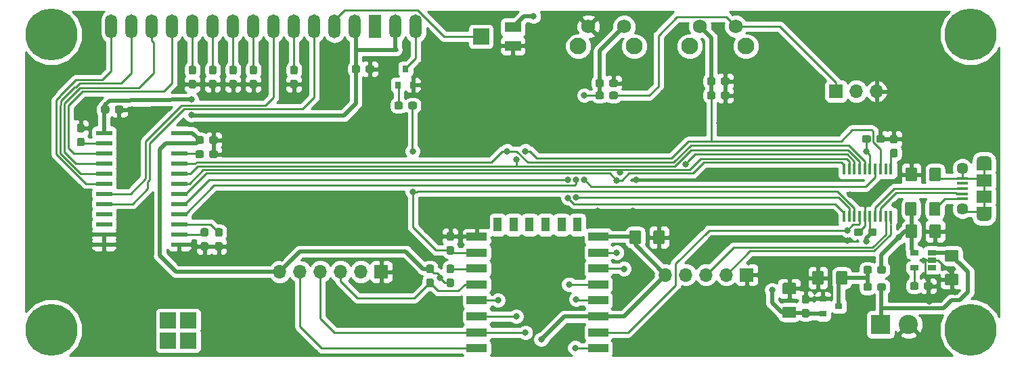
<source format=gbr>
G04 #@! TF.GenerationSoftware,KiCad,Pcbnew,5.0.1-33cea8e~68~ubuntu16.04.1*
G04 #@! TF.CreationDate,2019-05-31T14:34:39+02:00*
G04 #@! TF.ProjectId,VCOMLCD,56434F4D4C43442E6B696361645F7063,rev?*
G04 #@! TF.SameCoordinates,Original*
G04 #@! TF.FileFunction,Copper,L1,Top,Signal*
G04 #@! TF.FilePolarity,Positive*
%FSLAX46Y46*%
G04 Gerber Fmt 4.6, Leading zero omitted, Abs format (unit mm)*
G04 Created by KiCad (PCBNEW 5.0.1-33cea8e~68~ubuntu16.04.1) date pią, 31 maj 2019, 14:34:39*
%MOMM*%
%LPD*%
G01*
G04 APERTURE LIST*
G04 #@! TA.AperFunction,SMDPad,CuDef*
%ADD10R,0.450000X1.450000*%
G04 #@! TD*
G04 #@! TA.AperFunction,ComponentPad*
%ADD11R,1.700000X1.700000*%
G04 #@! TD*
G04 #@! TA.AperFunction,ComponentPad*
%ADD12O,1.700000X1.700000*%
G04 #@! TD*
G04 #@! TA.AperFunction,SMDPad,CuDef*
%ADD13R,1.060000X0.650000*%
G04 #@! TD*
G04 #@! TA.AperFunction,Conductor*
%ADD14C,0.100000*%
G04 #@! TD*
G04 #@! TA.AperFunction,SMDPad,CuDef*
%ADD15C,0.950000*%
G04 #@! TD*
G04 #@! TA.AperFunction,SMDPad,CuDef*
%ADD16C,1.425000*%
G04 #@! TD*
G04 #@! TA.AperFunction,SMDPad,CuDef*
%ADD17R,2.000000X0.600000*%
G04 #@! TD*
G04 #@! TA.AperFunction,SMDPad,CuDef*
%ADD18R,1.900000X1.500000*%
G04 #@! TD*
G04 #@! TA.AperFunction,ComponentPad*
%ADD19C,1.450000*%
G04 #@! TD*
G04 #@! TA.AperFunction,SMDPad,CuDef*
%ADD20R,1.350000X0.400000*%
G04 #@! TD*
G04 #@! TA.AperFunction,ComponentPad*
%ADD21O,1.900000X1.200000*%
G04 #@! TD*
G04 #@! TA.AperFunction,SMDPad,CuDef*
%ADD22R,1.900000X1.200000*%
G04 #@! TD*
G04 #@! TA.AperFunction,ComponentPad*
%ADD23O,1.500000X3.000000*%
G04 #@! TD*
G04 #@! TA.AperFunction,ComponentPad*
%ADD24R,1.500000X3.000000*%
G04 #@! TD*
G04 #@! TA.AperFunction,ComponentPad*
%ADD25C,6.500000*%
G04 #@! TD*
G04 #@! TA.AperFunction,ComponentPad*
%ADD26R,2.000000X2.000000*%
G04 #@! TD*
G04 #@! TA.AperFunction,SMDPad,CuDef*
%ADD27R,0.900000X0.800000*%
G04 #@! TD*
G04 #@! TA.AperFunction,SMDPad,CuDef*
%ADD28R,2.500000X1.000000*%
G04 #@! TD*
G04 #@! TA.AperFunction,SMDPad,CuDef*
%ADD29R,1.000000X1.800000*%
G04 #@! TD*
G04 #@! TA.AperFunction,ComponentPad*
%ADD30R,2.400000X2.400000*%
G04 #@! TD*
G04 #@! TA.AperFunction,ComponentPad*
%ADD31C,2.400000*%
G04 #@! TD*
G04 #@! TA.AperFunction,ComponentPad*
%ADD32C,2.100000*%
G04 #@! TD*
G04 #@! TA.AperFunction,ComponentPad*
%ADD33C,1.750000*%
G04 #@! TD*
G04 #@! TA.AperFunction,SMDPad,CuDef*
%ADD34R,0.800000X0.900000*%
G04 #@! TD*
G04 #@! TA.AperFunction,SMDPad,CuDef*
%ADD35R,2.000000X1.300000*%
G04 #@! TD*
G04 #@! TA.AperFunction,SMDPad,CuDef*
%ADD36R,2.000000X2.000000*%
G04 #@! TD*
G04 #@! TA.AperFunction,ViaPad*
%ADD37C,0.800000*%
G04 #@! TD*
G04 #@! TA.AperFunction,Conductor*
%ADD38C,0.250000*%
G04 #@! TD*
G04 #@! TA.AperFunction,Conductor*
%ADD39C,0.500000*%
G04 #@! TD*
G04 #@! TA.AperFunction,Conductor*
%ADD40C,0.254000*%
G04 #@! TD*
G04 APERTURE END LIST*
D10*
G04 #@! TO.P,U5,1*
G04 #@! TO.N,Net-(R13-Pad2)*
X186440000Y-69948000D03*
G04 #@! TO.P,U5,2*
G04 #@! TO.N,Net-(U5-Pad2)*
X185790000Y-69948000D03*
G04 #@! TO.P,U5,3*
G04 #@! TO.N,/BTN*
X185140000Y-69948000D03*
G04 #@! TO.P,U5,4*
G04 #@! TO.N,/ESP_RTS*
X184490000Y-69948000D03*
G04 #@! TO.P,U5,5*
G04 #@! TO.N,+3V3*
X183840000Y-69948000D03*
G04 #@! TO.P,U5,6*
G04 #@! TO.N,Net-(U3-Pad21)*
X183190000Y-69948000D03*
G04 #@! TO.P,U5,7*
G04 #@! TO.N,Net-(U3-Pad20)*
X182540000Y-69948000D03*
G04 #@! TO.P,U5,8*
G04 #@! TO.N,/STM_TX*
X181890000Y-69948000D03*
G04 #@! TO.P,U5,9*
G04 #@! TO.N,Net-(U3-Pad19)*
X181240000Y-69948000D03*
G04 #@! TO.P,U5,10*
G04 #@! TO.N,Net-(U3-Pad18)*
X180590000Y-69948000D03*
G04 #@! TO.P,U5,11*
G04 #@! TO.N,Net-(U3-Pad17)*
X180590000Y-75848000D03*
G04 #@! TO.P,U5,12*
G04 #@! TO.N,Net-(U3-Pad16)*
X181240000Y-75848000D03*
G04 #@! TO.P,U5,13*
G04 #@! TO.N,/BL_CTRL*
X181890000Y-75848000D03*
G04 #@! TO.P,U5,14*
G04 #@! TO.N,Net-(J4-Pad2)*
X182540000Y-75848000D03*
G04 #@! TO.P,U5,15*
G04 #@! TO.N,GND*
X183190000Y-75848000D03*
G04 #@! TO.P,U5,16*
G04 #@! TO.N,+3V3*
X183840000Y-75848000D03*
G04 #@! TO.P,U5,17*
G04 #@! TO.N,Net-(J2-Pad3)*
X184490000Y-75848000D03*
G04 #@! TO.P,U5,18*
G04 #@! TO.N,Net-(J2-Pad2)*
X185140000Y-75848000D03*
G04 #@! TO.P,U5,19*
G04 #@! TO.N,/SWDIO*
X185790000Y-75848000D03*
G04 #@! TO.P,U5,20*
G04 #@! TO.N,/SWCLK*
X186440000Y-75848000D03*
G04 #@! TD*
D11*
G04 #@! TO.P,J4,1*
G04 #@! TO.N,+3V3*
X179578000Y-60198000D03*
D12*
G04 #@! TO.P,J4,2*
G04 #@! TO.N,Net-(J4-Pad2)*
X182118000Y-60198000D03*
G04 #@! TO.P,J4,3*
G04 #@! TO.N,GND*
X184658000Y-60198000D03*
G04 #@! TD*
D11*
G04 #@! TO.P,J3,1*
G04 #@! TO.N,GND*
X168402000Y-83185000D03*
D12*
G04 #@! TO.P,J3,2*
G04 #@! TO.N,/SWCLK*
X165862000Y-83185000D03*
G04 #@! TO.P,J3,3*
G04 #@! TO.N,/SWDIO*
X163322000Y-83185000D03*
G04 #@! TO.P,J3,4*
G04 #@! TO.N,/STM_TX*
X160782000Y-83185000D03*
G04 #@! TO.P,J3,5*
G04 #@! TO.N,+3V3*
X158242000Y-83185000D03*
G04 #@! TD*
D11*
G04 #@! TO.P,J5,1*
G04 #@! TO.N,GND*
X122682000Y-82804000D03*
D12*
G04 #@! TO.P,J5,2*
G04 #@! TO.N,/ESP_RTS*
X120142000Y-82804000D03*
G04 #@! TO.P,J5,3*
G04 #@! TO.N,/ESP_DTR*
X117602000Y-82804000D03*
G04 #@! TO.P,J5,4*
G04 #@! TO.N,/BTN*
X115062000Y-82804000D03*
G04 #@! TO.P,J5,5*
G04 #@! TO.N,/ESP_TX*
X112522000Y-82804000D03*
G04 #@! TO.P,J5,6*
G04 #@! TO.N,+3V3*
X109982000Y-82804000D03*
G04 #@! TD*
D13*
G04 #@! TO.P,U1,1*
G04 #@! TO.N,Net-(U1-Pad1)*
X191600000Y-82292000D03*
G04 #@! TO.P,U1,2*
G04 #@! TO.N,GND*
X191600000Y-81342000D03*
G04 #@! TO.P,U1,3*
G04 #@! TO.N,+BATT*
X191600000Y-80392000D03*
G04 #@! TO.P,U1,4*
G04 #@! TO.N,VBUS*
X189400000Y-80392000D03*
G04 #@! TO.P,U1,5*
G04 #@! TO.N,Net-(R3-Pad2)*
X189400000Y-82292000D03*
G04 #@! TD*
D14*
G04 #@! TO.N,GND*
G04 #@! TO.C,R3*
G36*
X191431779Y-84108144D02*
X191454834Y-84111563D01*
X191477443Y-84117227D01*
X191499387Y-84125079D01*
X191520457Y-84135044D01*
X191540448Y-84147026D01*
X191559168Y-84160910D01*
X191576438Y-84176562D01*
X191592090Y-84193832D01*
X191605974Y-84212552D01*
X191617956Y-84232543D01*
X191627921Y-84253613D01*
X191635773Y-84275557D01*
X191641437Y-84298166D01*
X191644856Y-84321221D01*
X191646000Y-84344500D01*
X191646000Y-84819500D01*
X191644856Y-84842779D01*
X191641437Y-84865834D01*
X191635773Y-84888443D01*
X191627921Y-84910387D01*
X191617956Y-84931457D01*
X191605974Y-84951448D01*
X191592090Y-84970168D01*
X191576438Y-84987438D01*
X191559168Y-85003090D01*
X191540448Y-85016974D01*
X191520457Y-85028956D01*
X191499387Y-85038921D01*
X191477443Y-85046773D01*
X191454834Y-85052437D01*
X191431779Y-85055856D01*
X191408500Y-85057000D01*
X190833500Y-85057000D01*
X190810221Y-85055856D01*
X190787166Y-85052437D01*
X190764557Y-85046773D01*
X190742613Y-85038921D01*
X190721543Y-85028956D01*
X190701552Y-85016974D01*
X190682832Y-85003090D01*
X190665562Y-84987438D01*
X190649910Y-84970168D01*
X190636026Y-84951448D01*
X190624044Y-84931457D01*
X190614079Y-84910387D01*
X190606227Y-84888443D01*
X190600563Y-84865834D01*
X190597144Y-84842779D01*
X190596000Y-84819500D01*
X190596000Y-84344500D01*
X190597144Y-84321221D01*
X190600563Y-84298166D01*
X190606227Y-84275557D01*
X190614079Y-84253613D01*
X190624044Y-84232543D01*
X190636026Y-84212552D01*
X190649910Y-84193832D01*
X190665562Y-84176562D01*
X190682832Y-84160910D01*
X190701552Y-84147026D01*
X190721543Y-84135044D01*
X190742613Y-84125079D01*
X190764557Y-84117227D01*
X190787166Y-84111563D01*
X190810221Y-84108144D01*
X190833500Y-84107000D01*
X191408500Y-84107000D01*
X191431779Y-84108144D01*
X191431779Y-84108144D01*
G37*
D15*
G04 #@! TD*
G04 #@! TO.P,R3,1*
G04 #@! TO.N,GND*
X191121000Y-84582000D03*
D14*
G04 #@! TO.N,Net-(R3-Pad2)*
G04 #@! TO.C,R3*
G36*
X189681779Y-84108144D02*
X189704834Y-84111563D01*
X189727443Y-84117227D01*
X189749387Y-84125079D01*
X189770457Y-84135044D01*
X189790448Y-84147026D01*
X189809168Y-84160910D01*
X189826438Y-84176562D01*
X189842090Y-84193832D01*
X189855974Y-84212552D01*
X189867956Y-84232543D01*
X189877921Y-84253613D01*
X189885773Y-84275557D01*
X189891437Y-84298166D01*
X189894856Y-84321221D01*
X189896000Y-84344500D01*
X189896000Y-84819500D01*
X189894856Y-84842779D01*
X189891437Y-84865834D01*
X189885773Y-84888443D01*
X189877921Y-84910387D01*
X189867956Y-84931457D01*
X189855974Y-84951448D01*
X189842090Y-84970168D01*
X189826438Y-84987438D01*
X189809168Y-85003090D01*
X189790448Y-85016974D01*
X189770457Y-85028956D01*
X189749387Y-85038921D01*
X189727443Y-85046773D01*
X189704834Y-85052437D01*
X189681779Y-85055856D01*
X189658500Y-85057000D01*
X189083500Y-85057000D01*
X189060221Y-85055856D01*
X189037166Y-85052437D01*
X189014557Y-85046773D01*
X188992613Y-85038921D01*
X188971543Y-85028956D01*
X188951552Y-85016974D01*
X188932832Y-85003090D01*
X188915562Y-84987438D01*
X188899910Y-84970168D01*
X188886026Y-84951448D01*
X188874044Y-84931457D01*
X188864079Y-84910387D01*
X188856227Y-84888443D01*
X188850563Y-84865834D01*
X188847144Y-84842779D01*
X188846000Y-84819500D01*
X188846000Y-84344500D01*
X188847144Y-84321221D01*
X188850563Y-84298166D01*
X188856227Y-84275557D01*
X188864079Y-84253613D01*
X188874044Y-84232543D01*
X188886026Y-84212552D01*
X188899910Y-84193832D01*
X188915562Y-84176562D01*
X188932832Y-84160910D01*
X188951552Y-84147026D01*
X188971543Y-84135044D01*
X188992613Y-84125079D01*
X189014557Y-84117227D01*
X189037166Y-84111563D01*
X189060221Y-84108144D01*
X189083500Y-84107000D01*
X189658500Y-84107000D01*
X189681779Y-84108144D01*
X189681779Y-84108144D01*
G37*
D15*
G04 #@! TD*
G04 #@! TO.P,R3,2*
G04 #@! TO.N,Net-(R3-Pad2)*
X189371000Y-84582000D03*
D14*
G04 #@! TO.N,+3V3*
G04 #@! TO.C,C11*
G36*
X154955504Y-77612204D02*
X154979773Y-77615804D01*
X155003571Y-77621765D01*
X155026671Y-77630030D01*
X155048849Y-77640520D01*
X155069893Y-77653133D01*
X155089598Y-77667747D01*
X155107777Y-77684223D01*
X155124253Y-77702402D01*
X155138867Y-77722107D01*
X155151480Y-77743151D01*
X155161970Y-77765329D01*
X155170235Y-77788429D01*
X155176196Y-77812227D01*
X155179796Y-77836496D01*
X155181000Y-77861000D01*
X155181000Y-79111000D01*
X155179796Y-79135504D01*
X155176196Y-79159773D01*
X155170235Y-79183571D01*
X155161970Y-79206671D01*
X155151480Y-79228849D01*
X155138867Y-79249893D01*
X155124253Y-79269598D01*
X155107777Y-79287777D01*
X155089598Y-79304253D01*
X155069893Y-79318867D01*
X155048849Y-79331480D01*
X155026671Y-79341970D01*
X155003571Y-79350235D01*
X154979773Y-79356196D01*
X154955504Y-79359796D01*
X154931000Y-79361000D01*
X154006000Y-79361000D01*
X153981496Y-79359796D01*
X153957227Y-79356196D01*
X153933429Y-79350235D01*
X153910329Y-79341970D01*
X153888151Y-79331480D01*
X153867107Y-79318867D01*
X153847402Y-79304253D01*
X153829223Y-79287777D01*
X153812747Y-79269598D01*
X153798133Y-79249893D01*
X153785520Y-79228849D01*
X153775030Y-79206671D01*
X153766765Y-79183571D01*
X153760804Y-79159773D01*
X153757204Y-79135504D01*
X153756000Y-79111000D01*
X153756000Y-77861000D01*
X153757204Y-77836496D01*
X153760804Y-77812227D01*
X153766765Y-77788429D01*
X153775030Y-77765329D01*
X153785520Y-77743151D01*
X153798133Y-77722107D01*
X153812747Y-77702402D01*
X153829223Y-77684223D01*
X153847402Y-77667747D01*
X153867107Y-77653133D01*
X153888151Y-77640520D01*
X153910329Y-77630030D01*
X153933429Y-77621765D01*
X153957227Y-77615804D01*
X153981496Y-77612204D01*
X154006000Y-77611000D01*
X154931000Y-77611000D01*
X154955504Y-77612204D01*
X154955504Y-77612204D01*
G37*
D16*
G04 #@! TD*
G04 #@! TO.P,C11,1*
G04 #@! TO.N,+3V3*
X154468500Y-78486000D03*
D14*
G04 #@! TO.N,GND*
G04 #@! TO.C,C11*
G36*
X157930504Y-77612204D02*
X157954773Y-77615804D01*
X157978571Y-77621765D01*
X158001671Y-77630030D01*
X158023849Y-77640520D01*
X158044893Y-77653133D01*
X158064598Y-77667747D01*
X158082777Y-77684223D01*
X158099253Y-77702402D01*
X158113867Y-77722107D01*
X158126480Y-77743151D01*
X158136970Y-77765329D01*
X158145235Y-77788429D01*
X158151196Y-77812227D01*
X158154796Y-77836496D01*
X158156000Y-77861000D01*
X158156000Y-79111000D01*
X158154796Y-79135504D01*
X158151196Y-79159773D01*
X158145235Y-79183571D01*
X158136970Y-79206671D01*
X158126480Y-79228849D01*
X158113867Y-79249893D01*
X158099253Y-79269598D01*
X158082777Y-79287777D01*
X158064598Y-79304253D01*
X158044893Y-79318867D01*
X158023849Y-79331480D01*
X158001671Y-79341970D01*
X157978571Y-79350235D01*
X157954773Y-79356196D01*
X157930504Y-79359796D01*
X157906000Y-79361000D01*
X156981000Y-79361000D01*
X156956496Y-79359796D01*
X156932227Y-79356196D01*
X156908429Y-79350235D01*
X156885329Y-79341970D01*
X156863151Y-79331480D01*
X156842107Y-79318867D01*
X156822402Y-79304253D01*
X156804223Y-79287777D01*
X156787747Y-79269598D01*
X156773133Y-79249893D01*
X156760520Y-79228849D01*
X156750030Y-79206671D01*
X156741765Y-79183571D01*
X156735804Y-79159773D01*
X156732204Y-79135504D01*
X156731000Y-79111000D01*
X156731000Y-77861000D01*
X156732204Y-77836496D01*
X156735804Y-77812227D01*
X156741765Y-77788429D01*
X156750030Y-77765329D01*
X156760520Y-77743151D01*
X156773133Y-77722107D01*
X156787747Y-77702402D01*
X156804223Y-77684223D01*
X156822402Y-77667747D01*
X156842107Y-77653133D01*
X156863151Y-77640520D01*
X156885329Y-77630030D01*
X156908429Y-77621765D01*
X156932227Y-77615804D01*
X156956496Y-77612204D01*
X156981000Y-77611000D01*
X157906000Y-77611000D01*
X157930504Y-77612204D01*
X157930504Y-77612204D01*
G37*
D16*
G04 #@! TD*
G04 #@! TO.P,C11,2*
G04 #@! TO.N,GND*
X157443500Y-78486000D03*
D14*
G04 #@! TO.N,+BATT*
G04 #@! TO.C,C13*
G36*
X194705504Y-80097204D02*
X194729773Y-80100804D01*
X194753571Y-80106765D01*
X194776671Y-80115030D01*
X194798849Y-80125520D01*
X194819893Y-80138133D01*
X194839598Y-80152747D01*
X194857777Y-80169223D01*
X194874253Y-80187402D01*
X194888867Y-80207107D01*
X194901480Y-80228151D01*
X194911970Y-80250329D01*
X194920235Y-80273429D01*
X194926196Y-80297227D01*
X194929796Y-80321496D01*
X194931000Y-80346000D01*
X194931000Y-81271000D01*
X194929796Y-81295504D01*
X194926196Y-81319773D01*
X194920235Y-81343571D01*
X194911970Y-81366671D01*
X194901480Y-81388849D01*
X194888867Y-81409893D01*
X194874253Y-81429598D01*
X194857777Y-81447777D01*
X194839598Y-81464253D01*
X194819893Y-81478867D01*
X194798849Y-81491480D01*
X194776671Y-81501970D01*
X194753571Y-81510235D01*
X194729773Y-81516196D01*
X194705504Y-81519796D01*
X194681000Y-81521000D01*
X193431000Y-81521000D01*
X193406496Y-81519796D01*
X193382227Y-81516196D01*
X193358429Y-81510235D01*
X193335329Y-81501970D01*
X193313151Y-81491480D01*
X193292107Y-81478867D01*
X193272402Y-81464253D01*
X193254223Y-81447777D01*
X193237747Y-81429598D01*
X193223133Y-81409893D01*
X193210520Y-81388849D01*
X193200030Y-81366671D01*
X193191765Y-81343571D01*
X193185804Y-81319773D01*
X193182204Y-81295504D01*
X193181000Y-81271000D01*
X193181000Y-80346000D01*
X193182204Y-80321496D01*
X193185804Y-80297227D01*
X193191765Y-80273429D01*
X193200030Y-80250329D01*
X193210520Y-80228151D01*
X193223133Y-80207107D01*
X193237747Y-80187402D01*
X193254223Y-80169223D01*
X193272402Y-80152747D01*
X193292107Y-80138133D01*
X193313151Y-80125520D01*
X193335329Y-80115030D01*
X193358429Y-80106765D01*
X193382227Y-80100804D01*
X193406496Y-80097204D01*
X193431000Y-80096000D01*
X194681000Y-80096000D01*
X194705504Y-80097204D01*
X194705504Y-80097204D01*
G37*
D16*
G04 #@! TD*
G04 #@! TO.P,C13,1*
G04 #@! TO.N,+BATT*
X194056000Y-80808500D03*
D14*
G04 #@! TO.N,GND*
G04 #@! TO.C,C13*
G36*
X194705504Y-83072204D02*
X194729773Y-83075804D01*
X194753571Y-83081765D01*
X194776671Y-83090030D01*
X194798849Y-83100520D01*
X194819893Y-83113133D01*
X194839598Y-83127747D01*
X194857777Y-83144223D01*
X194874253Y-83162402D01*
X194888867Y-83182107D01*
X194901480Y-83203151D01*
X194911970Y-83225329D01*
X194920235Y-83248429D01*
X194926196Y-83272227D01*
X194929796Y-83296496D01*
X194931000Y-83321000D01*
X194931000Y-84246000D01*
X194929796Y-84270504D01*
X194926196Y-84294773D01*
X194920235Y-84318571D01*
X194911970Y-84341671D01*
X194901480Y-84363849D01*
X194888867Y-84384893D01*
X194874253Y-84404598D01*
X194857777Y-84422777D01*
X194839598Y-84439253D01*
X194819893Y-84453867D01*
X194798849Y-84466480D01*
X194776671Y-84476970D01*
X194753571Y-84485235D01*
X194729773Y-84491196D01*
X194705504Y-84494796D01*
X194681000Y-84496000D01*
X193431000Y-84496000D01*
X193406496Y-84494796D01*
X193382227Y-84491196D01*
X193358429Y-84485235D01*
X193335329Y-84476970D01*
X193313151Y-84466480D01*
X193292107Y-84453867D01*
X193272402Y-84439253D01*
X193254223Y-84422777D01*
X193237747Y-84404598D01*
X193223133Y-84384893D01*
X193210520Y-84363849D01*
X193200030Y-84341671D01*
X193191765Y-84318571D01*
X193185804Y-84294773D01*
X193182204Y-84270504D01*
X193181000Y-84246000D01*
X193181000Y-83321000D01*
X193182204Y-83296496D01*
X193185804Y-83272227D01*
X193191765Y-83248429D01*
X193200030Y-83225329D01*
X193210520Y-83203151D01*
X193223133Y-83182107D01*
X193237747Y-83162402D01*
X193254223Y-83144223D01*
X193272402Y-83127747D01*
X193292107Y-83113133D01*
X193313151Y-83100520D01*
X193335329Y-83090030D01*
X193358429Y-83081765D01*
X193382227Y-83075804D01*
X193406496Y-83072204D01*
X193431000Y-83071000D01*
X194681000Y-83071000D01*
X194705504Y-83072204D01*
X194705504Y-83072204D01*
G37*
D16*
G04 #@! TD*
G04 #@! TO.P,C13,2*
G04 #@! TO.N,GND*
X194056000Y-83783500D03*
D14*
G04 #@! TO.N,Net-(C2-Pad1)*
G04 #@! TO.C,R1*
G36*
X183839779Y-84235144D02*
X183862834Y-84238563D01*
X183885443Y-84244227D01*
X183907387Y-84252079D01*
X183928457Y-84262044D01*
X183948448Y-84274026D01*
X183967168Y-84287910D01*
X183984438Y-84303562D01*
X184000090Y-84320832D01*
X184013974Y-84339552D01*
X184025956Y-84359543D01*
X184035921Y-84380613D01*
X184043773Y-84402557D01*
X184049437Y-84425166D01*
X184052856Y-84448221D01*
X184054000Y-84471500D01*
X184054000Y-84946500D01*
X184052856Y-84969779D01*
X184049437Y-84992834D01*
X184043773Y-85015443D01*
X184035921Y-85037387D01*
X184025956Y-85058457D01*
X184013974Y-85078448D01*
X184000090Y-85097168D01*
X183984438Y-85114438D01*
X183967168Y-85130090D01*
X183948448Y-85143974D01*
X183928457Y-85155956D01*
X183907387Y-85165921D01*
X183885443Y-85173773D01*
X183862834Y-85179437D01*
X183839779Y-85182856D01*
X183816500Y-85184000D01*
X183241500Y-85184000D01*
X183218221Y-85182856D01*
X183195166Y-85179437D01*
X183172557Y-85173773D01*
X183150613Y-85165921D01*
X183129543Y-85155956D01*
X183109552Y-85143974D01*
X183090832Y-85130090D01*
X183073562Y-85114438D01*
X183057910Y-85097168D01*
X183044026Y-85078448D01*
X183032044Y-85058457D01*
X183022079Y-85037387D01*
X183014227Y-85015443D01*
X183008563Y-84992834D01*
X183005144Y-84969779D01*
X183004000Y-84946500D01*
X183004000Y-84471500D01*
X183005144Y-84448221D01*
X183008563Y-84425166D01*
X183014227Y-84402557D01*
X183022079Y-84380613D01*
X183032044Y-84359543D01*
X183044026Y-84339552D01*
X183057910Y-84320832D01*
X183073562Y-84303562D01*
X183090832Y-84287910D01*
X183109552Y-84274026D01*
X183129543Y-84262044D01*
X183150613Y-84252079D01*
X183172557Y-84244227D01*
X183195166Y-84238563D01*
X183218221Y-84235144D01*
X183241500Y-84234000D01*
X183816500Y-84234000D01*
X183839779Y-84235144D01*
X183839779Y-84235144D01*
G37*
D15*
G04 #@! TD*
G04 #@! TO.P,R1,1*
G04 #@! TO.N,Net-(C2-Pad1)*
X183529000Y-84709000D03*
D14*
G04 #@! TO.N,+BATT*
G04 #@! TO.C,R1*
G36*
X185589779Y-84235144D02*
X185612834Y-84238563D01*
X185635443Y-84244227D01*
X185657387Y-84252079D01*
X185678457Y-84262044D01*
X185698448Y-84274026D01*
X185717168Y-84287910D01*
X185734438Y-84303562D01*
X185750090Y-84320832D01*
X185763974Y-84339552D01*
X185775956Y-84359543D01*
X185785921Y-84380613D01*
X185793773Y-84402557D01*
X185799437Y-84425166D01*
X185802856Y-84448221D01*
X185804000Y-84471500D01*
X185804000Y-84946500D01*
X185802856Y-84969779D01*
X185799437Y-84992834D01*
X185793773Y-85015443D01*
X185785921Y-85037387D01*
X185775956Y-85058457D01*
X185763974Y-85078448D01*
X185750090Y-85097168D01*
X185734438Y-85114438D01*
X185717168Y-85130090D01*
X185698448Y-85143974D01*
X185678457Y-85155956D01*
X185657387Y-85165921D01*
X185635443Y-85173773D01*
X185612834Y-85179437D01*
X185589779Y-85182856D01*
X185566500Y-85184000D01*
X184991500Y-85184000D01*
X184968221Y-85182856D01*
X184945166Y-85179437D01*
X184922557Y-85173773D01*
X184900613Y-85165921D01*
X184879543Y-85155956D01*
X184859552Y-85143974D01*
X184840832Y-85130090D01*
X184823562Y-85114438D01*
X184807910Y-85097168D01*
X184794026Y-85078448D01*
X184782044Y-85058457D01*
X184772079Y-85037387D01*
X184764227Y-85015443D01*
X184758563Y-84992834D01*
X184755144Y-84969779D01*
X184754000Y-84946500D01*
X184754000Y-84471500D01*
X184755144Y-84448221D01*
X184758563Y-84425166D01*
X184764227Y-84402557D01*
X184772079Y-84380613D01*
X184782044Y-84359543D01*
X184794026Y-84339552D01*
X184807910Y-84320832D01*
X184823562Y-84303562D01*
X184840832Y-84287910D01*
X184859552Y-84274026D01*
X184879543Y-84262044D01*
X184900613Y-84252079D01*
X184922557Y-84244227D01*
X184945166Y-84238563D01*
X184968221Y-84235144D01*
X184991500Y-84234000D01*
X185566500Y-84234000D01*
X185589779Y-84235144D01*
X185589779Y-84235144D01*
G37*
D15*
G04 #@! TD*
G04 #@! TO.P,R1,2*
G04 #@! TO.N,+BATT*
X185279000Y-84709000D03*
D17*
G04 #@! TO.P,U3,1*
G04 #@! TO.N,VBUS*
X88010000Y-65405000D03*
G04 #@! TO.P,U3,2*
G04 #@! TO.N,Net-(R4-Pad2)*
X88010000Y-66675000D03*
G04 #@! TO.P,U3,3*
G04 #@! TO.N,Net-(U3-Pad3)*
X88010000Y-67945000D03*
G04 #@! TO.P,U3,4*
G04 #@! TO.N,Net-(U3-Pad4)*
X88010000Y-69215000D03*
G04 #@! TO.P,U3,5*
G04 #@! TO.N,Net-(U3-Pad5)*
X88010000Y-70485000D03*
G04 #@! TO.P,U3,6*
G04 #@! TO.N,Net-(U3-Pad6)*
X88010000Y-71755000D03*
G04 #@! TO.P,U3,7*
G04 #@! TO.N,Net-(U3-Pad7)*
X88010000Y-73025000D03*
G04 #@! TO.P,U3,8*
G04 #@! TO.N,Net-(U3-Pad8)*
X88010000Y-74295000D03*
G04 #@! TO.P,U3,9*
G04 #@! TO.N,Net-(U3-Pad9)*
X88010000Y-75565000D03*
G04 #@! TO.P,U3,10*
G04 #@! TO.N,Net-(U3-Pad10)*
X88010000Y-76835000D03*
G04 #@! TO.P,U3,11*
G04 #@! TO.N,GND*
X88010000Y-78105000D03*
G04 #@! TO.P,U3,12*
X88010000Y-79375000D03*
G04 #@! TO.P,U3,13*
X97410000Y-79375000D03*
G04 #@! TO.P,U3,14*
G04 #@! TO.N,Net-(R19-Pad2)*
X97410000Y-78105000D03*
G04 #@! TO.P,U3,15*
G04 #@! TO.N,Net-(R18-Pad2)*
X97410000Y-76835000D03*
G04 #@! TO.P,U3,16*
G04 #@! TO.N,Net-(U3-Pad16)*
X97410000Y-75565000D03*
G04 #@! TO.P,U3,17*
G04 #@! TO.N,Net-(U3-Pad17)*
X97410000Y-74295000D03*
G04 #@! TO.P,U3,18*
G04 #@! TO.N,Net-(U3-Pad18)*
X97410000Y-73025000D03*
G04 #@! TO.P,U3,19*
G04 #@! TO.N,Net-(U3-Pad19)*
X97410000Y-71755000D03*
G04 #@! TO.P,U3,20*
G04 #@! TO.N,Net-(U3-Pad20)*
X97410000Y-70485000D03*
G04 #@! TO.P,U3,21*
G04 #@! TO.N,Net-(U3-Pad21)*
X97410000Y-69215000D03*
G04 #@! TO.P,U3,22*
G04 #@! TO.N,Net-(R5-Pad2)*
X97410000Y-67945000D03*
G04 #@! TO.P,U3,23*
G04 #@! TO.N,+3V3*
X97410000Y-66675000D03*
G04 #@! TO.P,U3,24*
X97410000Y-65405000D03*
G04 #@! TD*
D14*
G04 #@! TO.N,/BTN*
G04 #@! TO.C,C12*
G36*
X164281779Y-58454144D02*
X164304834Y-58457563D01*
X164327443Y-58463227D01*
X164349387Y-58471079D01*
X164370457Y-58481044D01*
X164390448Y-58493026D01*
X164409168Y-58506910D01*
X164426438Y-58522562D01*
X164442090Y-58539832D01*
X164455974Y-58558552D01*
X164467956Y-58578543D01*
X164477921Y-58599613D01*
X164485773Y-58621557D01*
X164491437Y-58644166D01*
X164494856Y-58667221D01*
X164496000Y-58690500D01*
X164496000Y-59165500D01*
X164494856Y-59188779D01*
X164491437Y-59211834D01*
X164485773Y-59234443D01*
X164477921Y-59256387D01*
X164467956Y-59277457D01*
X164455974Y-59297448D01*
X164442090Y-59316168D01*
X164426438Y-59333438D01*
X164409168Y-59349090D01*
X164390448Y-59362974D01*
X164370457Y-59374956D01*
X164349387Y-59384921D01*
X164327443Y-59392773D01*
X164304834Y-59398437D01*
X164281779Y-59401856D01*
X164258500Y-59403000D01*
X163683500Y-59403000D01*
X163660221Y-59401856D01*
X163637166Y-59398437D01*
X163614557Y-59392773D01*
X163592613Y-59384921D01*
X163571543Y-59374956D01*
X163551552Y-59362974D01*
X163532832Y-59349090D01*
X163515562Y-59333438D01*
X163499910Y-59316168D01*
X163486026Y-59297448D01*
X163474044Y-59277457D01*
X163464079Y-59256387D01*
X163456227Y-59234443D01*
X163450563Y-59211834D01*
X163447144Y-59188779D01*
X163446000Y-59165500D01*
X163446000Y-58690500D01*
X163447144Y-58667221D01*
X163450563Y-58644166D01*
X163456227Y-58621557D01*
X163464079Y-58599613D01*
X163474044Y-58578543D01*
X163486026Y-58558552D01*
X163499910Y-58539832D01*
X163515562Y-58522562D01*
X163532832Y-58506910D01*
X163551552Y-58493026D01*
X163571543Y-58481044D01*
X163592613Y-58471079D01*
X163614557Y-58463227D01*
X163637166Y-58457563D01*
X163660221Y-58454144D01*
X163683500Y-58453000D01*
X164258500Y-58453000D01*
X164281779Y-58454144D01*
X164281779Y-58454144D01*
G37*
D15*
G04 #@! TD*
G04 #@! TO.P,C12,1*
G04 #@! TO.N,/BTN*
X163971000Y-58928000D03*
D14*
G04 #@! TO.N,GND*
G04 #@! TO.C,C12*
G36*
X166031779Y-58454144D02*
X166054834Y-58457563D01*
X166077443Y-58463227D01*
X166099387Y-58471079D01*
X166120457Y-58481044D01*
X166140448Y-58493026D01*
X166159168Y-58506910D01*
X166176438Y-58522562D01*
X166192090Y-58539832D01*
X166205974Y-58558552D01*
X166217956Y-58578543D01*
X166227921Y-58599613D01*
X166235773Y-58621557D01*
X166241437Y-58644166D01*
X166244856Y-58667221D01*
X166246000Y-58690500D01*
X166246000Y-59165500D01*
X166244856Y-59188779D01*
X166241437Y-59211834D01*
X166235773Y-59234443D01*
X166227921Y-59256387D01*
X166217956Y-59277457D01*
X166205974Y-59297448D01*
X166192090Y-59316168D01*
X166176438Y-59333438D01*
X166159168Y-59349090D01*
X166140448Y-59362974D01*
X166120457Y-59374956D01*
X166099387Y-59384921D01*
X166077443Y-59392773D01*
X166054834Y-59398437D01*
X166031779Y-59401856D01*
X166008500Y-59403000D01*
X165433500Y-59403000D01*
X165410221Y-59401856D01*
X165387166Y-59398437D01*
X165364557Y-59392773D01*
X165342613Y-59384921D01*
X165321543Y-59374956D01*
X165301552Y-59362974D01*
X165282832Y-59349090D01*
X165265562Y-59333438D01*
X165249910Y-59316168D01*
X165236026Y-59297448D01*
X165224044Y-59277457D01*
X165214079Y-59256387D01*
X165206227Y-59234443D01*
X165200563Y-59211834D01*
X165197144Y-59188779D01*
X165196000Y-59165500D01*
X165196000Y-58690500D01*
X165197144Y-58667221D01*
X165200563Y-58644166D01*
X165206227Y-58621557D01*
X165214079Y-58599613D01*
X165224044Y-58578543D01*
X165236026Y-58558552D01*
X165249910Y-58539832D01*
X165265562Y-58522562D01*
X165282832Y-58506910D01*
X165301552Y-58493026D01*
X165321543Y-58481044D01*
X165342613Y-58471079D01*
X165364557Y-58463227D01*
X165387166Y-58457563D01*
X165410221Y-58454144D01*
X165433500Y-58453000D01*
X166008500Y-58453000D01*
X166031779Y-58454144D01*
X166031779Y-58454144D01*
G37*
D15*
G04 #@! TD*
G04 #@! TO.P,C12,2*
G04 #@! TO.N,GND*
X165721000Y-58928000D03*
D14*
G04 #@! TO.N,GND*
G04 #@! TO.C,C3*
G36*
X176028779Y-85723144D02*
X176051834Y-85726563D01*
X176074443Y-85732227D01*
X176096387Y-85740079D01*
X176117457Y-85750044D01*
X176137448Y-85762026D01*
X176156168Y-85775910D01*
X176173438Y-85791562D01*
X176189090Y-85808832D01*
X176202974Y-85827552D01*
X176214956Y-85847543D01*
X176224921Y-85868613D01*
X176232773Y-85890557D01*
X176238437Y-85913166D01*
X176241856Y-85936221D01*
X176243000Y-85959500D01*
X176243000Y-86534500D01*
X176241856Y-86557779D01*
X176238437Y-86580834D01*
X176232773Y-86603443D01*
X176224921Y-86625387D01*
X176214956Y-86646457D01*
X176202974Y-86666448D01*
X176189090Y-86685168D01*
X176173438Y-86702438D01*
X176156168Y-86718090D01*
X176137448Y-86731974D01*
X176117457Y-86743956D01*
X176096387Y-86753921D01*
X176074443Y-86761773D01*
X176051834Y-86767437D01*
X176028779Y-86770856D01*
X176005500Y-86772000D01*
X175530500Y-86772000D01*
X175507221Y-86770856D01*
X175484166Y-86767437D01*
X175461557Y-86761773D01*
X175439613Y-86753921D01*
X175418543Y-86743956D01*
X175398552Y-86731974D01*
X175379832Y-86718090D01*
X175362562Y-86702438D01*
X175346910Y-86685168D01*
X175333026Y-86666448D01*
X175321044Y-86646457D01*
X175311079Y-86625387D01*
X175303227Y-86603443D01*
X175297563Y-86580834D01*
X175294144Y-86557779D01*
X175293000Y-86534500D01*
X175293000Y-85959500D01*
X175294144Y-85936221D01*
X175297563Y-85913166D01*
X175303227Y-85890557D01*
X175311079Y-85868613D01*
X175321044Y-85847543D01*
X175333026Y-85827552D01*
X175346910Y-85808832D01*
X175362562Y-85791562D01*
X175379832Y-85775910D01*
X175398552Y-85762026D01*
X175418543Y-85750044D01*
X175439613Y-85740079D01*
X175461557Y-85732227D01*
X175484166Y-85726563D01*
X175507221Y-85723144D01*
X175530500Y-85722000D01*
X176005500Y-85722000D01*
X176028779Y-85723144D01*
X176028779Y-85723144D01*
G37*
D15*
G04 #@! TD*
G04 #@! TO.P,C3,2*
G04 #@! TO.N,GND*
X175768000Y-86247000D03*
D14*
G04 #@! TO.N,+3V3*
G04 #@! TO.C,C3*
G36*
X176028779Y-87473144D02*
X176051834Y-87476563D01*
X176074443Y-87482227D01*
X176096387Y-87490079D01*
X176117457Y-87500044D01*
X176137448Y-87512026D01*
X176156168Y-87525910D01*
X176173438Y-87541562D01*
X176189090Y-87558832D01*
X176202974Y-87577552D01*
X176214956Y-87597543D01*
X176224921Y-87618613D01*
X176232773Y-87640557D01*
X176238437Y-87663166D01*
X176241856Y-87686221D01*
X176243000Y-87709500D01*
X176243000Y-88284500D01*
X176241856Y-88307779D01*
X176238437Y-88330834D01*
X176232773Y-88353443D01*
X176224921Y-88375387D01*
X176214956Y-88396457D01*
X176202974Y-88416448D01*
X176189090Y-88435168D01*
X176173438Y-88452438D01*
X176156168Y-88468090D01*
X176137448Y-88481974D01*
X176117457Y-88493956D01*
X176096387Y-88503921D01*
X176074443Y-88511773D01*
X176051834Y-88517437D01*
X176028779Y-88520856D01*
X176005500Y-88522000D01*
X175530500Y-88522000D01*
X175507221Y-88520856D01*
X175484166Y-88517437D01*
X175461557Y-88511773D01*
X175439613Y-88503921D01*
X175418543Y-88493956D01*
X175398552Y-88481974D01*
X175379832Y-88468090D01*
X175362562Y-88452438D01*
X175346910Y-88435168D01*
X175333026Y-88416448D01*
X175321044Y-88396457D01*
X175311079Y-88375387D01*
X175303227Y-88353443D01*
X175297563Y-88330834D01*
X175294144Y-88307779D01*
X175293000Y-88284500D01*
X175293000Y-87709500D01*
X175294144Y-87686221D01*
X175297563Y-87663166D01*
X175303227Y-87640557D01*
X175311079Y-87618613D01*
X175321044Y-87597543D01*
X175333026Y-87577552D01*
X175346910Y-87558832D01*
X175362562Y-87541562D01*
X175379832Y-87525910D01*
X175398552Y-87512026D01*
X175418543Y-87500044D01*
X175439613Y-87490079D01*
X175461557Y-87482227D01*
X175484166Y-87476563D01*
X175507221Y-87473144D01*
X175530500Y-87472000D01*
X176005500Y-87472000D01*
X176028779Y-87473144D01*
X176028779Y-87473144D01*
G37*
D15*
G04 #@! TD*
G04 #@! TO.P,C3,1*
G04 #@! TO.N,+3V3*
X175768000Y-87997000D03*
D14*
G04 #@! TO.N,GND*
G04 #@! TO.C,C2*
G36*
X177815504Y-82692204D02*
X177839773Y-82695804D01*
X177863571Y-82701765D01*
X177886671Y-82710030D01*
X177908849Y-82720520D01*
X177929893Y-82733133D01*
X177949598Y-82747747D01*
X177967777Y-82764223D01*
X177984253Y-82782402D01*
X177998867Y-82802107D01*
X178011480Y-82823151D01*
X178021970Y-82845329D01*
X178030235Y-82868429D01*
X178036196Y-82892227D01*
X178039796Y-82916496D01*
X178041000Y-82941000D01*
X178041000Y-84191000D01*
X178039796Y-84215504D01*
X178036196Y-84239773D01*
X178030235Y-84263571D01*
X178021970Y-84286671D01*
X178011480Y-84308849D01*
X177998867Y-84329893D01*
X177984253Y-84349598D01*
X177967777Y-84367777D01*
X177949598Y-84384253D01*
X177929893Y-84398867D01*
X177908849Y-84411480D01*
X177886671Y-84421970D01*
X177863571Y-84430235D01*
X177839773Y-84436196D01*
X177815504Y-84439796D01*
X177791000Y-84441000D01*
X176866000Y-84441000D01*
X176841496Y-84439796D01*
X176817227Y-84436196D01*
X176793429Y-84430235D01*
X176770329Y-84421970D01*
X176748151Y-84411480D01*
X176727107Y-84398867D01*
X176707402Y-84384253D01*
X176689223Y-84367777D01*
X176672747Y-84349598D01*
X176658133Y-84329893D01*
X176645520Y-84308849D01*
X176635030Y-84286671D01*
X176626765Y-84263571D01*
X176620804Y-84239773D01*
X176617204Y-84215504D01*
X176616000Y-84191000D01*
X176616000Y-82941000D01*
X176617204Y-82916496D01*
X176620804Y-82892227D01*
X176626765Y-82868429D01*
X176635030Y-82845329D01*
X176645520Y-82823151D01*
X176658133Y-82802107D01*
X176672747Y-82782402D01*
X176689223Y-82764223D01*
X176707402Y-82747747D01*
X176727107Y-82733133D01*
X176748151Y-82720520D01*
X176770329Y-82710030D01*
X176793429Y-82701765D01*
X176817227Y-82695804D01*
X176841496Y-82692204D01*
X176866000Y-82691000D01*
X177791000Y-82691000D01*
X177815504Y-82692204D01*
X177815504Y-82692204D01*
G37*
D16*
G04 #@! TD*
G04 #@! TO.P,C2,2*
G04 #@! TO.N,GND*
X177328500Y-83566000D03*
D14*
G04 #@! TO.N,Net-(C2-Pad1)*
G04 #@! TO.C,C2*
G36*
X180790504Y-82692204D02*
X180814773Y-82695804D01*
X180838571Y-82701765D01*
X180861671Y-82710030D01*
X180883849Y-82720520D01*
X180904893Y-82733133D01*
X180924598Y-82747747D01*
X180942777Y-82764223D01*
X180959253Y-82782402D01*
X180973867Y-82802107D01*
X180986480Y-82823151D01*
X180996970Y-82845329D01*
X181005235Y-82868429D01*
X181011196Y-82892227D01*
X181014796Y-82916496D01*
X181016000Y-82941000D01*
X181016000Y-84191000D01*
X181014796Y-84215504D01*
X181011196Y-84239773D01*
X181005235Y-84263571D01*
X180996970Y-84286671D01*
X180986480Y-84308849D01*
X180973867Y-84329893D01*
X180959253Y-84349598D01*
X180942777Y-84367777D01*
X180924598Y-84384253D01*
X180904893Y-84398867D01*
X180883849Y-84411480D01*
X180861671Y-84421970D01*
X180838571Y-84430235D01*
X180814773Y-84436196D01*
X180790504Y-84439796D01*
X180766000Y-84441000D01*
X179841000Y-84441000D01*
X179816496Y-84439796D01*
X179792227Y-84436196D01*
X179768429Y-84430235D01*
X179745329Y-84421970D01*
X179723151Y-84411480D01*
X179702107Y-84398867D01*
X179682402Y-84384253D01*
X179664223Y-84367777D01*
X179647747Y-84349598D01*
X179633133Y-84329893D01*
X179620520Y-84308849D01*
X179610030Y-84286671D01*
X179601765Y-84263571D01*
X179595804Y-84239773D01*
X179592204Y-84215504D01*
X179591000Y-84191000D01*
X179591000Y-82941000D01*
X179592204Y-82916496D01*
X179595804Y-82892227D01*
X179601765Y-82868429D01*
X179610030Y-82845329D01*
X179620520Y-82823151D01*
X179633133Y-82802107D01*
X179647747Y-82782402D01*
X179664223Y-82764223D01*
X179682402Y-82747747D01*
X179702107Y-82733133D01*
X179723151Y-82720520D01*
X179745329Y-82710030D01*
X179768429Y-82701765D01*
X179792227Y-82695804D01*
X179816496Y-82692204D01*
X179841000Y-82691000D01*
X180766000Y-82691000D01*
X180790504Y-82692204D01*
X180790504Y-82692204D01*
G37*
D16*
G04 #@! TD*
G04 #@! TO.P,C2,1*
G04 #@! TO.N,Net-(C2-Pad1)*
X180303500Y-83566000D03*
D14*
G04 #@! TO.N,+3V3*
G04 #@! TO.C,C4*
G36*
X174385504Y-87172704D02*
X174409773Y-87176304D01*
X174433571Y-87182265D01*
X174456671Y-87190530D01*
X174478849Y-87201020D01*
X174499893Y-87213633D01*
X174519598Y-87228247D01*
X174537777Y-87244723D01*
X174554253Y-87262902D01*
X174568867Y-87282607D01*
X174581480Y-87303651D01*
X174591970Y-87325829D01*
X174600235Y-87348929D01*
X174606196Y-87372727D01*
X174609796Y-87396996D01*
X174611000Y-87421500D01*
X174611000Y-88346500D01*
X174609796Y-88371004D01*
X174606196Y-88395273D01*
X174600235Y-88419071D01*
X174591970Y-88442171D01*
X174581480Y-88464349D01*
X174568867Y-88485393D01*
X174554253Y-88505098D01*
X174537777Y-88523277D01*
X174519598Y-88539753D01*
X174499893Y-88554367D01*
X174478849Y-88566980D01*
X174456671Y-88577470D01*
X174433571Y-88585735D01*
X174409773Y-88591696D01*
X174385504Y-88595296D01*
X174361000Y-88596500D01*
X173111000Y-88596500D01*
X173086496Y-88595296D01*
X173062227Y-88591696D01*
X173038429Y-88585735D01*
X173015329Y-88577470D01*
X172993151Y-88566980D01*
X172972107Y-88554367D01*
X172952402Y-88539753D01*
X172934223Y-88523277D01*
X172917747Y-88505098D01*
X172903133Y-88485393D01*
X172890520Y-88464349D01*
X172880030Y-88442171D01*
X172871765Y-88419071D01*
X172865804Y-88395273D01*
X172862204Y-88371004D01*
X172861000Y-88346500D01*
X172861000Y-87421500D01*
X172862204Y-87396996D01*
X172865804Y-87372727D01*
X172871765Y-87348929D01*
X172880030Y-87325829D01*
X172890520Y-87303651D01*
X172903133Y-87282607D01*
X172917747Y-87262902D01*
X172934223Y-87244723D01*
X172952402Y-87228247D01*
X172972107Y-87213633D01*
X172993151Y-87201020D01*
X173015329Y-87190530D01*
X173038429Y-87182265D01*
X173062227Y-87176304D01*
X173086496Y-87172704D01*
X173111000Y-87171500D01*
X174361000Y-87171500D01*
X174385504Y-87172704D01*
X174385504Y-87172704D01*
G37*
D16*
G04 #@! TD*
G04 #@! TO.P,C4,1*
G04 #@! TO.N,+3V3*
X173736000Y-87884000D03*
D14*
G04 #@! TO.N,GND*
G04 #@! TO.C,C4*
G36*
X174385504Y-84197704D02*
X174409773Y-84201304D01*
X174433571Y-84207265D01*
X174456671Y-84215530D01*
X174478849Y-84226020D01*
X174499893Y-84238633D01*
X174519598Y-84253247D01*
X174537777Y-84269723D01*
X174554253Y-84287902D01*
X174568867Y-84307607D01*
X174581480Y-84328651D01*
X174591970Y-84350829D01*
X174600235Y-84373929D01*
X174606196Y-84397727D01*
X174609796Y-84421996D01*
X174611000Y-84446500D01*
X174611000Y-85371500D01*
X174609796Y-85396004D01*
X174606196Y-85420273D01*
X174600235Y-85444071D01*
X174591970Y-85467171D01*
X174581480Y-85489349D01*
X174568867Y-85510393D01*
X174554253Y-85530098D01*
X174537777Y-85548277D01*
X174519598Y-85564753D01*
X174499893Y-85579367D01*
X174478849Y-85591980D01*
X174456671Y-85602470D01*
X174433571Y-85610735D01*
X174409773Y-85616696D01*
X174385504Y-85620296D01*
X174361000Y-85621500D01*
X173111000Y-85621500D01*
X173086496Y-85620296D01*
X173062227Y-85616696D01*
X173038429Y-85610735D01*
X173015329Y-85602470D01*
X172993151Y-85591980D01*
X172972107Y-85579367D01*
X172952402Y-85564753D01*
X172934223Y-85548277D01*
X172917747Y-85530098D01*
X172903133Y-85510393D01*
X172890520Y-85489349D01*
X172880030Y-85467171D01*
X172871765Y-85444071D01*
X172865804Y-85420273D01*
X172862204Y-85396004D01*
X172861000Y-85371500D01*
X172861000Y-84446500D01*
X172862204Y-84421996D01*
X172865804Y-84397727D01*
X172871765Y-84373929D01*
X172880030Y-84350829D01*
X172890520Y-84328651D01*
X172903133Y-84307607D01*
X172917747Y-84287902D01*
X172934223Y-84269723D01*
X172952402Y-84253247D01*
X172972107Y-84238633D01*
X172993151Y-84226020D01*
X173015329Y-84215530D01*
X173038429Y-84207265D01*
X173062227Y-84201304D01*
X173086496Y-84197704D01*
X173111000Y-84196500D01*
X174361000Y-84196500D01*
X174385504Y-84197704D01*
X174385504Y-84197704D01*
G37*
D16*
G04 #@! TD*
G04 #@! TO.P,C4,2*
G04 #@! TO.N,GND*
X173736000Y-84909000D03*
D18*
G04 #@! TO.P,J2,6*
G04 #@! TO.N,Net-(J2-Pad5)*
X198087500Y-71390000D03*
D19*
X195387500Y-74890000D03*
D20*
G04 #@! TO.P,J2,2*
G04 #@! TO.N,Net-(J2-Pad2)*
X195387500Y-73040000D03*
G04 #@! TO.P,J2,1*
G04 #@! TO.N,Net-(J2-Pad1)*
X195387500Y-73690000D03*
G04 #@! TO.P,J2,5*
G04 #@! TO.N,Net-(J2-Pad5)*
X195387500Y-71090000D03*
G04 #@! TO.P,J2,4*
G04 #@! TO.N,Net-(J2-Pad4)*
X195387500Y-71740000D03*
G04 #@! TO.P,J2,3*
G04 #@! TO.N,Net-(J2-Pad3)*
X195387500Y-72390000D03*
D19*
G04 #@! TO.P,J2,6*
G04 #@! TO.N,Net-(J2-Pad5)*
X195387500Y-69890000D03*
D18*
X198087500Y-73390000D03*
D21*
X198087500Y-75890000D03*
X198087500Y-68890000D03*
D22*
X198087500Y-69490000D03*
X198087500Y-75290000D03*
G04 #@! TD*
D23*
G04 #@! TO.P,U4,14*
G04 #@! TO.N,Net-(U3-Pad6)*
X88900000Y-52070000D03*
G04 #@! TO.P,U4,13*
G04 #@! TO.N,Net-(U3-Pad5)*
X91440000Y-52070000D03*
G04 #@! TO.P,U4,12*
G04 #@! TO.N,Net-(U3-Pad4)*
X93980000Y-52070000D03*
G04 #@! TO.P,U4,11*
G04 #@! TO.N,Net-(U3-Pad3)*
X96520000Y-52070000D03*
G04 #@! TO.P,U4,10*
G04 #@! TO.N,Net-(R11-Pad1)*
X99060000Y-52070000D03*
G04 #@! TO.P,U4,9*
G04 #@! TO.N,Net-(R10-Pad1)*
X101600000Y-52070000D03*
G04 #@! TO.P,U4,8*
G04 #@! TO.N,Net-(R9-Pad1)*
X104140000Y-52070000D03*
G04 #@! TO.P,U4,7*
G04 #@! TO.N,Net-(R7-Pad1)*
X106680000Y-52070000D03*
G04 #@! TO.P,U4,6*
G04 #@! TO.N,Net-(U3-Pad7)*
X109220000Y-52070000D03*
G04 #@! TO.P,U4,5*
G04 #@! TO.N,Net-(R6-Pad1)*
X111760000Y-52070000D03*
G04 #@! TO.P,U4,4*
G04 #@! TO.N,Net-(U3-Pad8)*
X114300000Y-52070000D03*
G04 #@! TO.P,U4,3*
G04 #@! TO.N,Net-(RV1-Pad2)*
X116840000Y-52070000D03*
G04 #@! TO.P,U4,2*
G04 #@! TO.N,VBUS*
X119380000Y-52070000D03*
D24*
G04 #@! TO.P,U4,1*
G04 #@! TO.N,GND*
X121920000Y-52070000D03*
D23*
G04 #@! TO.P,U4,15*
G04 #@! TO.N,VBUS*
X124460000Y-52070000D03*
G04 #@! TO.P,U4,16*
G04 #@! TO.N,Net-(Q1-Pad3)*
X127000000Y-52070000D03*
D25*
G04 #@! TO.P,U4,*
G04 #@! TO.N,*
X196420000Y-53070000D03*
X196420000Y-90070000D03*
X81420000Y-53070000D03*
X81420000Y-90070000D03*
D26*
G04 #@! TO.P,U4,A1*
G04 #@! TO.N,Net-(U4-PadA1)*
X96012000Y-88900000D03*
G04 #@! TO.P,U4,K1*
G04 #@! TO.N,Net-(U4-PadK1)*
X98552000Y-88900000D03*
G04 #@! TO.P,U4,A2*
G04 #@! TO.N,Net-(U4-PadA2)*
X98552000Y-91440000D03*
G04 #@! TO.P,U4,K2*
G04 #@! TO.N,Net-(U4-PadK2)*
X96012000Y-91440000D03*
G04 #@! TD*
D27*
G04 #@! TO.P,U2,1*
G04 #@! TO.N,GND*
X177943000Y-86172000D03*
G04 #@! TO.P,U2,2*
G04 #@! TO.N,+3V3*
X177943000Y-88072000D03*
G04 #@! TO.P,U2,3*
G04 #@! TO.N,Net-(C2-Pad1)*
X179943000Y-87122000D03*
G04 #@! TD*
D28*
G04 #@! TO.P,U6,1*
G04 #@! TO.N,/ESP_RTS*
X149840000Y-92400000D03*
G04 #@! TO.P,U6,2*
G04 #@! TO.N,Net-(J4-Pad2)*
X149840000Y-90400000D03*
G04 #@! TO.P,U6,3*
G04 #@! TO.N,+3V3*
X149840000Y-88400000D03*
G04 #@! TO.P,U6,4*
G04 #@! TO.N,Net-(U3-Pad16)*
X149840000Y-86400000D03*
G04 #@! TO.P,U6,5*
G04 #@! TO.N,Net-(U3-Pad17)*
X149840000Y-84400000D03*
G04 #@! TO.P,U6,6*
G04 #@! TO.N,Net-(U3-Pad19)*
X149840000Y-82400000D03*
G04 #@! TO.P,U6,7*
G04 #@! TO.N,Net-(U3-Pad18)*
X149840000Y-80400000D03*
G04 #@! TO.P,U6,8*
G04 #@! TO.N,+3V3*
X149840000Y-78400000D03*
D29*
G04 #@! TO.P,U6,9*
G04 #@! TO.N,Net-(U6-Pad9)*
X147240000Y-76900000D03*
G04 #@! TO.P,U6,10*
G04 #@! TO.N,Net-(U6-Pad10)*
X145240000Y-76900000D03*
G04 #@! TO.P,U6,11*
G04 #@! TO.N,Net-(U6-Pad11)*
X143240000Y-76900000D03*
G04 #@! TO.P,U6,12*
G04 #@! TO.N,Net-(U6-Pad12)*
X141240000Y-76900000D03*
G04 #@! TO.P,U6,13*
G04 #@! TO.N,Net-(U6-Pad13)*
X139240000Y-76900000D03*
G04 #@! TO.P,U6,14*
G04 #@! TO.N,Net-(U6-Pad14)*
X137240000Y-76900000D03*
D28*
G04 #@! TO.P,U6,15*
G04 #@! TO.N,GND*
X134640000Y-78400000D03*
G04 #@! TO.P,U6,16*
G04 #@! TO.N,/BL_CTRL*
X134640000Y-80400000D03*
G04 #@! TO.P,U6,17*
G04 #@! TO.N,Net-(R14-Pad1)*
X134640000Y-82400000D03*
G04 #@! TO.P,U6,18*
G04 #@! TO.N,/ESP_DTR*
X134640000Y-84400000D03*
G04 #@! TO.P,U6,19*
G04 #@! TO.N,Net-(U3-Pad21)*
X134640000Y-86400000D03*
G04 #@! TO.P,U6,20*
G04 #@! TO.N,Net-(U3-Pad20)*
X134640000Y-88400000D03*
G04 #@! TO.P,U6,21*
G04 #@! TO.N,/BTN*
X134640000Y-90400000D03*
G04 #@! TO.P,U6,22*
G04 #@! TO.N,/ESP_TX*
X134640000Y-92400000D03*
G04 #@! TD*
D14*
G04 #@! TO.N,GND*
G04 #@! TO.C,R13*
G36*
X187077779Y-65657144D02*
X187100834Y-65660563D01*
X187123443Y-65666227D01*
X187145387Y-65674079D01*
X187166457Y-65684044D01*
X187186448Y-65696026D01*
X187205168Y-65709910D01*
X187222438Y-65725562D01*
X187238090Y-65742832D01*
X187251974Y-65761552D01*
X187263956Y-65781543D01*
X187273921Y-65802613D01*
X187281773Y-65824557D01*
X187287437Y-65847166D01*
X187290856Y-65870221D01*
X187292000Y-65893500D01*
X187292000Y-66468500D01*
X187290856Y-66491779D01*
X187287437Y-66514834D01*
X187281773Y-66537443D01*
X187273921Y-66559387D01*
X187263956Y-66580457D01*
X187251974Y-66600448D01*
X187238090Y-66619168D01*
X187222438Y-66636438D01*
X187205168Y-66652090D01*
X187186448Y-66665974D01*
X187166457Y-66677956D01*
X187145387Y-66687921D01*
X187123443Y-66695773D01*
X187100834Y-66701437D01*
X187077779Y-66704856D01*
X187054500Y-66706000D01*
X186579500Y-66706000D01*
X186556221Y-66704856D01*
X186533166Y-66701437D01*
X186510557Y-66695773D01*
X186488613Y-66687921D01*
X186467543Y-66677956D01*
X186447552Y-66665974D01*
X186428832Y-66652090D01*
X186411562Y-66636438D01*
X186395910Y-66619168D01*
X186382026Y-66600448D01*
X186370044Y-66580457D01*
X186360079Y-66559387D01*
X186352227Y-66537443D01*
X186346563Y-66514834D01*
X186343144Y-66491779D01*
X186342000Y-66468500D01*
X186342000Y-65893500D01*
X186343144Y-65870221D01*
X186346563Y-65847166D01*
X186352227Y-65824557D01*
X186360079Y-65802613D01*
X186370044Y-65781543D01*
X186382026Y-65761552D01*
X186395910Y-65742832D01*
X186411562Y-65725562D01*
X186428832Y-65709910D01*
X186447552Y-65696026D01*
X186467543Y-65684044D01*
X186488613Y-65674079D01*
X186510557Y-65666227D01*
X186533166Y-65660563D01*
X186556221Y-65657144D01*
X186579500Y-65656000D01*
X187054500Y-65656000D01*
X187077779Y-65657144D01*
X187077779Y-65657144D01*
G37*
D15*
G04 #@! TD*
G04 #@! TO.P,R13,1*
G04 #@! TO.N,GND*
X186817000Y-66181000D03*
D14*
G04 #@! TO.N,Net-(R13-Pad2)*
G04 #@! TO.C,R13*
G36*
X187077779Y-67407144D02*
X187100834Y-67410563D01*
X187123443Y-67416227D01*
X187145387Y-67424079D01*
X187166457Y-67434044D01*
X187186448Y-67446026D01*
X187205168Y-67459910D01*
X187222438Y-67475562D01*
X187238090Y-67492832D01*
X187251974Y-67511552D01*
X187263956Y-67531543D01*
X187273921Y-67552613D01*
X187281773Y-67574557D01*
X187287437Y-67597166D01*
X187290856Y-67620221D01*
X187292000Y-67643500D01*
X187292000Y-68218500D01*
X187290856Y-68241779D01*
X187287437Y-68264834D01*
X187281773Y-68287443D01*
X187273921Y-68309387D01*
X187263956Y-68330457D01*
X187251974Y-68350448D01*
X187238090Y-68369168D01*
X187222438Y-68386438D01*
X187205168Y-68402090D01*
X187186448Y-68415974D01*
X187166457Y-68427956D01*
X187145387Y-68437921D01*
X187123443Y-68445773D01*
X187100834Y-68451437D01*
X187077779Y-68454856D01*
X187054500Y-68456000D01*
X186579500Y-68456000D01*
X186556221Y-68454856D01*
X186533166Y-68451437D01*
X186510557Y-68445773D01*
X186488613Y-68437921D01*
X186467543Y-68427956D01*
X186447552Y-68415974D01*
X186428832Y-68402090D01*
X186411562Y-68386438D01*
X186395910Y-68369168D01*
X186382026Y-68350448D01*
X186370044Y-68330457D01*
X186360079Y-68309387D01*
X186352227Y-68287443D01*
X186346563Y-68264834D01*
X186343144Y-68241779D01*
X186342000Y-68218500D01*
X186342000Y-67643500D01*
X186343144Y-67620221D01*
X186346563Y-67597166D01*
X186352227Y-67574557D01*
X186360079Y-67552613D01*
X186370044Y-67531543D01*
X186382026Y-67511552D01*
X186395910Y-67492832D01*
X186411562Y-67475562D01*
X186428832Y-67459910D01*
X186447552Y-67446026D01*
X186467543Y-67434044D01*
X186488613Y-67424079D01*
X186510557Y-67416227D01*
X186533166Y-67410563D01*
X186556221Y-67407144D01*
X186579500Y-67406000D01*
X187054500Y-67406000D01*
X187077779Y-67407144D01*
X187077779Y-67407144D01*
G37*
D15*
G04 #@! TD*
G04 #@! TO.P,R13,2*
G04 #@! TO.N,Net-(R13-Pad2)*
X186817000Y-67931000D03*
D14*
G04 #@! TO.N,+3V3*
G04 #@! TO.C,R14*
G36*
X131578779Y-83663144D02*
X131601834Y-83666563D01*
X131624443Y-83672227D01*
X131646387Y-83680079D01*
X131667457Y-83690044D01*
X131687448Y-83702026D01*
X131706168Y-83715910D01*
X131723438Y-83731562D01*
X131739090Y-83748832D01*
X131752974Y-83767552D01*
X131764956Y-83787543D01*
X131774921Y-83808613D01*
X131782773Y-83830557D01*
X131788437Y-83853166D01*
X131791856Y-83876221D01*
X131793000Y-83899500D01*
X131793000Y-84474500D01*
X131791856Y-84497779D01*
X131788437Y-84520834D01*
X131782773Y-84543443D01*
X131774921Y-84565387D01*
X131764956Y-84586457D01*
X131752974Y-84606448D01*
X131739090Y-84625168D01*
X131723438Y-84642438D01*
X131706168Y-84658090D01*
X131687448Y-84671974D01*
X131667457Y-84683956D01*
X131646387Y-84693921D01*
X131624443Y-84701773D01*
X131601834Y-84707437D01*
X131578779Y-84710856D01*
X131555500Y-84712000D01*
X131080500Y-84712000D01*
X131057221Y-84710856D01*
X131034166Y-84707437D01*
X131011557Y-84701773D01*
X130989613Y-84693921D01*
X130968543Y-84683956D01*
X130948552Y-84671974D01*
X130929832Y-84658090D01*
X130912562Y-84642438D01*
X130896910Y-84625168D01*
X130883026Y-84606448D01*
X130871044Y-84586457D01*
X130861079Y-84565387D01*
X130853227Y-84543443D01*
X130847563Y-84520834D01*
X130844144Y-84497779D01*
X130843000Y-84474500D01*
X130843000Y-83899500D01*
X130844144Y-83876221D01*
X130847563Y-83853166D01*
X130853227Y-83830557D01*
X130861079Y-83808613D01*
X130871044Y-83787543D01*
X130883026Y-83767552D01*
X130896910Y-83748832D01*
X130912562Y-83731562D01*
X130929832Y-83715910D01*
X130948552Y-83702026D01*
X130968543Y-83690044D01*
X130989613Y-83680079D01*
X131011557Y-83672227D01*
X131034166Y-83666563D01*
X131057221Y-83663144D01*
X131080500Y-83662000D01*
X131555500Y-83662000D01*
X131578779Y-83663144D01*
X131578779Y-83663144D01*
G37*
D15*
G04 #@! TD*
G04 #@! TO.P,R14,2*
G04 #@! TO.N,+3V3*
X131318000Y-84187000D03*
D14*
G04 #@! TO.N,Net-(R14-Pad1)*
G04 #@! TO.C,R14*
G36*
X131578779Y-81913144D02*
X131601834Y-81916563D01*
X131624443Y-81922227D01*
X131646387Y-81930079D01*
X131667457Y-81940044D01*
X131687448Y-81952026D01*
X131706168Y-81965910D01*
X131723438Y-81981562D01*
X131739090Y-81998832D01*
X131752974Y-82017552D01*
X131764956Y-82037543D01*
X131774921Y-82058613D01*
X131782773Y-82080557D01*
X131788437Y-82103166D01*
X131791856Y-82126221D01*
X131793000Y-82149500D01*
X131793000Y-82724500D01*
X131791856Y-82747779D01*
X131788437Y-82770834D01*
X131782773Y-82793443D01*
X131774921Y-82815387D01*
X131764956Y-82836457D01*
X131752974Y-82856448D01*
X131739090Y-82875168D01*
X131723438Y-82892438D01*
X131706168Y-82908090D01*
X131687448Y-82921974D01*
X131667457Y-82933956D01*
X131646387Y-82943921D01*
X131624443Y-82951773D01*
X131601834Y-82957437D01*
X131578779Y-82960856D01*
X131555500Y-82962000D01*
X131080500Y-82962000D01*
X131057221Y-82960856D01*
X131034166Y-82957437D01*
X131011557Y-82951773D01*
X130989613Y-82943921D01*
X130968543Y-82933956D01*
X130948552Y-82921974D01*
X130929832Y-82908090D01*
X130912562Y-82892438D01*
X130896910Y-82875168D01*
X130883026Y-82856448D01*
X130871044Y-82836457D01*
X130861079Y-82815387D01*
X130853227Y-82793443D01*
X130847563Y-82770834D01*
X130844144Y-82747779D01*
X130843000Y-82724500D01*
X130843000Y-82149500D01*
X130844144Y-82126221D01*
X130847563Y-82103166D01*
X130853227Y-82080557D01*
X130861079Y-82058613D01*
X130871044Y-82037543D01*
X130883026Y-82017552D01*
X130896910Y-81998832D01*
X130912562Y-81981562D01*
X130929832Y-81965910D01*
X130948552Y-81952026D01*
X130968543Y-81940044D01*
X130989613Y-81930079D01*
X131011557Y-81922227D01*
X131034166Y-81916563D01*
X131057221Y-81913144D01*
X131080500Y-81912000D01*
X131555500Y-81912000D01*
X131578779Y-81913144D01*
X131578779Y-81913144D01*
G37*
D15*
G04 #@! TD*
G04 #@! TO.P,R14,1*
G04 #@! TO.N,Net-(R14-Pad1)*
X131318000Y-82437000D03*
D14*
G04 #@! TO.N,/ESP_DTR*
G04 #@! TO.C,R15*
G36*
X129038779Y-83663144D02*
X129061834Y-83666563D01*
X129084443Y-83672227D01*
X129106387Y-83680079D01*
X129127457Y-83690044D01*
X129147448Y-83702026D01*
X129166168Y-83715910D01*
X129183438Y-83731562D01*
X129199090Y-83748832D01*
X129212974Y-83767552D01*
X129224956Y-83787543D01*
X129234921Y-83808613D01*
X129242773Y-83830557D01*
X129248437Y-83853166D01*
X129251856Y-83876221D01*
X129253000Y-83899500D01*
X129253000Y-84474500D01*
X129251856Y-84497779D01*
X129248437Y-84520834D01*
X129242773Y-84543443D01*
X129234921Y-84565387D01*
X129224956Y-84586457D01*
X129212974Y-84606448D01*
X129199090Y-84625168D01*
X129183438Y-84642438D01*
X129166168Y-84658090D01*
X129147448Y-84671974D01*
X129127457Y-84683956D01*
X129106387Y-84693921D01*
X129084443Y-84701773D01*
X129061834Y-84707437D01*
X129038779Y-84710856D01*
X129015500Y-84712000D01*
X128540500Y-84712000D01*
X128517221Y-84710856D01*
X128494166Y-84707437D01*
X128471557Y-84701773D01*
X128449613Y-84693921D01*
X128428543Y-84683956D01*
X128408552Y-84671974D01*
X128389832Y-84658090D01*
X128372562Y-84642438D01*
X128356910Y-84625168D01*
X128343026Y-84606448D01*
X128331044Y-84586457D01*
X128321079Y-84565387D01*
X128313227Y-84543443D01*
X128307563Y-84520834D01*
X128304144Y-84497779D01*
X128303000Y-84474500D01*
X128303000Y-83899500D01*
X128304144Y-83876221D01*
X128307563Y-83853166D01*
X128313227Y-83830557D01*
X128321079Y-83808613D01*
X128331044Y-83787543D01*
X128343026Y-83767552D01*
X128356910Y-83748832D01*
X128372562Y-83731562D01*
X128389832Y-83715910D01*
X128408552Y-83702026D01*
X128428543Y-83690044D01*
X128449613Y-83680079D01*
X128471557Y-83672227D01*
X128494166Y-83666563D01*
X128517221Y-83663144D01*
X128540500Y-83662000D01*
X129015500Y-83662000D01*
X129038779Y-83663144D01*
X129038779Y-83663144D01*
G37*
D15*
G04 #@! TD*
G04 #@! TO.P,R15,1*
G04 #@! TO.N,/ESP_DTR*
X128778000Y-84187000D03*
D14*
G04 #@! TO.N,+3V3*
G04 #@! TO.C,R15*
G36*
X129038779Y-81913144D02*
X129061834Y-81916563D01*
X129084443Y-81922227D01*
X129106387Y-81930079D01*
X129127457Y-81940044D01*
X129147448Y-81952026D01*
X129166168Y-81965910D01*
X129183438Y-81981562D01*
X129199090Y-81998832D01*
X129212974Y-82017552D01*
X129224956Y-82037543D01*
X129234921Y-82058613D01*
X129242773Y-82080557D01*
X129248437Y-82103166D01*
X129251856Y-82126221D01*
X129253000Y-82149500D01*
X129253000Y-82724500D01*
X129251856Y-82747779D01*
X129248437Y-82770834D01*
X129242773Y-82793443D01*
X129234921Y-82815387D01*
X129224956Y-82836457D01*
X129212974Y-82856448D01*
X129199090Y-82875168D01*
X129183438Y-82892438D01*
X129166168Y-82908090D01*
X129147448Y-82921974D01*
X129127457Y-82933956D01*
X129106387Y-82943921D01*
X129084443Y-82951773D01*
X129061834Y-82957437D01*
X129038779Y-82960856D01*
X129015500Y-82962000D01*
X128540500Y-82962000D01*
X128517221Y-82960856D01*
X128494166Y-82957437D01*
X128471557Y-82951773D01*
X128449613Y-82943921D01*
X128428543Y-82933956D01*
X128408552Y-82921974D01*
X128389832Y-82908090D01*
X128372562Y-82892438D01*
X128356910Y-82875168D01*
X128343026Y-82856448D01*
X128331044Y-82836457D01*
X128321079Y-82815387D01*
X128313227Y-82793443D01*
X128307563Y-82770834D01*
X128304144Y-82747779D01*
X128303000Y-82724500D01*
X128303000Y-82149500D01*
X128304144Y-82126221D01*
X128307563Y-82103166D01*
X128313227Y-82080557D01*
X128321079Y-82058613D01*
X128331044Y-82037543D01*
X128343026Y-82017552D01*
X128356910Y-81998832D01*
X128372562Y-81981562D01*
X128389832Y-81965910D01*
X128408552Y-81952026D01*
X128428543Y-81940044D01*
X128449613Y-81930079D01*
X128471557Y-81922227D01*
X128494166Y-81916563D01*
X128517221Y-81913144D01*
X128540500Y-81912000D01*
X129015500Y-81912000D01*
X129038779Y-81913144D01*
X129038779Y-81913144D01*
G37*
D15*
G04 #@! TD*
G04 #@! TO.P,R15,2*
G04 #@! TO.N,+3V3*
X128778000Y-82437000D03*
D14*
G04 #@! TO.N,/BTN*
G04 #@! TO.C,R16*
G36*
X164281779Y-60232144D02*
X164304834Y-60235563D01*
X164327443Y-60241227D01*
X164349387Y-60249079D01*
X164370457Y-60259044D01*
X164390448Y-60271026D01*
X164409168Y-60284910D01*
X164426438Y-60300562D01*
X164442090Y-60317832D01*
X164455974Y-60336552D01*
X164467956Y-60356543D01*
X164477921Y-60377613D01*
X164485773Y-60399557D01*
X164491437Y-60422166D01*
X164494856Y-60445221D01*
X164496000Y-60468500D01*
X164496000Y-60943500D01*
X164494856Y-60966779D01*
X164491437Y-60989834D01*
X164485773Y-61012443D01*
X164477921Y-61034387D01*
X164467956Y-61055457D01*
X164455974Y-61075448D01*
X164442090Y-61094168D01*
X164426438Y-61111438D01*
X164409168Y-61127090D01*
X164390448Y-61140974D01*
X164370457Y-61152956D01*
X164349387Y-61162921D01*
X164327443Y-61170773D01*
X164304834Y-61176437D01*
X164281779Y-61179856D01*
X164258500Y-61181000D01*
X163683500Y-61181000D01*
X163660221Y-61179856D01*
X163637166Y-61176437D01*
X163614557Y-61170773D01*
X163592613Y-61162921D01*
X163571543Y-61152956D01*
X163551552Y-61140974D01*
X163532832Y-61127090D01*
X163515562Y-61111438D01*
X163499910Y-61094168D01*
X163486026Y-61075448D01*
X163474044Y-61055457D01*
X163464079Y-61034387D01*
X163456227Y-61012443D01*
X163450563Y-60989834D01*
X163447144Y-60966779D01*
X163446000Y-60943500D01*
X163446000Y-60468500D01*
X163447144Y-60445221D01*
X163450563Y-60422166D01*
X163456227Y-60399557D01*
X163464079Y-60377613D01*
X163474044Y-60356543D01*
X163486026Y-60336552D01*
X163499910Y-60317832D01*
X163515562Y-60300562D01*
X163532832Y-60284910D01*
X163551552Y-60271026D01*
X163571543Y-60259044D01*
X163592613Y-60249079D01*
X163614557Y-60241227D01*
X163637166Y-60235563D01*
X163660221Y-60232144D01*
X163683500Y-60231000D01*
X164258500Y-60231000D01*
X164281779Y-60232144D01*
X164281779Y-60232144D01*
G37*
D15*
G04 #@! TD*
G04 #@! TO.P,R16,2*
G04 #@! TO.N,/BTN*
X163971000Y-60706000D03*
D14*
G04 #@! TO.N,GND*
G04 #@! TO.C,R16*
G36*
X166031779Y-60232144D02*
X166054834Y-60235563D01*
X166077443Y-60241227D01*
X166099387Y-60249079D01*
X166120457Y-60259044D01*
X166140448Y-60271026D01*
X166159168Y-60284910D01*
X166176438Y-60300562D01*
X166192090Y-60317832D01*
X166205974Y-60336552D01*
X166217956Y-60356543D01*
X166227921Y-60377613D01*
X166235773Y-60399557D01*
X166241437Y-60422166D01*
X166244856Y-60445221D01*
X166246000Y-60468500D01*
X166246000Y-60943500D01*
X166244856Y-60966779D01*
X166241437Y-60989834D01*
X166235773Y-61012443D01*
X166227921Y-61034387D01*
X166217956Y-61055457D01*
X166205974Y-61075448D01*
X166192090Y-61094168D01*
X166176438Y-61111438D01*
X166159168Y-61127090D01*
X166140448Y-61140974D01*
X166120457Y-61152956D01*
X166099387Y-61162921D01*
X166077443Y-61170773D01*
X166054834Y-61176437D01*
X166031779Y-61179856D01*
X166008500Y-61181000D01*
X165433500Y-61181000D01*
X165410221Y-61179856D01*
X165387166Y-61176437D01*
X165364557Y-61170773D01*
X165342613Y-61162921D01*
X165321543Y-61152956D01*
X165301552Y-61140974D01*
X165282832Y-61127090D01*
X165265562Y-61111438D01*
X165249910Y-61094168D01*
X165236026Y-61075448D01*
X165224044Y-61055457D01*
X165214079Y-61034387D01*
X165206227Y-61012443D01*
X165200563Y-60989834D01*
X165197144Y-60966779D01*
X165196000Y-60943500D01*
X165196000Y-60468500D01*
X165197144Y-60445221D01*
X165200563Y-60422166D01*
X165206227Y-60399557D01*
X165214079Y-60377613D01*
X165224044Y-60356543D01*
X165236026Y-60336552D01*
X165249910Y-60317832D01*
X165265562Y-60300562D01*
X165282832Y-60284910D01*
X165301552Y-60271026D01*
X165321543Y-60259044D01*
X165342613Y-60249079D01*
X165364557Y-60241227D01*
X165387166Y-60235563D01*
X165410221Y-60232144D01*
X165433500Y-60231000D01*
X166008500Y-60231000D01*
X166031779Y-60232144D01*
X166031779Y-60232144D01*
G37*
D15*
G04 #@! TD*
G04 #@! TO.P,R16,1*
G04 #@! TO.N,GND*
X165721000Y-60706000D03*
D14*
G04 #@! TO.N,GND*
G04 #@! TO.C,R17*
G36*
X131578779Y-77849144D02*
X131601834Y-77852563D01*
X131624443Y-77858227D01*
X131646387Y-77866079D01*
X131667457Y-77876044D01*
X131687448Y-77888026D01*
X131706168Y-77901910D01*
X131723438Y-77917562D01*
X131739090Y-77934832D01*
X131752974Y-77953552D01*
X131764956Y-77973543D01*
X131774921Y-77994613D01*
X131782773Y-78016557D01*
X131788437Y-78039166D01*
X131791856Y-78062221D01*
X131793000Y-78085500D01*
X131793000Y-78660500D01*
X131791856Y-78683779D01*
X131788437Y-78706834D01*
X131782773Y-78729443D01*
X131774921Y-78751387D01*
X131764956Y-78772457D01*
X131752974Y-78792448D01*
X131739090Y-78811168D01*
X131723438Y-78828438D01*
X131706168Y-78844090D01*
X131687448Y-78857974D01*
X131667457Y-78869956D01*
X131646387Y-78879921D01*
X131624443Y-78887773D01*
X131601834Y-78893437D01*
X131578779Y-78896856D01*
X131555500Y-78898000D01*
X131080500Y-78898000D01*
X131057221Y-78896856D01*
X131034166Y-78893437D01*
X131011557Y-78887773D01*
X130989613Y-78879921D01*
X130968543Y-78869956D01*
X130948552Y-78857974D01*
X130929832Y-78844090D01*
X130912562Y-78828438D01*
X130896910Y-78811168D01*
X130883026Y-78792448D01*
X130871044Y-78772457D01*
X130861079Y-78751387D01*
X130853227Y-78729443D01*
X130847563Y-78706834D01*
X130844144Y-78683779D01*
X130843000Y-78660500D01*
X130843000Y-78085500D01*
X130844144Y-78062221D01*
X130847563Y-78039166D01*
X130853227Y-78016557D01*
X130861079Y-77994613D01*
X130871044Y-77973543D01*
X130883026Y-77953552D01*
X130896910Y-77934832D01*
X130912562Y-77917562D01*
X130929832Y-77901910D01*
X130948552Y-77888026D01*
X130968543Y-77876044D01*
X130989613Y-77866079D01*
X131011557Y-77858227D01*
X131034166Y-77852563D01*
X131057221Y-77849144D01*
X131080500Y-77848000D01*
X131555500Y-77848000D01*
X131578779Y-77849144D01*
X131578779Y-77849144D01*
G37*
D15*
G04 #@! TD*
G04 #@! TO.P,R17,1*
G04 #@! TO.N,GND*
X131318000Y-78373000D03*
D14*
G04 #@! TO.N,/BL_CTRL*
G04 #@! TO.C,R17*
G36*
X131578779Y-79599144D02*
X131601834Y-79602563D01*
X131624443Y-79608227D01*
X131646387Y-79616079D01*
X131667457Y-79626044D01*
X131687448Y-79638026D01*
X131706168Y-79651910D01*
X131723438Y-79667562D01*
X131739090Y-79684832D01*
X131752974Y-79703552D01*
X131764956Y-79723543D01*
X131774921Y-79744613D01*
X131782773Y-79766557D01*
X131788437Y-79789166D01*
X131791856Y-79812221D01*
X131793000Y-79835500D01*
X131793000Y-80410500D01*
X131791856Y-80433779D01*
X131788437Y-80456834D01*
X131782773Y-80479443D01*
X131774921Y-80501387D01*
X131764956Y-80522457D01*
X131752974Y-80542448D01*
X131739090Y-80561168D01*
X131723438Y-80578438D01*
X131706168Y-80594090D01*
X131687448Y-80607974D01*
X131667457Y-80619956D01*
X131646387Y-80629921D01*
X131624443Y-80637773D01*
X131601834Y-80643437D01*
X131578779Y-80646856D01*
X131555500Y-80648000D01*
X131080500Y-80648000D01*
X131057221Y-80646856D01*
X131034166Y-80643437D01*
X131011557Y-80637773D01*
X130989613Y-80629921D01*
X130968543Y-80619956D01*
X130948552Y-80607974D01*
X130929832Y-80594090D01*
X130912562Y-80578438D01*
X130896910Y-80561168D01*
X130883026Y-80542448D01*
X130871044Y-80522457D01*
X130861079Y-80501387D01*
X130853227Y-80479443D01*
X130847563Y-80456834D01*
X130844144Y-80433779D01*
X130843000Y-80410500D01*
X130843000Y-79835500D01*
X130844144Y-79812221D01*
X130847563Y-79789166D01*
X130853227Y-79766557D01*
X130861079Y-79744613D01*
X130871044Y-79723543D01*
X130883026Y-79703552D01*
X130896910Y-79684832D01*
X130912562Y-79667562D01*
X130929832Y-79651910D01*
X130948552Y-79638026D01*
X130968543Y-79626044D01*
X130989613Y-79616079D01*
X131011557Y-79608227D01*
X131034166Y-79602563D01*
X131057221Y-79599144D01*
X131080500Y-79598000D01*
X131555500Y-79598000D01*
X131578779Y-79599144D01*
X131578779Y-79599144D01*
G37*
D15*
G04 #@! TD*
G04 #@! TO.P,R17,2*
G04 #@! TO.N,/BL_CTRL*
X131318000Y-80123000D03*
D14*
G04 #@! TO.N,Net-(R18-Pad2)*
G04 #@! TO.C,R18*
G36*
X102622779Y-77341144D02*
X102645834Y-77344563D01*
X102668443Y-77350227D01*
X102690387Y-77358079D01*
X102711457Y-77368044D01*
X102731448Y-77380026D01*
X102750168Y-77393910D01*
X102767438Y-77409562D01*
X102783090Y-77426832D01*
X102796974Y-77445552D01*
X102808956Y-77465543D01*
X102818921Y-77486613D01*
X102826773Y-77508557D01*
X102832437Y-77531166D01*
X102835856Y-77554221D01*
X102837000Y-77577500D01*
X102837000Y-78152500D01*
X102835856Y-78175779D01*
X102832437Y-78198834D01*
X102826773Y-78221443D01*
X102818921Y-78243387D01*
X102808956Y-78264457D01*
X102796974Y-78284448D01*
X102783090Y-78303168D01*
X102767438Y-78320438D01*
X102750168Y-78336090D01*
X102731448Y-78349974D01*
X102711457Y-78361956D01*
X102690387Y-78371921D01*
X102668443Y-78379773D01*
X102645834Y-78385437D01*
X102622779Y-78388856D01*
X102599500Y-78390000D01*
X102124500Y-78390000D01*
X102101221Y-78388856D01*
X102078166Y-78385437D01*
X102055557Y-78379773D01*
X102033613Y-78371921D01*
X102012543Y-78361956D01*
X101992552Y-78349974D01*
X101973832Y-78336090D01*
X101956562Y-78320438D01*
X101940910Y-78303168D01*
X101927026Y-78284448D01*
X101915044Y-78264457D01*
X101905079Y-78243387D01*
X101897227Y-78221443D01*
X101891563Y-78198834D01*
X101888144Y-78175779D01*
X101887000Y-78152500D01*
X101887000Y-77577500D01*
X101888144Y-77554221D01*
X101891563Y-77531166D01*
X101897227Y-77508557D01*
X101905079Y-77486613D01*
X101915044Y-77465543D01*
X101927026Y-77445552D01*
X101940910Y-77426832D01*
X101956562Y-77409562D01*
X101973832Y-77393910D01*
X101992552Y-77380026D01*
X102012543Y-77368044D01*
X102033613Y-77358079D01*
X102055557Y-77350227D01*
X102078166Y-77344563D01*
X102101221Y-77341144D01*
X102124500Y-77340000D01*
X102599500Y-77340000D01*
X102622779Y-77341144D01*
X102622779Y-77341144D01*
G37*
D15*
G04 #@! TD*
G04 #@! TO.P,R18,2*
G04 #@! TO.N,Net-(R18-Pad2)*
X102362000Y-77865000D03*
D14*
G04 #@! TO.N,GND*
G04 #@! TO.C,R18*
G36*
X102622779Y-79091144D02*
X102645834Y-79094563D01*
X102668443Y-79100227D01*
X102690387Y-79108079D01*
X102711457Y-79118044D01*
X102731448Y-79130026D01*
X102750168Y-79143910D01*
X102767438Y-79159562D01*
X102783090Y-79176832D01*
X102796974Y-79195552D01*
X102808956Y-79215543D01*
X102818921Y-79236613D01*
X102826773Y-79258557D01*
X102832437Y-79281166D01*
X102835856Y-79304221D01*
X102837000Y-79327500D01*
X102837000Y-79902500D01*
X102835856Y-79925779D01*
X102832437Y-79948834D01*
X102826773Y-79971443D01*
X102818921Y-79993387D01*
X102808956Y-80014457D01*
X102796974Y-80034448D01*
X102783090Y-80053168D01*
X102767438Y-80070438D01*
X102750168Y-80086090D01*
X102731448Y-80099974D01*
X102711457Y-80111956D01*
X102690387Y-80121921D01*
X102668443Y-80129773D01*
X102645834Y-80135437D01*
X102622779Y-80138856D01*
X102599500Y-80140000D01*
X102124500Y-80140000D01*
X102101221Y-80138856D01*
X102078166Y-80135437D01*
X102055557Y-80129773D01*
X102033613Y-80121921D01*
X102012543Y-80111956D01*
X101992552Y-80099974D01*
X101973832Y-80086090D01*
X101956562Y-80070438D01*
X101940910Y-80053168D01*
X101927026Y-80034448D01*
X101915044Y-80014457D01*
X101905079Y-79993387D01*
X101897227Y-79971443D01*
X101891563Y-79948834D01*
X101888144Y-79925779D01*
X101887000Y-79902500D01*
X101887000Y-79327500D01*
X101888144Y-79304221D01*
X101891563Y-79281166D01*
X101897227Y-79258557D01*
X101905079Y-79236613D01*
X101915044Y-79215543D01*
X101927026Y-79195552D01*
X101940910Y-79176832D01*
X101956562Y-79159562D01*
X101973832Y-79143910D01*
X101992552Y-79130026D01*
X102012543Y-79118044D01*
X102033613Y-79108079D01*
X102055557Y-79100227D01*
X102078166Y-79094563D01*
X102101221Y-79091144D01*
X102124500Y-79090000D01*
X102599500Y-79090000D01*
X102622779Y-79091144D01*
X102622779Y-79091144D01*
G37*
D15*
G04 #@! TD*
G04 #@! TO.P,R18,1*
G04 #@! TO.N,GND*
X102362000Y-79615000D03*
D14*
G04 #@! TO.N,GND*
G04 #@! TO.C,R19*
G36*
X100837780Y-79091144D02*
X100860835Y-79094563D01*
X100883444Y-79100227D01*
X100905388Y-79108079D01*
X100926458Y-79118044D01*
X100946449Y-79130026D01*
X100965169Y-79143910D01*
X100982439Y-79159562D01*
X100998091Y-79176832D01*
X101011975Y-79195552D01*
X101023957Y-79215543D01*
X101033922Y-79236613D01*
X101041774Y-79258557D01*
X101047438Y-79281166D01*
X101050857Y-79304221D01*
X101052001Y-79327500D01*
X101052001Y-79902500D01*
X101050857Y-79925779D01*
X101047438Y-79948834D01*
X101041774Y-79971443D01*
X101033922Y-79993387D01*
X101023957Y-80014457D01*
X101011975Y-80034448D01*
X100998091Y-80053168D01*
X100982439Y-80070438D01*
X100965169Y-80086090D01*
X100946449Y-80099974D01*
X100926458Y-80111956D01*
X100905388Y-80121921D01*
X100883444Y-80129773D01*
X100860835Y-80135437D01*
X100837780Y-80138856D01*
X100814501Y-80140000D01*
X100339501Y-80140000D01*
X100316222Y-80138856D01*
X100293167Y-80135437D01*
X100270558Y-80129773D01*
X100248614Y-80121921D01*
X100227544Y-80111956D01*
X100207553Y-80099974D01*
X100188833Y-80086090D01*
X100171563Y-80070438D01*
X100155911Y-80053168D01*
X100142027Y-80034448D01*
X100130045Y-80014457D01*
X100120080Y-79993387D01*
X100112228Y-79971443D01*
X100106564Y-79948834D01*
X100103145Y-79925779D01*
X100102001Y-79902500D01*
X100102001Y-79327500D01*
X100103145Y-79304221D01*
X100106564Y-79281166D01*
X100112228Y-79258557D01*
X100120080Y-79236613D01*
X100130045Y-79215543D01*
X100142027Y-79195552D01*
X100155911Y-79176832D01*
X100171563Y-79159562D01*
X100188833Y-79143910D01*
X100207553Y-79130026D01*
X100227544Y-79118044D01*
X100248614Y-79108079D01*
X100270558Y-79100227D01*
X100293167Y-79094563D01*
X100316222Y-79091144D01*
X100339501Y-79090000D01*
X100814501Y-79090000D01*
X100837780Y-79091144D01*
X100837780Y-79091144D01*
G37*
D15*
G04 #@! TD*
G04 #@! TO.P,R19,1*
G04 #@! TO.N,GND*
X100577001Y-79615000D03*
D14*
G04 #@! TO.N,Net-(R19-Pad2)*
G04 #@! TO.C,R19*
G36*
X100837780Y-77341144D02*
X100860835Y-77344563D01*
X100883444Y-77350227D01*
X100905388Y-77358079D01*
X100926458Y-77368044D01*
X100946449Y-77380026D01*
X100965169Y-77393910D01*
X100982439Y-77409562D01*
X100998091Y-77426832D01*
X101011975Y-77445552D01*
X101023957Y-77465543D01*
X101033922Y-77486613D01*
X101041774Y-77508557D01*
X101047438Y-77531166D01*
X101050857Y-77554221D01*
X101052001Y-77577500D01*
X101052001Y-78152500D01*
X101050857Y-78175779D01*
X101047438Y-78198834D01*
X101041774Y-78221443D01*
X101033922Y-78243387D01*
X101023957Y-78264457D01*
X101011975Y-78284448D01*
X100998091Y-78303168D01*
X100982439Y-78320438D01*
X100965169Y-78336090D01*
X100946449Y-78349974D01*
X100926458Y-78361956D01*
X100905388Y-78371921D01*
X100883444Y-78379773D01*
X100860835Y-78385437D01*
X100837780Y-78388856D01*
X100814501Y-78390000D01*
X100339501Y-78390000D01*
X100316222Y-78388856D01*
X100293167Y-78385437D01*
X100270558Y-78379773D01*
X100248614Y-78371921D01*
X100227544Y-78361956D01*
X100207553Y-78349974D01*
X100188833Y-78336090D01*
X100171563Y-78320438D01*
X100155911Y-78303168D01*
X100142027Y-78284448D01*
X100130045Y-78264457D01*
X100120080Y-78243387D01*
X100112228Y-78221443D01*
X100106564Y-78198834D01*
X100103145Y-78175779D01*
X100102001Y-78152500D01*
X100102001Y-77577500D01*
X100103145Y-77554221D01*
X100106564Y-77531166D01*
X100112228Y-77508557D01*
X100120080Y-77486613D01*
X100130045Y-77465543D01*
X100142027Y-77445552D01*
X100155911Y-77426832D01*
X100171563Y-77409562D01*
X100188833Y-77393910D01*
X100207553Y-77380026D01*
X100227544Y-77368044D01*
X100248614Y-77358079D01*
X100270558Y-77350227D01*
X100293167Y-77344563D01*
X100316222Y-77341144D01*
X100339501Y-77340000D01*
X100814501Y-77340000D01*
X100837780Y-77341144D01*
X100837780Y-77341144D01*
G37*
D15*
G04 #@! TD*
G04 #@! TO.P,R19,2*
G04 #@! TO.N,Net-(R19-Pad2)*
X100577001Y-77865000D03*
D30*
G04 #@! TO.P,J1,1*
G04 #@! TO.N,+BATT*
X185166000Y-89408000D03*
D31*
G04 #@! TO.P,J1,2*
G04 #@! TO.N,GND*
X188666000Y-89408000D03*
G04 #@! TD*
D14*
G04 #@! TO.N,Net-(Q1-Pad1)*
G04 #@! TO.C,R12*
G36*
X125165779Y-61502144D02*
X125188834Y-61505563D01*
X125211443Y-61511227D01*
X125233387Y-61519079D01*
X125254457Y-61529044D01*
X125274448Y-61541026D01*
X125293168Y-61554910D01*
X125310438Y-61570562D01*
X125326090Y-61587832D01*
X125339974Y-61606552D01*
X125351956Y-61626543D01*
X125361921Y-61647613D01*
X125369773Y-61669557D01*
X125375437Y-61692166D01*
X125378856Y-61715221D01*
X125380000Y-61738500D01*
X125380000Y-62213500D01*
X125378856Y-62236779D01*
X125375437Y-62259834D01*
X125369773Y-62282443D01*
X125361921Y-62304387D01*
X125351956Y-62325457D01*
X125339974Y-62345448D01*
X125326090Y-62364168D01*
X125310438Y-62381438D01*
X125293168Y-62397090D01*
X125274448Y-62410974D01*
X125254457Y-62422956D01*
X125233387Y-62432921D01*
X125211443Y-62440773D01*
X125188834Y-62446437D01*
X125165779Y-62449856D01*
X125142500Y-62451000D01*
X124567500Y-62451000D01*
X124544221Y-62449856D01*
X124521166Y-62446437D01*
X124498557Y-62440773D01*
X124476613Y-62432921D01*
X124455543Y-62422956D01*
X124435552Y-62410974D01*
X124416832Y-62397090D01*
X124399562Y-62381438D01*
X124383910Y-62364168D01*
X124370026Y-62345448D01*
X124358044Y-62325457D01*
X124348079Y-62304387D01*
X124340227Y-62282443D01*
X124334563Y-62259834D01*
X124331144Y-62236779D01*
X124330000Y-62213500D01*
X124330000Y-61738500D01*
X124331144Y-61715221D01*
X124334563Y-61692166D01*
X124340227Y-61669557D01*
X124348079Y-61647613D01*
X124358044Y-61626543D01*
X124370026Y-61606552D01*
X124383910Y-61587832D01*
X124399562Y-61570562D01*
X124416832Y-61554910D01*
X124435552Y-61541026D01*
X124455543Y-61529044D01*
X124476613Y-61519079D01*
X124498557Y-61511227D01*
X124521166Y-61505563D01*
X124544221Y-61502144D01*
X124567500Y-61501000D01*
X125142500Y-61501000D01*
X125165779Y-61502144D01*
X125165779Y-61502144D01*
G37*
D15*
G04 #@! TD*
G04 #@! TO.P,R12,1*
G04 #@! TO.N,Net-(Q1-Pad1)*
X124855000Y-61976000D03*
D14*
G04 #@! TO.N,/BL_CTRL*
G04 #@! TO.C,R12*
G36*
X126915779Y-61502144D02*
X126938834Y-61505563D01*
X126961443Y-61511227D01*
X126983387Y-61519079D01*
X127004457Y-61529044D01*
X127024448Y-61541026D01*
X127043168Y-61554910D01*
X127060438Y-61570562D01*
X127076090Y-61587832D01*
X127089974Y-61606552D01*
X127101956Y-61626543D01*
X127111921Y-61647613D01*
X127119773Y-61669557D01*
X127125437Y-61692166D01*
X127128856Y-61715221D01*
X127130000Y-61738500D01*
X127130000Y-62213500D01*
X127128856Y-62236779D01*
X127125437Y-62259834D01*
X127119773Y-62282443D01*
X127111921Y-62304387D01*
X127101956Y-62325457D01*
X127089974Y-62345448D01*
X127076090Y-62364168D01*
X127060438Y-62381438D01*
X127043168Y-62397090D01*
X127024448Y-62410974D01*
X127004457Y-62422956D01*
X126983387Y-62432921D01*
X126961443Y-62440773D01*
X126938834Y-62446437D01*
X126915779Y-62449856D01*
X126892500Y-62451000D01*
X126317500Y-62451000D01*
X126294221Y-62449856D01*
X126271166Y-62446437D01*
X126248557Y-62440773D01*
X126226613Y-62432921D01*
X126205543Y-62422956D01*
X126185552Y-62410974D01*
X126166832Y-62397090D01*
X126149562Y-62381438D01*
X126133910Y-62364168D01*
X126120026Y-62345448D01*
X126108044Y-62325457D01*
X126098079Y-62304387D01*
X126090227Y-62282443D01*
X126084563Y-62259834D01*
X126081144Y-62236779D01*
X126080000Y-62213500D01*
X126080000Y-61738500D01*
X126081144Y-61715221D01*
X126084563Y-61692166D01*
X126090227Y-61669557D01*
X126098079Y-61647613D01*
X126108044Y-61626543D01*
X126120026Y-61606552D01*
X126133910Y-61587832D01*
X126149562Y-61570562D01*
X126166832Y-61554910D01*
X126185552Y-61541026D01*
X126205543Y-61529044D01*
X126226613Y-61519079D01*
X126248557Y-61511227D01*
X126271166Y-61505563D01*
X126294221Y-61502144D01*
X126317500Y-61501000D01*
X126892500Y-61501000D01*
X126915779Y-61502144D01*
X126915779Y-61502144D01*
G37*
D15*
G04 #@! TD*
G04 #@! TO.P,R12,2*
G04 #@! TO.N,/BL_CTRL*
X126605000Y-61976000D03*
D32*
G04 #@! TO.P,SW2,*
G04 #@! TO.N,*
X168305001Y-54560000D03*
D33*
G04 #@! TO.P,SW2,2*
G04 #@! TO.N,+3V3*
X167045001Y-52070000D03*
G04 #@! TO.P,SW2,1*
G04 #@! TO.N,/BTN*
X162545001Y-52070000D03*
D32*
G04 #@! TO.P,SW2,*
G04 #@! TO.N,*
X161295001Y-54560000D03*
G04 #@! TD*
D14*
G04 #@! TO.N,/ESP_RTS*
G04 #@! TO.C,C10*
G36*
X150311779Y-58708144D02*
X150334834Y-58711563D01*
X150357443Y-58717227D01*
X150379387Y-58725079D01*
X150400457Y-58735044D01*
X150420448Y-58747026D01*
X150439168Y-58760910D01*
X150456438Y-58776562D01*
X150472090Y-58793832D01*
X150485974Y-58812552D01*
X150497956Y-58832543D01*
X150507921Y-58853613D01*
X150515773Y-58875557D01*
X150521437Y-58898166D01*
X150524856Y-58921221D01*
X150526000Y-58944500D01*
X150526000Y-59419500D01*
X150524856Y-59442779D01*
X150521437Y-59465834D01*
X150515773Y-59488443D01*
X150507921Y-59510387D01*
X150497956Y-59531457D01*
X150485974Y-59551448D01*
X150472090Y-59570168D01*
X150456438Y-59587438D01*
X150439168Y-59603090D01*
X150420448Y-59616974D01*
X150400457Y-59628956D01*
X150379387Y-59638921D01*
X150357443Y-59646773D01*
X150334834Y-59652437D01*
X150311779Y-59655856D01*
X150288500Y-59657000D01*
X149713500Y-59657000D01*
X149690221Y-59655856D01*
X149667166Y-59652437D01*
X149644557Y-59646773D01*
X149622613Y-59638921D01*
X149601543Y-59628956D01*
X149581552Y-59616974D01*
X149562832Y-59603090D01*
X149545562Y-59587438D01*
X149529910Y-59570168D01*
X149516026Y-59551448D01*
X149504044Y-59531457D01*
X149494079Y-59510387D01*
X149486227Y-59488443D01*
X149480563Y-59465834D01*
X149477144Y-59442779D01*
X149476000Y-59419500D01*
X149476000Y-58944500D01*
X149477144Y-58921221D01*
X149480563Y-58898166D01*
X149486227Y-58875557D01*
X149494079Y-58853613D01*
X149504044Y-58832543D01*
X149516026Y-58812552D01*
X149529910Y-58793832D01*
X149545562Y-58776562D01*
X149562832Y-58760910D01*
X149581552Y-58747026D01*
X149601543Y-58735044D01*
X149622613Y-58725079D01*
X149644557Y-58717227D01*
X149667166Y-58711563D01*
X149690221Y-58708144D01*
X149713500Y-58707000D01*
X150288500Y-58707000D01*
X150311779Y-58708144D01*
X150311779Y-58708144D01*
G37*
D15*
G04 #@! TD*
G04 #@! TO.P,C10,1*
G04 #@! TO.N,/ESP_RTS*
X150001000Y-59182000D03*
D14*
G04 #@! TO.N,GND*
G04 #@! TO.C,C10*
G36*
X152061779Y-58708144D02*
X152084834Y-58711563D01*
X152107443Y-58717227D01*
X152129387Y-58725079D01*
X152150457Y-58735044D01*
X152170448Y-58747026D01*
X152189168Y-58760910D01*
X152206438Y-58776562D01*
X152222090Y-58793832D01*
X152235974Y-58812552D01*
X152247956Y-58832543D01*
X152257921Y-58853613D01*
X152265773Y-58875557D01*
X152271437Y-58898166D01*
X152274856Y-58921221D01*
X152276000Y-58944500D01*
X152276000Y-59419500D01*
X152274856Y-59442779D01*
X152271437Y-59465834D01*
X152265773Y-59488443D01*
X152257921Y-59510387D01*
X152247956Y-59531457D01*
X152235974Y-59551448D01*
X152222090Y-59570168D01*
X152206438Y-59587438D01*
X152189168Y-59603090D01*
X152170448Y-59616974D01*
X152150457Y-59628956D01*
X152129387Y-59638921D01*
X152107443Y-59646773D01*
X152084834Y-59652437D01*
X152061779Y-59655856D01*
X152038500Y-59657000D01*
X151463500Y-59657000D01*
X151440221Y-59655856D01*
X151417166Y-59652437D01*
X151394557Y-59646773D01*
X151372613Y-59638921D01*
X151351543Y-59628956D01*
X151331552Y-59616974D01*
X151312832Y-59603090D01*
X151295562Y-59587438D01*
X151279910Y-59570168D01*
X151266026Y-59551448D01*
X151254044Y-59531457D01*
X151244079Y-59510387D01*
X151236227Y-59488443D01*
X151230563Y-59465834D01*
X151227144Y-59442779D01*
X151226000Y-59419500D01*
X151226000Y-58944500D01*
X151227144Y-58921221D01*
X151230563Y-58898166D01*
X151236227Y-58875557D01*
X151244079Y-58853613D01*
X151254044Y-58832543D01*
X151266026Y-58812552D01*
X151279910Y-58793832D01*
X151295562Y-58776562D01*
X151312832Y-58760910D01*
X151331552Y-58747026D01*
X151351543Y-58735044D01*
X151372613Y-58725079D01*
X151394557Y-58717227D01*
X151417166Y-58711563D01*
X151440221Y-58708144D01*
X151463500Y-58707000D01*
X152038500Y-58707000D01*
X152061779Y-58708144D01*
X152061779Y-58708144D01*
G37*
D15*
G04 #@! TD*
G04 #@! TO.P,C10,2*
G04 #@! TO.N,GND*
X151751000Y-59182000D03*
D14*
G04 #@! TO.N,GND*
G04 #@! TO.C,R11*
G36*
X99320779Y-58771144D02*
X99343834Y-58774563D01*
X99366443Y-58780227D01*
X99388387Y-58788079D01*
X99409457Y-58798044D01*
X99429448Y-58810026D01*
X99448168Y-58823910D01*
X99465438Y-58839562D01*
X99481090Y-58856832D01*
X99494974Y-58875552D01*
X99506956Y-58895543D01*
X99516921Y-58916613D01*
X99524773Y-58938557D01*
X99530437Y-58961166D01*
X99533856Y-58984221D01*
X99535000Y-59007500D01*
X99535000Y-59582500D01*
X99533856Y-59605779D01*
X99530437Y-59628834D01*
X99524773Y-59651443D01*
X99516921Y-59673387D01*
X99506956Y-59694457D01*
X99494974Y-59714448D01*
X99481090Y-59733168D01*
X99465438Y-59750438D01*
X99448168Y-59766090D01*
X99429448Y-59779974D01*
X99409457Y-59791956D01*
X99388387Y-59801921D01*
X99366443Y-59809773D01*
X99343834Y-59815437D01*
X99320779Y-59818856D01*
X99297500Y-59820000D01*
X98822500Y-59820000D01*
X98799221Y-59818856D01*
X98776166Y-59815437D01*
X98753557Y-59809773D01*
X98731613Y-59801921D01*
X98710543Y-59791956D01*
X98690552Y-59779974D01*
X98671832Y-59766090D01*
X98654562Y-59750438D01*
X98638910Y-59733168D01*
X98625026Y-59714448D01*
X98613044Y-59694457D01*
X98603079Y-59673387D01*
X98595227Y-59651443D01*
X98589563Y-59628834D01*
X98586144Y-59605779D01*
X98585000Y-59582500D01*
X98585000Y-59007500D01*
X98586144Y-58984221D01*
X98589563Y-58961166D01*
X98595227Y-58938557D01*
X98603079Y-58916613D01*
X98613044Y-58895543D01*
X98625026Y-58875552D01*
X98638910Y-58856832D01*
X98654562Y-58839562D01*
X98671832Y-58823910D01*
X98690552Y-58810026D01*
X98710543Y-58798044D01*
X98731613Y-58788079D01*
X98753557Y-58780227D01*
X98776166Y-58774563D01*
X98799221Y-58771144D01*
X98822500Y-58770000D01*
X99297500Y-58770000D01*
X99320779Y-58771144D01*
X99320779Y-58771144D01*
G37*
D15*
G04 #@! TD*
G04 #@! TO.P,R11,2*
G04 #@! TO.N,GND*
X99060000Y-59295000D03*
D14*
G04 #@! TO.N,Net-(R11-Pad1)*
G04 #@! TO.C,R11*
G36*
X99320779Y-57021144D02*
X99343834Y-57024563D01*
X99366443Y-57030227D01*
X99388387Y-57038079D01*
X99409457Y-57048044D01*
X99429448Y-57060026D01*
X99448168Y-57073910D01*
X99465438Y-57089562D01*
X99481090Y-57106832D01*
X99494974Y-57125552D01*
X99506956Y-57145543D01*
X99516921Y-57166613D01*
X99524773Y-57188557D01*
X99530437Y-57211166D01*
X99533856Y-57234221D01*
X99535000Y-57257500D01*
X99535000Y-57832500D01*
X99533856Y-57855779D01*
X99530437Y-57878834D01*
X99524773Y-57901443D01*
X99516921Y-57923387D01*
X99506956Y-57944457D01*
X99494974Y-57964448D01*
X99481090Y-57983168D01*
X99465438Y-58000438D01*
X99448168Y-58016090D01*
X99429448Y-58029974D01*
X99409457Y-58041956D01*
X99388387Y-58051921D01*
X99366443Y-58059773D01*
X99343834Y-58065437D01*
X99320779Y-58068856D01*
X99297500Y-58070000D01*
X98822500Y-58070000D01*
X98799221Y-58068856D01*
X98776166Y-58065437D01*
X98753557Y-58059773D01*
X98731613Y-58051921D01*
X98710543Y-58041956D01*
X98690552Y-58029974D01*
X98671832Y-58016090D01*
X98654562Y-58000438D01*
X98638910Y-57983168D01*
X98625026Y-57964448D01*
X98613044Y-57944457D01*
X98603079Y-57923387D01*
X98595227Y-57901443D01*
X98589563Y-57878834D01*
X98586144Y-57855779D01*
X98585000Y-57832500D01*
X98585000Y-57257500D01*
X98586144Y-57234221D01*
X98589563Y-57211166D01*
X98595227Y-57188557D01*
X98603079Y-57166613D01*
X98613044Y-57145543D01*
X98625026Y-57125552D01*
X98638910Y-57106832D01*
X98654562Y-57089562D01*
X98671832Y-57073910D01*
X98690552Y-57060026D01*
X98710543Y-57048044D01*
X98731613Y-57038079D01*
X98753557Y-57030227D01*
X98776166Y-57024563D01*
X98799221Y-57021144D01*
X98822500Y-57020000D01*
X99297500Y-57020000D01*
X99320779Y-57021144D01*
X99320779Y-57021144D01*
G37*
D15*
G04 #@! TD*
G04 #@! TO.P,R11,1*
G04 #@! TO.N,Net-(R11-Pad1)*
X99060000Y-57545000D03*
D32*
G04 #@! TO.P,SW1,*
G04 #@! TO.N,*
X154350000Y-54560000D03*
D33*
G04 #@! TO.P,SW1,2*
G04 #@! TO.N,/ESP_RTS*
X153090000Y-52070000D03*
G04 #@! TO.P,SW1,1*
G04 #@! TO.N,GND*
X148590000Y-52070000D03*
D32*
G04 #@! TO.P,SW1,*
G04 #@! TO.N,*
X147340000Y-54560000D03*
G04 #@! TD*
D14*
G04 #@! TO.N,+3V3*
G04 #@! TO.C,C9*
G36*
X184446779Y-77377144D02*
X184469834Y-77380563D01*
X184492443Y-77386227D01*
X184514387Y-77394079D01*
X184535457Y-77404044D01*
X184555448Y-77416026D01*
X184574168Y-77429910D01*
X184591438Y-77445562D01*
X184607090Y-77462832D01*
X184620974Y-77481552D01*
X184632956Y-77501543D01*
X184642921Y-77522613D01*
X184650773Y-77544557D01*
X184656437Y-77567166D01*
X184659856Y-77590221D01*
X184661000Y-77613500D01*
X184661000Y-78088500D01*
X184659856Y-78111779D01*
X184656437Y-78134834D01*
X184650773Y-78157443D01*
X184642921Y-78179387D01*
X184632956Y-78200457D01*
X184620974Y-78220448D01*
X184607090Y-78239168D01*
X184591438Y-78256438D01*
X184574168Y-78272090D01*
X184555448Y-78285974D01*
X184535457Y-78297956D01*
X184514387Y-78307921D01*
X184492443Y-78315773D01*
X184469834Y-78321437D01*
X184446779Y-78324856D01*
X184423500Y-78326000D01*
X183848500Y-78326000D01*
X183825221Y-78324856D01*
X183802166Y-78321437D01*
X183779557Y-78315773D01*
X183757613Y-78307921D01*
X183736543Y-78297956D01*
X183716552Y-78285974D01*
X183697832Y-78272090D01*
X183680562Y-78256438D01*
X183664910Y-78239168D01*
X183651026Y-78220448D01*
X183639044Y-78200457D01*
X183629079Y-78179387D01*
X183621227Y-78157443D01*
X183615563Y-78134834D01*
X183612144Y-78111779D01*
X183611000Y-78088500D01*
X183611000Y-77613500D01*
X183612144Y-77590221D01*
X183615563Y-77567166D01*
X183621227Y-77544557D01*
X183629079Y-77522613D01*
X183639044Y-77501543D01*
X183651026Y-77481552D01*
X183664910Y-77462832D01*
X183680562Y-77445562D01*
X183697832Y-77429910D01*
X183716552Y-77416026D01*
X183736543Y-77404044D01*
X183757613Y-77394079D01*
X183779557Y-77386227D01*
X183802166Y-77380563D01*
X183825221Y-77377144D01*
X183848500Y-77376000D01*
X184423500Y-77376000D01*
X184446779Y-77377144D01*
X184446779Y-77377144D01*
G37*
D15*
G04 #@! TD*
G04 #@! TO.P,C9,1*
G04 #@! TO.N,+3V3*
X184136000Y-77851000D03*
D14*
G04 #@! TO.N,GND*
G04 #@! TO.C,C9*
G36*
X182696779Y-77377144D02*
X182719834Y-77380563D01*
X182742443Y-77386227D01*
X182764387Y-77394079D01*
X182785457Y-77404044D01*
X182805448Y-77416026D01*
X182824168Y-77429910D01*
X182841438Y-77445562D01*
X182857090Y-77462832D01*
X182870974Y-77481552D01*
X182882956Y-77501543D01*
X182892921Y-77522613D01*
X182900773Y-77544557D01*
X182906437Y-77567166D01*
X182909856Y-77590221D01*
X182911000Y-77613500D01*
X182911000Y-78088500D01*
X182909856Y-78111779D01*
X182906437Y-78134834D01*
X182900773Y-78157443D01*
X182892921Y-78179387D01*
X182882956Y-78200457D01*
X182870974Y-78220448D01*
X182857090Y-78239168D01*
X182841438Y-78256438D01*
X182824168Y-78272090D01*
X182805448Y-78285974D01*
X182785457Y-78297956D01*
X182764387Y-78307921D01*
X182742443Y-78315773D01*
X182719834Y-78321437D01*
X182696779Y-78324856D01*
X182673500Y-78326000D01*
X182098500Y-78326000D01*
X182075221Y-78324856D01*
X182052166Y-78321437D01*
X182029557Y-78315773D01*
X182007613Y-78307921D01*
X181986543Y-78297956D01*
X181966552Y-78285974D01*
X181947832Y-78272090D01*
X181930562Y-78256438D01*
X181914910Y-78239168D01*
X181901026Y-78220448D01*
X181889044Y-78200457D01*
X181879079Y-78179387D01*
X181871227Y-78157443D01*
X181865563Y-78134834D01*
X181862144Y-78111779D01*
X181861000Y-78088500D01*
X181861000Y-77613500D01*
X181862144Y-77590221D01*
X181865563Y-77567166D01*
X181871227Y-77544557D01*
X181879079Y-77522613D01*
X181889044Y-77501543D01*
X181901026Y-77481552D01*
X181914910Y-77462832D01*
X181930562Y-77445562D01*
X181947832Y-77429910D01*
X181966552Y-77416026D01*
X181986543Y-77404044D01*
X182007613Y-77394079D01*
X182029557Y-77386227D01*
X182052166Y-77380563D01*
X182075221Y-77377144D01*
X182098500Y-77376000D01*
X182673500Y-77376000D01*
X182696779Y-77377144D01*
X182696779Y-77377144D01*
G37*
D15*
G04 #@! TD*
G04 #@! TO.P,C9,2*
G04 #@! TO.N,GND*
X182386000Y-77851000D03*
D14*
G04 #@! TO.N,GND*
G04 #@! TO.C,C8*
G36*
X185462779Y-65693144D02*
X185485834Y-65696563D01*
X185508443Y-65702227D01*
X185530387Y-65710079D01*
X185551457Y-65720044D01*
X185571448Y-65732026D01*
X185590168Y-65745910D01*
X185607438Y-65761562D01*
X185623090Y-65778832D01*
X185636974Y-65797552D01*
X185648956Y-65817543D01*
X185658921Y-65838613D01*
X185666773Y-65860557D01*
X185672437Y-65883166D01*
X185675856Y-65906221D01*
X185677000Y-65929500D01*
X185677000Y-66404500D01*
X185675856Y-66427779D01*
X185672437Y-66450834D01*
X185666773Y-66473443D01*
X185658921Y-66495387D01*
X185648956Y-66516457D01*
X185636974Y-66536448D01*
X185623090Y-66555168D01*
X185607438Y-66572438D01*
X185590168Y-66588090D01*
X185571448Y-66601974D01*
X185551457Y-66613956D01*
X185530387Y-66623921D01*
X185508443Y-66631773D01*
X185485834Y-66637437D01*
X185462779Y-66640856D01*
X185439500Y-66642000D01*
X184864500Y-66642000D01*
X184841221Y-66640856D01*
X184818166Y-66637437D01*
X184795557Y-66631773D01*
X184773613Y-66623921D01*
X184752543Y-66613956D01*
X184732552Y-66601974D01*
X184713832Y-66588090D01*
X184696562Y-66572438D01*
X184680910Y-66555168D01*
X184667026Y-66536448D01*
X184655044Y-66516457D01*
X184645079Y-66495387D01*
X184637227Y-66473443D01*
X184631563Y-66450834D01*
X184628144Y-66427779D01*
X184627000Y-66404500D01*
X184627000Y-65929500D01*
X184628144Y-65906221D01*
X184631563Y-65883166D01*
X184637227Y-65860557D01*
X184645079Y-65838613D01*
X184655044Y-65817543D01*
X184667026Y-65797552D01*
X184680910Y-65778832D01*
X184696562Y-65761562D01*
X184713832Y-65745910D01*
X184732552Y-65732026D01*
X184752543Y-65720044D01*
X184773613Y-65710079D01*
X184795557Y-65702227D01*
X184818166Y-65696563D01*
X184841221Y-65693144D01*
X184864500Y-65692000D01*
X185439500Y-65692000D01*
X185462779Y-65693144D01*
X185462779Y-65693144D01*
G37*
D15*
G04 #@! TD*
G04 #@! TO.P,C8,2*
G04 #@! TO.N,GND*
X185152000Y-66167000D03*
D14*
G04 #@! TO.N,+3V3*
G04 #@! TO.C,C8*
G36*
X183712779Y-65693144D02*
X183735834Y-65696563D01*
X183758443Y-65702227D01*
X183780387Y-65710079D01*
X183801457Y-65720044D01*
X183821448Y-65732026D01*
X183840168Y-65745910D01*
X183857438Y-65761562D01*
X183873090Y-65778832D01*
X183886974Y-65797552D01*
X183898956Y-65817543D01*
X183908921Y-65838613D01*
X183916773Y-65860557D01*
X183922437Y-65883166D01*
X183925856Y-65906221D01*
X183927000Y-65929500D01*
X183927000Y-66404500D01*
X183925856Y-66427779D01*
X183922437Y-66450834D01*
X183916773Y-66473443D01*
X183908921Y-66495387D01*
X183898956Y-66516457D01*
X183886974Y-66536448D01*
X183873090Y-66555168D01*
X183857438Y-66572438D01*
X183840168Y-66588090D01*
X183821448Y-66601974D01*
X183801457Y-66613956D01*
X183780387Y-66623921D01*
X183758443Y-66631773D01*
X183735834Y-66637437D01*
X183712779Y-66640856D01*
X183689500Y-66642000D01*
X183114500Y-66642000D01*
X183091221Y-66640856D01*
X183068166Y-66637437D01*
X183045557Y-66631773D01*
X183023613Y-66623921D01*
X183002543Y-66613956D01*
X182982552Y-66601974D01*
X182963832Y-66588090D01*
X182946562Y-66572438D01*
X182930910Y-66555168D01*
X182917026Y-66536448D01*
X182905044Y-66516457D01*
X182895079Y-66495387D01*
X182887227Y-66473443D01*
X182881563Y-66450834D01*
X182878144Y-66427779D01*
X182877000Y-66404500D01*
X182877000Y-65929500D01*
X182878144Y-65906221D01*
X182881563Y-65883166D01*
X182887227Y-65860557D01*
X182895079Y-65838613D01*
X182905044Y-65817543D01*
X182917026Y-65797552D01*
X182930910Y-65778832D01*
X182946562Y-65761562D01*
X182963832Y-65745910D01*
X182982552Y-65732026D01*
X183002543Y-65720044D01*
X183023613Y-65710079D01*
X183045557Y-65702227D01*
X183068166Y-65696563D01*
X183091221Y-65693144D01*
X183114500Y-65692000D01*
X183689500Y-65692000D01*
X183712779Y-65693144D01*
X183712779Y-65693144D01*
G37*
D15*
G04 #@! TD*
G04 #@! TO.P,C8,1*
G04 #@! TO.N,+3V3*
X183402000Y-66167000D03*
D14*
G04 #@! TO.N,VBUS*
G04 #@! TO.C,C7*
G36*
X119831779Y-56930144D02*
X119854834Y-56933563D01*
X119877443Y-56939227D01*
X119899387Y-56947079D01*
X119920457Y-56957044D01*
X119940448Y-56969026D01*
X119959168Y-56982910D01*
X119976438Y-56998562D01*
X119992090Y-57015832D01*
X120005974Y-57034552D01*
X120017956Y-57054543D01*
X120027921Y-57075613D01*
X120035773Y-57097557D01*
X120041437Y-57120166D01*
X120044856Y-57143221D01*
X120046000Y-57166500D01*
X120046000Y-57641500D01*
X120044856Y-57664779D01*
X120041437Y-57687834D01*
X120035773Y-57710443D01*
X120027921Y-57732387D01*
X120017956Y-57753457D01*
X120005974Y-57773448D01*
X119992090Y-57792168D01*
X119976438Y-57809438D01*
X119959168Y-57825090D01*
X119940448Y-57838974D01*
X119920457Y-57850956D01*
X119899387Y-57860921D01*
X119877443Y-57868773D01*
X119854834Y-57874437D01*
X119831779Y-57877856D01*
X119808500Y-57879000D01*
X119233500Y-57879000D01*
X119210221Y-57877856D01*
X119187166Y-57874437D01*
X119164557Y-57868773D01*
X119142613Y-57860921D01*
X119121543Y-57850956D01*
X119101552Y-57838974D01*
X119082832Y-57825090D01*
X119065562Y-57809438D01*
X119049910Y-57792168D01*
X119036026Y-57773448D01*
X119024044Y-57753457D01*
X119014079Y-57732387D01*
X119006227Y-57710443D01*
X119000563Y-57687834D01*
X118997144Y-57664779D01*
X118996000Y-57641500D01*
X118996000Y-57166500D01*
X118997144Y-57143221D01*
X119000563Y-57120166D01*
X119006227Y-57097557D01*
X119014079Y-57075613D01*
X119024044Y-57054543D01*
X119036026Y-57034552D01*
X119049910Y-57015832D01*
X119065562Y-56998562D01*
X119082832Y-56982910D01*
X119101552Y-56969026D01*
X119121543Y-56957044D01*
X119142613Y-56947079D01*
X119164557Y-56939227D01*
X119187166Y-56933563D01*
X119210221Y-56930144D01*
X119233500Y-56929000D01*
X119808500Y-56929000D01*
X119831779Y-56930144D01*
X119831779Y-56930144D01*
G37*
D15*
G04 #@! TD*
G04 #@! TO.P,C7,1*
G04 #@! TO.N,VBUS*
X119521000Y-57404000D03*
D14*
G04 #@! TO.N,GND*
G04 #@! TO.C,C7*
G36*
X121581779Y-56930144D02*
X121604834Y-56933563D01*
X121627443Y-56939227D01*
X121649387Y-56947079D01*
X121670457Y-56957044D01*
X121690448Y-56969026D01*
X121709168Y-56982910D01*
X121726438Y-56998562D01*
X121742090Y-57015832D01*
X121755974Y-57034552D01*
X121767956Y-57054543D01*
X121777921Y-57075613D01*
X121785773Y-57097557D01*
X121791437Y-57120166D01*
X121794856Y-57143221D01*
X121796000Y-57166500D01*
X121796000Y-57641500D01*
X121794856Y-57664779D01*
X121791437Y-57687834D01*
X121785773Y-57710443D01*
X121777921Y-57732387D01*
X121767956Y-57753457D01*
X121755974Y-57773448D01*
X121742090Y-57792168D01*
X121726438Y-57809438D01*
X121709168Y-57825090D01*
X121690448Y-57838974D01*
X121670457Y-57850956D01*
X121649387Y-57860921D01*
X121627443Y-57868773D01*
X121604834Y-57874437D01*
X121581779Y-57877856D01*
X121558500Y-57879000D01*
X120983500Y-57879000D01*
X120960221Y-57877856D01*
X120937166Y-57874437D01*
X120914557Y-57868773D01*
X120892613Y-57860921D01*
X120871543Y-57850956D01*
X120851552Y-57838974D01*
X120832832Y-57825090D01*
X120815562Y-57809438D01*
X120799910Y-57792168D01*
X120786026Y-57773448D01*
X120774044Y-57753457D01*
X120764079Y-57732387D01*
X120756227Y-57710443D01*
X120750563Y-57687834D01*
X120747144Y-57664779D01*
X120746000Y-57641500D01*
X120746000Y-57166500D01*
X120747144Y-57143221D01*
X120750563Y-57120166D01*
X120756227Y-57097557D01*
X120764079Y-57075613D01*
X120774044Y-57054543D01*
X120786026Y-57034552D01*
X120799910Y-57015832D01*
X120815562Y-56998562D01*
X120832832Y-56982910D01*
X120851552Y-56969026D01*
X120871543Y-56957044D01*
X120892613Y-56947079D01*
X120914557Y-56939227D01*
X120937166Y-56933563D01*
X120960221Y-56930144D01*
X120983500Y-56929000D01*
X121558500Y-56929000D01*
X121581779Y-56930144D01*
X121581779Y-56930144D01*
G37*
D15*
G04 #@! TD*
G04 #@! TO.P,C7,2*
G04 #@! TO.N,GND*
X121271000Y-57404000D03*
D14*
G04 #@! TO.N,GND*
G04 #@! TO.C,C6*
G36*
X90212779Y-62010144D02*
X90235834Y-62013563D01*
X90258443Y-62019227D01*
X90280387Y-62027079D01*
X90301457Y-62037044D01*
X90321448Y-62049026D01*
X90340168Y-62062910D01*
X90357438Y-62078562D01*
X90373090Y-62095832D01*
X90386974Y-62114552D01*
X90398956Y-62134543D01*
X90408921Y-62155613D01*
X90416773Y-62177557D01*
X90422437Y-62200166D01*
X90425856Y-62223221D01*
X90427000Y-62246500D01*
X90427000Y-62721500D01*
X90425856Y-62744779D01*
X90422437Y-62767834D01*
X90416773Y-62790443D01*
X90408921Y-62812387D01*
X90398956Y-62833457D01*
X90386974Y-62853448D01*
X90373090Y-62872168D01*
X90357438Y-62889438D01*
X90340168Y-62905090D01*
X90321448Y-62918974D01*
X90301457Y-62930956D01*
X90280387Y-62940921D01*
X90258443Y-62948773D01*
X90235834Y-62954437D01*
X90212779Y-62957856D01*
X90189500Y-62959000D01*
X89614500Y-62959000D01*
X89591221Y-62957856D01*
X89568166Y-62954437D01*
X89545557Y-62948773D01*
X89523613Y-62940921D01*
X89502543Y-62930956D01*
X89482552Y-62918974D01*
X89463832Y-62905090D01*
X89446562Y-62889438D01*
X89430910Y-62872168D01*
X89417026Y-62853448D01*
X89405044Y-62833457D01*
X89395079Y-62812387D01*
X89387227Y-62790443D01*
X89381563Y-62767834D01*
X89378144Y-62744779D01*
X89377000Y-62721500D01*
X89377000Y-62246500D01*
X89378144Y-62223221D01*
X89381563Y-62200166D01*
X89387227Y-62177557D01*
X89395079Y-62155613D01*
X89405044Y-62134543D01*
X89417026Y-62114552D01*
X89430910Y-62095832D01*
X89446562Y-62078562D01*
X89463832Y-62062910D01*
X89482552Y-62049026D01*
X89502543Y-62037044D01*
X89523613Y-62027079D01*
X89545557Y-62019227D01*
X89568166Y-62013563D01*
X89591221Y-62010144D01*
X89614500Y-62009000D01*
X90189500Y-62009000D01*
X90212779Y-62010144D01*
X90212779Y-62010144D01*
G37*
D15*
G04 #@! TD*
G04 #@! TO.P,C6,2*
G04 #@! TO.N,GND*
X89902000Y-62484000D03*
D14*
G04 #@! TO.N,VBUS*
G04 #@! TO.C,C6*
G36*
X88462779Y-62010144D02*
X88485834Y-62013563D01*
X88508443Y-62019227D01*
X88530387Y-62027079D01*
X88551457Y-62037044D01*
X88571448Y-62049026D01*
X88590168Y-62062910D01*
X88607438Y-62078562D01*
X88623090Y-62095832D01*
X88636974Y-62114552D01*
X88648956Y-62134543D01*
X88658921Y-62155613D01*
X88666773Y-62177557D01*
X88672437Y-62200166D01*
X88675856Y-62223221D01*
X88677000Y-62246500D01*
X88677000Y-62721500D01*
X88675856Y-62744779D01*
X88672437Y-62767834D01*
X88666773Y-62790443D01*
X88658921Y-62812387D01*
X88648956Y-62833457D01*
X88636974Y-62853448D01*
X88623090Y-62872168D01*
X88607438Y-62889438D01*
X88590168Y-62905090D01*
X88571448Y-62918974D01*
X88551457Y-62930956D01*
X88530387Y-62940921D01*
X88508443Y-62948773D01*
X88485834Y-62954437D01*
X88462779Y-62957856D01*
X88439500Y-62959000D01*
X87864500Y-62959000D01*
X87841221Y-62957856D01*
X87818166Y-62954437D01*
X87795557Y-62948773D01*
X87773613Y-62940921D01*
X87752543Y-62930956D01*
X87732552Y-62918974D01*
X87713832Y-62905090D01*
X87696562Y-62889438D01*
X87680910Y-62872168D01*
X87667026Y-62853448D01*
X87655044Y-62833457D01*
X87645079Y-62812387D01*
X87637227Y-62790443D01*
X87631563Y-62767834D01*
X87628144Y-62744779D01*
X87627000Y-62721500D01*
X87627000Y-62246500D01*
X87628144Y-62223221D01*
X87631563Y-62200166D01*
X87637227Y-62177557D01*
X87645079Y-62155613D01*
X87655044Y-62134543D01*
X87667026Y-62114552D01*
X87680910Y-62095832D01*
X87696562Y-62078562D01*
X87713832Y-62062910D01*
X87732552Y-62049026D01*
X87752543Y-62037044D01*
X87773613Y-62027079D01*
X87795557Y-62019227D01*
X87818166Y-62013563D01*
X87841221Y-62010144D01*
X87864500Y-62009000D01*
X88439500Y-62009000D01*
X88462779Y-62010144D01*
X88462779Y-62010144D01*
G37*
D15*
G04 #@! TD*
G04 #@! TO.P,C6,1*
G04 #@! TO.N,VBUS*
X88152000Y-62484000D03*
D14*
G04 #@! TO.N,+3V3*
G04 #@! TO.C,C5*
G36*
X100273779Y-65820144D02*
X100296834Y-65823563D01*
X100319443Y-65829227D01*
X100341387Y-65837079D01*
X100362457Y-65847044D01*
X100382448Y-65859026D01*
X100401168Y-65872910D01*
X100418438Y-65888562D01*
X100434090Y-65905832D01*
X100447974Y-65924552D01*
X100459956Y-65944543D01*
X100469921Y-65965613D01*
X100477773Y-65987557D01*
X100483437Y-66010166D01*
X100486856Y-66033221D01*
X100488000Y-66056500D01*
X100488000Y-66531500D01*
X100486856Y-66554779D01*
X100483437Y-66577834D01*
X100477773Y-66600443D01*
X100469921Y-66622387D01*
X100459956Y-66643457D01*
X100447974Y-66663448D01*
X100434090Y-66682168D01*
X100418438Y-66699438D01*
X100401168Y-66715090D01*
X100382448Y-66728974D01*
X100362457Y-66740956D01*
X100341387Y-66750921D01*
X100319443Y-66758773D01*
X100296834Y-66764437D01*
X100273779Y-66767856D01*
X100250500Y-66769000D01*
X99675500Y-66769000D01*
X99652221Y-66767856D01*
X99629166Y-66764437D01*
X99606557Y-66758773D01*
X99584613Y-66750921D01*
X99563543Y-66740956D01*
X99543552Y-66728974D01*
X99524832Y-66715090D01*
X99507562Y-66699438D01*
X99491910Y-66682168D01*
X99478026Y-66663448D01*
X99466044Y-66643457D01*
X99456079Y-66622387D01*
X99448227Y-66600443D01*
X99442563Y-66577834D01*
X99439144Y-66554779D01*
X99438000Y-66531500D01*
X99438000Y-66056500D01*
X99439144Y-66033221D01*
X99442563Y-66010166D01*
X99448227Y-65987557D01*
X99456079Y-65965613D01*
X99466044Y-65944543D01*
X99478026Y-65924552D01*
X99491910Y-65905832D01*
X99507562Y-65888562D01*
X99524832Y-65872910D01*
X99543552Y-65859026D01*
X99563543Y-65847044D01*
X99584613Y-65837079D01*
X99606557Y-65829227D01*
X99629166Y-65823563D01*
X99652221Y-65820144D01*
X99675500Y-65819000D01*
X100250500Y-65819000D01*
X100273779Y-65820144D01*
X100273779Y-65820144D01*
G37*
D15*
G04 #@! TD*
G04 #@! TO.P,C5,1*
G04 #@! TO.N,+3V3*
X99963000Y-66294000D03*
D14*
G04 #@! TO.N,GND*
G04 #@! TO.C,C5*
G36*
X102023779Y-65820144D02*
X102046834Y-65823563D01*
X102069443Y-65829227D01*
X102091387Y-65837079D01*
X102112457Y-65847044D01*
X102132448Y-65859026D01*
X102151168Y-65872910D01*
X102168438Y-65888562D01*
X102184090Y-65905832D01*
X102197974Y-65924552D01*
X102209956Y-65944543D01*
X102219921Y-65965613D01*
X102227773Y-65987557D01*
X102233437Y-66010166D01*
X102236856Y-66033221D01*
X102238000Y-66056500D01*
X102238000Y-66531500D01*
X102236856Y-66554779D01*
X102233437Y-66577834D01*
X102227773Y-66600443D01*
X102219921Y-66622387D01*
X102209956Y-66643457D01*
X102197974Y-66663448D01*
X102184090Y-66682168D01*
X102168438Y-66699438D01*
X102151168Y-66715090D01*
X102132448Y-66728974D01*
X102112457Y-66740956D01*
X102091387Y-66750921D01*
X102069443Y-66758773D01*
X102046834Y-66764437D01*
X102023779Y-66767856D01*
X102000500Y-66769000D01*
X101425500Y-66769000D01*
X101402221Y-66767856D01*
X101379166Y-66764437D01*
X101356557Y-66758773D01*
X101334613Y-66750921D01*
X101313543Y-66740956D01*
X101293552Y-66728974D01*
X101274832Y-66715090D01*
X101257562Y-66699438D01*
X101241910Y-66682168D01*
X101228026Y-66663448D01*
X101216044Y-66643457D01*
X101206079Y-66622387D01*
X101198227Y-66600443D01*
X101192563Y-66577834D01*
X101189144Y-66554779D01*
X101188000Y-66531500D01*
X101188000Y-66056500D01*
X101189144Y-66033221D01*
X101192563Y-66010166D01*
X101198227Y-65987557D01*
X101206079Y-65965613D01*
X101216044Y-65944543D01*
X101228026Y-65924552D01*
X101241910Y-65905832D01*
X101257562Y-65888562D01*
X101274832Y-65872910D01*
X101293552Y-65859026D01*
X101313543Y-65847044D01*
X101334613Y-65837079D01*
X101356557Y-65829227D01*
X101379166Y-65823563D01*
X101402221Y-65820144D01*
X101425500Y-65819000D01*
X102000500Y-65819000D01*
X102023779Y-65820144D01*
X102023779Y-65820144D01*
G37*
D15*
G04 #@! TD*
G04 #@! TO.P,C5,2*
G04 #@! TO.N,GND*
X101713000Y-66294000D03*
D14*
G04 #@! TO.N,VBUS*
G04 #@! TO.C,C1*
G36*
X189499504Y-76850204D02*
X189523773Y-76853804D01*
X189547571Y-76859765D01*
X189570671Y-76868030D01*
X189592849Y-76878520D01*
X189613893Y-76891133D01*
X189633598Y-76905747D01*
X189651777Y-76922223D01*
X189668253Y-76940402D01*
X189682867Y-76960107D01*
X189695480Y-76981151D01*
X189705970Y-77003329D01*
X189714235Y-77026429D01*
X189720196Y-77050227D01*
X189723796Y-77074496D01*
X189725000Y-77099000D01*
X189725000Y-78349000D01*
X189723796Y-78373504D01*
X189720196Y-78397773D01*
X189714235Y-78421571D01*
X189705970Y-78444671D01*
X189695480Y-78466849D01*
X189682867Y-78487893D01*
X189668253Y-78507598D01*
X189651777Y-78525777D01*
X189633598Y-78542253D01*
X189613893Y-78556867D01*
X189592849Y-78569480D01*
X189570671Y-78579970D01*
X189547571Y-78588235D01*
X189523773Y-78594196D01*
X189499504Y-78597796D01*
X189475000Y-78599000D01*
X188550000Y-78599000D01*
X188525496Y-78597796D01*
X188501227Y-78594196D01*
X188477429Y-78588235D01*
X188454329Y-78579970D01*
X188432151Y-78569480D01*
X188411107Y-78556867D01*
X188391402Y-78542253D01*
X188373223Y-78525777D01*
X188356747Y-78507598D01*
X188342133Y-78487893D01*
X188329520Y-78466849D01*
X188319030Y-78444671D01*
X188310765Y-78421571D01*
X188304804Y-78397773D01*
X188301204Y-78373504D01*
X188300000Y-78349000D01*
X188300000Y-77099000D01*
X188301204Y-77074496D01*
X188304804Y-77050227D01*
X188310765Y-77026429D01*
X188319030Y-77003329D01*
X188329520Y-76981151D01*
X188342133Y-76960107D01*
X188356747Y-76940402D01*
X188373223Y-76922223D01*
X188391402Y-76905747D01*
X188411107Y-76891133D01*
X188432151Y-76878520D01*
X188454329Y-76868030D01*
X188477429Y-76859765D01*
X188501227Y-76853804D01*
X188525496Y-76850204D01*
X188550000Y-76849000D01*
X189475000Y-76849000D01*
X189499504Y-76850204D01*
X189499504Y-76850204D01*
G37*
D16*
G04 #@! TD*
G04 #@! TO.P,C1,1*
G04 #@! TO.N,VBUS*
X189012500Y-77724000D03*
D14*
G04 #@! TO.N,GND*
G04 #@! TO.C,C1*
G36*
X192474504Y-76850204D02*
X192498773Y-76853804D01*
X192522571Y-76859765D01*
X192545671Y-76868030D01*
X192567849Y-76878520D01*
X192588893Y-76891133D01*
X192608598Y-76905747D01*
X192626777Y-76922223D01*
X192643253Y-76940402D01*
X192657867Y-76960107D01*
X192670480Y-76981151D01*
X192680970Y-77003329D01*
X192689235Y-77026429D01*
X192695196Y-77050227D01*
X192698796Y-77074496D01*
X192700000Y-77099000D01*
X192700000Y-78349000D01*
X192698796Y-78373504D01*
X192695196Y-78397773D01*
X192689235Y-78421571D01*
X192680970Y-78444671D01*
X192670480Y-78466849D01*
X192657867Y-78487893D01*
X192643253Y-78507598D01*
X192626777Y-78525777D01*
X192608598Y-78542253D01*
X192588893Y-78556867D01*
X192567849Y-78569480D01*
X192545671Y-78579970D01*
X192522571Y-78588235D01*
X192498773Y-78594196D01*
X192474504Y-78597796D01*
X192450000Y-78599000D01*
X191525000Y-78599000D01*
X191500496Y-78597796D01*
X191476227Y-78594196D01*
X191452429Y-78588235D01*
X191429329Y-78579970D01*
X191407151Y-78569480D01*
X191386107Y-78556867D01*
X191366402Y-78542253D01*
X191348223Y-78525777D01*
X191331747Y-78507598D01*
X191317133Y-78487893D01*
X191304520Y-78466849D01*
X191294030Y-78444671D01*
X191285765Y-78421571D01*
X191279804Y-78397773D01*
X191276204Y-78373504D01*
X191275000Y-78349000D01*
X191275000Y-77099000D01*
X191276204Y-77074496D01*
X191279804Y-77050227D01*
X191285765Y-77026429D01*
X191294030Y-77003329D01*
X191304520Y-76981151D01*
X191317133Y-76960107D01*
X191331747Y-76940402D01*
X191348223Y-76922223D01*
X191366402Y-76905747D01*
X191386107Y-76891133D01*
X191407151Y-76878520D01*
X191429329Y-76868030D01*
X191452429Y-76859765D01*
X191476227Y-76853804D01*
X191500496Y-76850204D01*
X191525000Y-76849000D01*
X192450000Y-76849000D01*
X192474504Y-76850204D01*
X192474504Y-76850204D01*
G37*
D16*
G04 #@! TD*
G04 #@! TO.P,C1,2*
G04 #@! TO.N,GND*
X191987500Y-77724000D03*
D14*
G04 #@! TO.N,Net-(J2-Pad1)*
G04 #@! TO.C,L1*
G36*
X192409504Y-74056204D02*
X192433773Y-74059804D01*
X192457571Y-74065765D01*
X192480671Y-74074030D01*
X192502849Y-74084520D01*
X192523893Y-74097133D01*
X192543598Y-74111747D01*
X192561777Y-74128223D01*
X192578253Y-74146402D01*
X192592867Y-74166107D01*
X192605480Y-74187151D01*
X192615970Y-74209329D01*
X192624235Y-74232429D01*
X192630196Y-74256227D01*
X192633796Y-74280496D01*
X192635000Y-74305000D01*
X192635000Y-75555000D01*
X192633796Y-75579504D01*
X192630196Y-75603773D01*
X192624235Y-75627571D01*
X192615970Y-75650671D01*
X192605480Y-75672849D01*
X192592867Y-75693893D01*
X192578253Y-75713598D01*
X192561777Y-75731777D01*
X192543598Y-75748253D01*
X192523893Y-75762867D01*
X192502849Y-75775480D01*
X192480671Y-75785970D01*
X192457571Y-75794235D01*
X192433773Y-75800196D01*
X192409504Y-75803796D01*
X192385000Y-75805000D01*
X191460000Y-75805000D01*
X191435496Y-75803796D01*
X191411227Y-75800196D01*
X191387429Y-75794235D01*
X191364329Y-75785970D01*
X191342151Y-75775480D01*
X191321107Y-75762867D01*
X191301402Y-75748253D01*
X191283223Y-75731777D01*
X191266747Y-75713598D01*
X191252133Y-75693893D01*
X191239520Y-75672849D01*
X191229030Y-75650671D01*
X191220765Y-75627571D01*
X191214804Y-75603773D01*
X191211204Y-75579504D01*
X191210000Y-75555000D01*
X191210000Y-74305000D01*
X191211204Y-74280496D01*
X191214804Y-74256227D01*
X191220765Y-74232429D01*
X191229030Y-74209329D01*
X191239520Y-74187151D01*
X191252133Y-74166107D01*
X191266747Y-74146402D01*
X191283223Y-74128223D01*
X191301402Y-74111747D01*
X191321107Y-74097133D01*
X191342151Y-74084520D01*
X191364329Y-74074030D01*
X191387429Y-74065765D01*
X191411227Y-74059804D01*
X191435496Y-74056204D01*
X191460000Y-74055000D01*
X192385000Y-74055000D01*
X192409504Y-74056204D01*
X192409504Y-74056204D01*
G37*
D16*
G04 #@! TD*
G04 #@! TO.P,L1,2*
G04 #@! TO.N,Net-(J2-Pad1)*
X191922500Y-74930000D03*
D14*
G04 #@! TO.N,VBUS*
G04 #@! TO.C,L1*
G36*
X189434504Y-74056204D02*
X189458773Y-74059804D01*
X189482571Y-74065765D01*
X189505671Y-74074030D01*
X189527849Y-74084520D01*
X189548893Y-74097133D01*
X189568598Y-74111747D01*
X189586777Y-74128223D01*
X189603253Y-74146402D01*
X189617867Y-74166107D01*
X189630480Y-74187151D01*
X189640970Y-74209329D01*
X189649235Y-74232429D01*
X189655196Y-74256227D01*
X189658796Y-74280496D01*
X189660000Y-74305000D01*
X189660000Y-75555000D01*
X189658796Y-75579504D01*
X189655196Y-75603773D01*
X189649235Y-75627571D01*
X189640970Y-75650671D01*
X189630480Y-75672849D01*
X189617867Y-75693893D01*
X189603253Y-75713598D01*
X189586777Y-75731777D01*
X189568598Y-75748253D01*
X189548893Y-75762867D01*
X189527849Y-75775480D01*
X189505671Y-75785970D01*
X189482571Y-75794235D01*
X189458773Y-75800196D01*
X189434504Y-75803796D01*
X189410000Y-75805000D01*
X188485000Y-75805000D01*
X188460496Y-75803796D01*
X188436227Y-75800196D01*
X188412429Y-75794235D01*
X188389329Y-75785970D01*
X188367151Y-75775480D01*
X188346107Y-75762867D01*
X188326402Y-75748253D01*
X188308223Y-75731777D01*
X188291747Y-75713598D01*
X188277133Y-75693893D01*
X188264520Y-75672849D01*
X188254030Y-75650671D01*
X188245765Y-75627571D01*
X188239804Y-75603773D01*
X188236204Y-75579504D01*
X188235000Y-75555000D01*
X188235000Y-74305000D01*
X188236204Y-74280496D01*
X188239804Y-74256227D01*
X188245765Y-74232429D01*
X188254030Y-74209329D01*
X188264520Y-74187151D01*
X188277133Y-74166107D01*
X188291747Y-74146402D01*
X188308223Y-74128223D01*
X188326402Y-74111747D01*
X188346107Y-74097133D01*
X188367151Y-74084520D01*
X188389329Y-74074030D01*
X188412429Y-74065765D01*
X188436227Y-74059804D01*
X188460496Y-74056204D01*
X188485000Y-74055000D01*
X189410000Y-74055000D01*
X189434504Y-74056204D01*
X189434504Y-74056204D01*
G37*
D16*
G04 #@! TD*
G04 #@! TO.P,L1,1*
G04 #@! TO.N,VBUS*
X188947500Y-74930000D03*
D14*
G04 #@! TO.N,Net-(J2-Pad5)*
G04 #@! TO.C,L2*
G36*
X192474504Y-69738204D02*
X192498773Y-69741804D01*
X192522571Y-69747765D01*
X192545671Y-69756030D01*
X192567849Y-69766520D01*
X192588893Y-69779133D01*
X192608598Y-69793747D01*
X192626777Y-69810223D01*
X192643253Y-69828402D01*
X192657867Y-69848107D01*
X192670480Y-69869151D01*
X192680970Y-69891329D01*
X192689235Y-69914429D01*
X192695196Y-69938227D01*
X192698796Y-69962496D01*
X192700000Y-69987000D01*
X192700000Y-71237000D01*
X192698796Y-71261504D01*
X192695196Y-71285773D01*
X192689235Y-71309571D01*
X192680970Y-71332671D01*
X192670480Y-71354849D01*
X192657867Y-71375893D01*
X192643253Y-71395598D01*
X192626777Y-71413777D01*
X192608598Y-71430253D01*
X192588893Y-71444867D01*
X192567849Y-71457480D01*
X192545671Y-71467970D01*
X192522571Y-71476235D01*
X192498773Y-71482196D01*
X192474504Y-71485796D01*
X192450000Y-71487000D01*
X191525000Y-71487000D01*
X191500496Y-71485796D01*
X191476227Y-71482196D01*
X191452429Y-71476235D01*
X191429329Y-71467970D01*
X191407151Y-71457480D01*
X191386107Y-71444867D01*
X191366402Y-71430253D01*
X191348223Y-71413777D01*
X191331747Y-71395598D01*
X191317133Y-71375893D01*
X191304520Y-71354849D01*
X191294030Y-71332671D01*
X191285765Y-71309571D01*
X191279804Y-71285773D01*
X191276204Y-71261504D01*
X191275000Y-71237000D01*
X191275000Y-69987000D01*
X191276204Y-69962496D01*
X191279804Y-69938227D01*
X191285765Y-69914429D01*
X191294030Y-69891329D01*
X191304520Y-69869151D01*
X191317133Y-69848107D01*
X191331747Y-69828402D01*
X191348223Y-69810223D01*
X191366402Y-69793747D01*
X191386107Y-69779133D01*
X191407151Y-69766520D01*
X191429329Y-69756030D01*
X191452429Y-69747765D01*
X191476227Y-69741804D01*
X191500496Y-69738204D01*
X191525000Y-69737000D01*
X192450000Y-69737000D01*
X192474504Y-69738204D01*
X192474504Y-69738204D01*
G37*
D16*
G04 #@! TD*
G04 #@! TO.P,L2,1*
G04 #@! TO.N,Net-(J2-Pad5)*
X191987500Y-70612000D03*
D14*
G04 #@! TO.N,GND*
G04 #@! TO.C,L2*
G36*
X189499504Y-69738204D02*
X189523773Y-69741804D01*
X189547571Y-69747765D01*
X189570671Y-69756030D01*
X189592849Y-69766520D01*
X189613893Y-69779133D01*
X189633598Y-69793747D01*
X189651777Y-69810223D01*
X189668253Y-69828402D01*
X189682867Y-69848107D01*
X189695480Y-69869151D01*
X189705970Y-69891329D01*
X189714235Y-69914429D01*
X189720196Y-69938227D01*
X189723796Y-69962496D01*
X189725000Y-69987000D01*
X189725000Y-71237000D01*
X189723796Y-71261504D01*
X189720196Y-71285773D01*
X189714235Y-71309571D01*
X189705970Y-71332671D01*
X189695480Y-71354849D01*
X189682867Y-71375893D01*
X189668253Y-71395598D01*
X189651777Y-71413777D01*
X189633598Y-71430253D01*
X189613893Y-71444867D01*
X189592849Y-71457480D01*
X189570671Y-71467970D01*
X189547571Y-71476235D01*
X189523773Y-71482196D01*
X189499504Y-71485796D01*
X189475000Y-71487000D01*
X188550000Y-71487000D01*
X188525496Y-71485796D01*
X188501227Y-71482196D01*
X188477429Y-71476235D01*
X188454329Y-71467970D01*
X188432151Y-71457480D01*
X188411107Y-71444867D01*
X188391402Y-71430253D01*
X188373223Y-71413777D01*
X188356747Y-71395598D01*
X188342133Y-71375893D01*
X188329520Y-71354849D01*
X188319030Y-71332671D01*
X188310765Y-71309571D01*
X188304804Y-71285773D01*
X188301204Y-71261504D01*
X188300000Y-71237000D01*
X188300000Y-69987000D01*
X188301204Y-69962496D01*
X188304804Y-69938227D01*
X188310765Y-69914429D01*
X188319030Y-69891329D01*
X188329520Y-69869151D01*
X188342133Y-69848107D01*
X188356747Y-69828402D01*
X188373223Y-69810223D01*
X188391402Y-69793747D01*
X188411107Y-69779133D01*
X188432151Y-69766520D01*
X188454329Y-69756030D01*
X188477429Y-69747765D01*
X188501227Y-69741804D01*
X188525496Y-69738204D01*
X188550000Y-69737000D01*
X189475000Y-69737000D01*
X189499504Y-69738204D01*
X189499504Y-69738204D01*
G37*
D16*
G04 #@! TD*
G04 #@! TO.P,L2,2*
G04 #@! TO.N,GND*
X189012500Y-70612000D03*
D34*
G04 #@! TO.P,Q1,3*
G04 #@! TO.N,Net-(Q1-Pad3)*
X125730000Y-57404000D03*
G04 #@! TO.P,Q1,2*
G04 #@! TO.N,GND*
X126680000Y-59404000D03*
G04 #@! TO.P,Q1,1*
G04 #@! TO.N,Net-(Q1-Pad1)*
X124780000Y-59404000D03*
G04 #@! TD*
D35*
G04 #@! TO.P,RV1,1*
G04 #@! TO.N,VBUS*
X139160000Y-52190000D03*
D36*
G04 #@! TO.P,RV1,2*
G04 #@! TO.N,Net-(RV1-Pad2)*
X135160000Y-53340000D03*
D35*
G04 #@! TO.P,RV1,3*
G04 #@! TO.N,GND*
X139160000Y-54490000D03*
G04 #@! TD*
D14*
G04 #@! TO.N,GND*
G04 #@! TO.C,R10*
G36*
X101860779Y-58771144D02*
X101883834Y-58774563D01*
X101906443Y-58780227D01*
X101928387Y-58788079D01*
X101949457Y-58798044D01*
X101969448Y-58810026D01*
X101988168Y-58823910D01*
X102005438Y-58839562D01*
X102021090Y-58856832D01*
X102034974Y-58875552D01*
X102046956Y-58895543D01*
X102056921Y-58916613D01*
X102064773Y-58938557D01*
X102070437Y-58961166D01*
X102073856Y-58984221D01*
X102075000Y-59007500D01*
X102075000Y-59582500D01*
X102073856Y-59605779D01*
X102070437Y-59628834D01*
X102064773Y-59651443D01*
X102056921Y-59673387D01*
X102046956Y-59694457D01*
X102034974Y-59714448D01*
X102021090Y-59733168D01*
X102005438Y-59750438D01*
X101988168Y-59766090D01*
X101969448Y-59779974D01*
X101949457Y-59791956D01*
X101928387Y-59801921D01*
X101906443Y-59809773D01*
X101883834Y-59815437D01*
X101860779Y-59818856D01*
X101837500Y-59820000D01*
X101362500Y-59820000D01*
X101339221Y-59818856D01*
X101316166Y-59815437D01*
X101293557Y-59809773D01*
X101271613Y-59801921D01*
X101250543Y-59791956D01*
X101230552Y-59779974D01*
X101211832Y-59766090D01*
X101194562Y-59750438D01*
X101178910Y-59733168D01*
X101165026Y-59714448D01*
X101153044Y-59694457D01*
X101143079Y-59673387D01*
X101135227Y-59651443D01*
X101129563Y-59628834D01*
X101126144Y-59605779D01*
X101125000Y-59582500D01*
X101125000Y-59007500D01*
X101126144Y-58984221D01*
X101129563Y-58961166D01*
X101135227Y-58938557D01*
X101143079Y-58916613D01*
X101153044Y-58895543D01*
X101165026Y-58875552D01*
X101178910Y-58856832D01*
X101194562Y-58839562D01*
X101211832Y-58823910D01*
X101230552Y-58810026D01*
X101250543Y-58798044D01*
X101271613Y-58788079D01*
X101293557Y-58780227D01*
X101316166Y-58774563D01*
X101339221Y-58771144D01*
X101362500Y-58770000D01*
X101837500Y-58770000D01*
X101860779Y-58771144D01*
X101860779Y-58771144D01*
G37*
D15*
G04 #@! TD*
G04 #@! TO.P,R10,2*
G04 #@! TO.N,GND*
X101600000Y-59295000D03*
D14*
G04 #@! TO.N,Net-(R10-Pad1)*
G04 #@! TO.C,R10*
G36*
X101860779Y-57021144D02*
X101883834Y-57024563D01*
X101906443Y-57030227D01*
X101928387Y-57038079D01*
X101949457Y-57048044D01*
X101969448Y-57060026D01*
X101988168Y-57073910D01*
X102005438Y-57089562D01*
X102021090Y-57106832D01*
X102034974Y-57125552D01*
X102046956Y-57145543D01*
X102056921Y-57166613D01*
X102064773Y-57188557D01*
X102070437Y-57211166D01*
X102073856Y-57234221D01*
X102075000Y-57257500D01*
X102075000Y-57832500D01*
X102073856Y-57855779D01*
X102070437Y-57878834D01*
X102064773Y-57901443D01*
X102056921Y-57923387D01*
X102046956Y-57944457D01*
X102034974Y-57964448D01*
X102021090Y-57983168D01*
X102005438Y-58000438D01*
X101988168Y-58016090D01*
X101969448Y-58029974D01*
X101949457Y-58041956D01*
X101928387Y-58051921D01*
X101906443Y-58059773D01*
X101883834Y-58065437D01*
X101860779Y-58068856D01*
X101837500Y-58070000D01*
X101362500Y-58070000D01*
X101339221Y-58068856D01*
X101316166Y-58065437D01*
X101293557Y-58059773D01*
X101271613Y-58051921D01*
X101250543Y-58041956D01*
X101230552Y-58029974D01*
X101211832Y-58016090D01*
X101194562Y-58000438D01*
X101178910Y-57983168D01*
X101165026Y-57964448D01*
X101153044Y-57944457D01*
X101143079Y-57923387D01*
X101135227Y-57901443D01*
X101129563Y-57878834D01*
X101126144Y-57855779D01*
X101125000Y-57832500D01*
X101125000Y-57257500D01*
X101126144Y-57234221D01*
X101129563Y-57211166D01*
X101135227Y-57188557D01*
X101143079Y-57166613D01*
X101153044Y-57145543D01*
X101165026Y-57125552D01*
X101178910Y-57106832D01*
X101194562Y-57089562D01*
X101211832Y-57073910D01*
X101230552Y-57060026D01*
X101250543Y-57048044D01*
X101271613Y-57038079D01*
X101293557Y-57030227D01*
X101316166Y-57024563D01*
X101339221Y-57021144D01*
X101362500Y-57020000D01*
X101837500Y-57020000D01*
X101860779Y-57021144D01*
X101860779Y-57021144D01*
G37*
D15*
G04 #@! TD*
G04 #@! TO.P,R10,1*
G04 #@! TO.N,Net-(R10-Pad1)*
X101600000Y-57545000D03*
D14*
G04 #@! TO.N,VBUS*
G04 #@! TO.C,R2*
G36*
X185589779Y-82076144D02*
X185612834Y-82079563D01*
X185635443Y-82085227D01*
X185657387Y-82093079D01*
X185678457Y-82103044D01*
X185698448Y-82115026D01*
X185717168Y-82128910D01*
X185734438Y-82144562D01*
X185750090Y-82161832D01*
X185763974Y-82180552D01*
X185775956Y-82200543D01*
X185785921Y-82221613D01*
X185793773Y-82243557D01*
X185799437Y-82266166D01*
X185802856Y-82289221D01*
X185804000Y-82312500D01*
X185804000Y-82787500D01*
X185802856Y-82810779D01*
X185799437Y-82833834D01*
X185793773Y-82856443D01*
X185785921Y-82878387D01*
X185775956Y-82899457D01*
X185763974Y-82919448D01*
X185750090Y-82938168D01*
X185734438Y-82955438D01*
X185717168Y-82971090D01*
X185698448Y-82984974D01*
X185678457Y-82996956D01*
X185657387Y-83006921D01*
X185635443Y-83014773D01*
X185612834Y-83020437D01*
X185589779Y-83023856D01*
X185566500Y-83025000D01*
X184991500Y-83025000D01*
X184968221Y-83023856D01*
X184945166Y-83020437D01*
X184922557Y-83014773D01*
X184900613Y-83006921D01*
X184879543Y-82996956D01*
X184859552Y-82984974D01*
X184840832Y-82971090D01*
X184823562Y-82955438D01*
X184807910Y-82938168D01*
X184794026Y-82919448D01*
X184782044Y-82899457D01*
X184772079Y-82878387D01*
X184764227Y-82856443D01*
X184758563Y-82833834D01*
X184755144Y-82810779D01*
X184754000Y-82787500D01*
X184754000Y-82312500D01*
X184755144Y-82289221D01*
X184758563Y-82266166D01*
X184764227Y-82243557D01*
X184772079Y-82221613D01*
X184782044Y-82200543D01*
X184794026Y-82180552D01*
X184807910Y-82161832D01*
X184823562Y-82144562D01*
X184840832Y-82128910D01*
X184859552Y-82115026D01*
X184879543Y-82103044D01*
X184900613Y-82093079D01*
X184922557Y-82085227D01*
X184945166Y-82079563D01*
X184968221Y-82076144D01*
X184991500Y-82075000D01*
X185566500Y-82075000D01*
X185589779Y-82076144D01*
X185589779Y-82076144D01*
G37*
D15*
G04 #@! TD*
G04 #@! TO.P,R2,2*
G04 #@! TO.N,VBUS*
X185279000Y-82550000D03*
D14*
G04 #@! TO.N,Net-(C2-Pad1)*
G04 #@! TO.C,R2*
G36*
X183839779Y-82076144D02*
X183862834Y-82079563D01*
X183885443Y-82085227D01*
X183907387Y-82093079D01*
X183928457Y-82103044D01*
X183948448Y-82115026D01*
X183967168Y-82128910D01*
X183984438Y-82144562D01*
X184000090Y-82161832D01*
X184013974Y-82180552D01*
X184025956Y-82200543D01*
X184035921Y-82221613D01*
X184043773Y-82243557D01*
X184049437Y-82266166D01*
X184052856Y-82289221D01*
X184054000Y-82312500D01*
X184054000Y-82787500D01*
X184052856Y-82810779D01*
X184049437Y-82833834D01*
X184043773Y-82856443D01*
X184035921Y-82878387D01*
X184025956Y-82899457D01*
X184013974Y-82919448D01*
X184000090Y-82938168D01*
X183984438Y-82955438D01*
X183967168Y-82971090D01*
X183948448Y-82984974D01*
X183928457Y-82996956D01*
X183907387Y-83006921D01*
X183885443Y-83014773D01*
X183862834Y-83020437D01*
X183839779Y-83023856D01*
X183816500Y-83025000D01*
X183241500Y-83025000D01*
X183218221Y-83023856D01*
X183195166Y-83020437D01*
X183172557Y-83014773D01*
X183150613Y-83006921D01*
X183129543Y-82996956D01*
X183109552Y-82984974D01*
X183090832Y-82971090D01*
X183073562Y-82955438D01*
X183057910Y-82938168D01*
X183044026Y-82919448D01*
X183032044Y-82899457D01*
X183022079Y-82878387D01*
X183014227Y-82856443D01*
X183008563Y-82833834D01*
X183005144Y-82810779D01*
X183004000Y-82787500D01*
X183004000Y-82312500D01*
X183005144Y-82289221D01*
X183008563Y-82266166D01*
X183014227Y-82243557D01*
X183022079Y-82221613D01*
X183032044Y-82200543D01*
X183044026Y-82180552D01*
X183057910Y-82161832D01*
X183073562Y-82144562D01*
X183090832Y-82128910D01*
X183109552Y-82115026D01*
X183129543Y-82103044D01*
X183150613Y-82093079D01*
X183172557Y-82085227D01*
X183195166Y-82079563D01*
X183218221Y-82076144D01*
X183241500Y-82075000D01*
X183816500Y-82075000D01*
X183839779Y-82076144D01*
X183839779Y-82076144D01*
G37*
D15*
G04 #@! TD*
G04 #@! TO.P,R2,1*
G04 #@! TO.N,Net-(C2-Pad1)*
X183529000Y-82550000D03*
D14*
G04 #@! TO.N,Net-(R4-Pad2)*
G04 #@! TO.C,R4*
G36*
X85350779Y-66024144D02*
X85373834Y-66027563D01*
X85396443Y-66033227D01*
X85418387Y-66041079D01*
X85439457Y-66051044D01*
X85459448Y-66063026D01*
X85478168Y-66076910D01*
X85495438Y-66092562D01*
X85511090Y-66109832D01*
X85524974Y-66128552D01*
X85536956Y-66148543D01*
X85546921Y-66169613D01*
X85554773Y-66191557D01*
X85560437Y-66214166D01*
X85563856Y-66237221D01*
X85565000Y-66260500D01*
X85565000Y-66835500D01*
X85563856Y-66858779D01*
X85560437Y-66881834D01*
X85554773Y-66904443D01*
X85546921Y-66926387D01*
X85536956Y-66947457D01*
X85524974Y-66967448D01*
X85511090Y-66986168D01*
X85495438Y-67003438D01*
X85478168Y-67019090D01*
X85459448Y-67032974D01*
X85439457Y-67044956D01*
X85418387Y-67054921D01*
X85396443Y-67062773D01*
X85373834Y-67068437D01*
X85350779Y-67071856D01*
X85327500Y-67073000D01*
X84852500Y-67073000D01*
X84829221Y-67071856D01*
X84806166Y-67068437D01*
X84783557Y-67062773D01*
X84761613Y-67054921D01*
X84740543Y-67044956D01*
X84720552Y-67032974D01*
X84701832Y-67019090D01*
X84684562Y-67003438D01*
X84668910Y-66986168D01*
X84655026Y-66967448D01*
X84643044Y-66947457D01*
X84633079Y-66926387D01*
X84625227Y-66904443D01*
X84619563Y-66881834D01*
X84616144Y-66858779D01*
X84615000Y-66835500D01*
X84615000Y-66260500D01*
X84616144Y-66237221D01*
X84619563Y-66214166D01*
X84625227Y-66191557D01*
X84633079Y-66169613D01*
X84643044Y-66148543D01*
X84655026Y-66128552D01*
X84668910Y-66109832D01*
X84684562Y-66092562D01*
X84701832Y-66076910D01*
X84720552Y-66063026D01*
X84740543Y-66051044D01*
X84761613Y-66041079D01*
X84783557Y-66033227D01*
X84806166Y-66027563D01*
X84829221Y-66024144D01*
X84852500Y-66023000D01*
X85327500Y-66023000D01*
X85350779Y-66024144D01*
X85350779Y-66024144D01*
G37*
D15*
G04 #@! TD*
G04 #@! TO.P,R4,2*
G04 #@! TO.N,Net-(R4-Pad2)*
X85090000Y-66548000D03*
D14*
G04 #@! TO.N,GND*
G04 #@! TO.C,R4*
G36*
X85350779Y-64274144D02*
X85373834Y-64277563D01*
X85396443Y-64283227D01*
X85418387Y-64291079D01*
X85439457Y-64301044D01*
X85459448Y-64313026D01*
X85478168Y-64326910D01*
X85495438Y-64342562D01*
X85511090Y-64359832D01*
X85524974Y-64378552D01*
X85536956Y-64398543D01*
X85546921Y-64419613D01*
X85554773Y-64441557D01*
X85560437Y-64464166D01*
X85563856Y-64487221D01*
X85565000Y-64510500D01*
X85565000Y-65085500D01*
X85563856Y-65108779D01*
X85560437Y-65131834D01*
X85554773Y-65154443D01*
X85546921Y-65176387D01*
X85536956Y-65197457D01*
X85524974Y-65217448D01*
X85511090Y-65236168D01*
X85495438Y-65253438D01*
X85478168Y-65269090D01*
X85459448Y-65282974D01*
X85439457Y-65294956D01*
X85418387Y-65304921D01*
X85396443Y-65312773D01*
X85373834Y-65318437D01*
X85350779Y-65321856D01*
X85327500Y-65323000D01*
X84852500Y-65323000D01*
X84829221Y-65321856D01*
X84806166Y-65318437D01*
X84783557Y-65312773D01*
X84761613Y-65304921D01*
X84740543Y-65294956D01*
X84720552Y-65282974D01*
X84701832Y-65269090D01*
X84684562Y-65253438D01*
X84668910Y-65236168D01*
X84655026Y-65217448D01*
X84643044Y-65197457D01*
X84633079Y-65176387D01*
X84625227Y-65154443D01*
X84619563Y-65131834D01*
X84616144Y-65108779D01*
X84615000Y-65085500D01*
X84615000Y-64510500D01*
X84616144Y-64487221D01*
X84619563Y-64464166D01*
X84625227Y-64441557D01*
X84633079Y-64419613D01*
X84643044Y-64398543D01*
X84655026Y-64378552D01*
X84668910Y-64359832D01*
X84684562Y-64342562D01*
X84701832Y-64326910D01*
X84720552Y-64313026D01*
X84740543Y-64301044D01*
X84761613Y-64291079D01*
X84783557Y-64283227D01*
X84806166Y-64277563D01*
X84829221Y-64274144D01*
X84852500Y-64273000D01*
X85327500Y-64273000D01*
X85350779Y-64274144D01*
X85350779Y-64274144D01*
G37*
D15*
G04 #@! TD*
G04 #@! TO.P,R4,1*
G04 #@! TO.N,GND*
X85090000Y-64798000D03*
D14*
G04 #@! TO.N,GND*
G04 #@! TO.C,R5*
G36*
X102023779Y-67598144D02*
X102046834Y-67601563D01*
X102069443Y-67607227D01*
X102091387Y-67615079D01*
X102112457Y-67625044D01*
X102132448Y-67637026D01*
X102151168Y-67650910D01*
X102168438Y-67666562D01*
X102184090Y-67683832D01*
X102197974Y-67702552D01*
X102209956Y-67722543D01*
X102219921Y-67743613D01*
X102227773Y-67765557D01*
X102233437Y-67788166D01*
X102236856Y-67811221D01*
X102238000Y-67834500D01*
X102238000Y-68309500D01*
X102236856Y-68332779D01*
X102233437Y-68355834D01*
X102227773Y-68378443D01*
X102219921Y-68400387D01*
X102209956Y-68421457D01*
X102197974Y-68441448D01*
X102184090Y-68460168D01*
X102168438Y-68477438D01*
X102151168Y-68493090D01*
X102132448Y-68506974D01*
X102112457Y-68518956D01*
X102091387Y-68528921D01*
X102069443Y-68536773D01*
X102046834Y-68542437D01*
X102023779Y-68545856D01*
X102000500Y-68547000D01*
X101425500Y-68547000D01*
X101402221Y-68545856D01*
X101379166Y-68542437D01*
X101356557Y-68536773D01*
X101334613Y-68528921D01*
X101313543Y-68518956D01*
X101293552Y-68506974D01*
X101274832Y-68493090D01*
X101257562Y-68477438D01*
X101241910Y-68460168D01*
X101228026Y-68441448D01*
X101216044Y-68421457D01*
X101206079Y-68400387D01*
X101198227Y-68378443D01*
X101192563Y-68355834D01*
X101189144Y-68332779D01*
X101188000Y-68309500D01*
X101188000Y-67834500D01*
X101189144Y-67811221D01*
X101192563Y-67788166D01*
X101198227Y-67765557D01*
X101206079Y-67743613D01*
X101216044Y-67722543D01*
X101228026Y-67702552D01*
X101241910Y-67683832D01*
X101257562Y-67666562D01*
X101274832Y-67650910D01*
X101293552Y-67637026D01*
X101313543Y-67625044D01*
X101334613Y-67615079D01*
X101356557Y-67607227D01*
X101379166Y-67601563D01*
X101402221Y-67598144D01*
X101425500Y-67597000D01*
X102000500Y-67597000D01*
X102023779Y-67598144D01*
X102023779Y-67598144D01*
G37*
D15*
G04 #@! TD*
G04 #@! TO.P,R5,1*
G04 #@! TO.N,GND*
X101713000Y-68072000D03*
D14*
G04 #@! TO.N,Net-(R5-Pad2)*
G04 #@! TO.C,R5*
G36*
X100273779Y-67598144D02*
X100296834Y-67601563D01*
X100319443Y-67607227D01*
X100341387Y-67615079D01*
X100362457Y-67625044D01*
X100382448Y-67637026D01*
X100401168Y-67650910D01*
X100418438Y-67666562D01*
X100434090Y-67683832D01*
X100447974Y-67702552D01*
X100459956Y-67722543D01*
X100469921Y-67743613D01*
X100477773Y-67765557D01*
X100483437Y-67788166D01*
X100486856Y-67811221D01*
X100488000Y-67834500D01*
X100488000Y-68309500D01*
X100486856Y-68332779D01*
X100483437Y-68355834D01*
X100477773Y-68378443D01*
X100469921Y-68400387D01*
X100459956Y-68421457D01*
X100447974Y-68441448D01*
X100434090Y-68460168D01*
X100418438Y-68477438D01*
X100401168Y-68493090D01*
X100382448Y-68506974D01*
X100362457Y-68518956D01*
X100341387Y-68528921D01*
X100319443Y-68536773D01*
X100296834Y-68542437D01*
X100273779Y-68545856D01*
X100250500Y-68547000D01*
X99675500Y-68547000D01*
X99652221Y-68545856D01*
X99629166Y-68542437D01*
X99606557Y-68536773D01*
X99584613Y-68528921D01*
X99563543Y-68518956D01*
X99543552Y-68506974D01*
X99524832Y-68493090D01*
X99507562Y-68477438D01*
X99491910Y-68460168D01*
X99478026Y-68441448D01*
X99466044Y-68421457D01*
X99456079Y-68400387D01*
X99448227Y-68378443D01*
X99442563Y-68355834D01*
X99439144Y-68332779D01*
X99438000Y-68309500D01*
X99438000Y-67834500D01*
X99439144Y-67811221D01*
X99442563Y-67788166D01*
X99448227Y-67765557D01*
X99456079Y-67743613D01*
X99466044Y-67722543D01*
X99478026Y-67702552D01*
X99491910Y-67683832D01*
X99507562Y-67666562D01*
X99524832Y-67650910D01*
X99543552Y-67637026D01*
X99563543Y-67625044D01*
X99584613Y-67615079D01*
X99606557Y-67607227D01*
X99629166Y-67601563D01*
X99652221Y-67598144D01*
X99675500Y-67597000D01*
X100250500Y-67597000D01*
X100273779Y-67598144D01*
X100273779Y-67598144D01*
G37*
D15*
G04 #@! TD*
G04 #@! TO.P,R5,2*
G04 #@! TO.N,Net-(R5-Pad2)*
X99963000Y-68072000D03*
D14*
G04 #@! TO.N,GND*
G04 #@! TO.C,R6*
G36*
X112020779Y-58771144D02*
X112043834Y-58774563D01*
X112066443Y-58780227D01*
X112088387Y-58788079D01*
X112109457Y-58798044D01*
X112129448Y-58810026D01*
X112148168Y-58823910D01*
X112165438Y-58839562D01*
X112181090Y-58856832D01*
X112194974Y-58875552D01*
X112206956Y-58895543D01*
X112216921Y-58916613D01*
X112224773Y-58938557D01*
X112230437Y-58961166D01*
X112233856Y-58984221D01*
X112235000Y-59007500D01*
X112235000Y-59582500D01*
X112233856Y-59605779D01*
X112230437Y-59628834D01*
X112224773Y-59651443D01*
X112216921Y-59673387D01*
X112206956Y-59694457D01*
X112194974Y-59714448D01*
X112181090Y-59733168D01*
X112165438Y-59750438D01*
X112148168Y-59766090D01*
X112129448Y-59779974D01*
X112109457Y-59791956D01*
X112088387Y-59801921D01*
X112066443Y-59809773D01*
X112043834Y-59815437D01*
X112020779Y-59818856D01*
X111997500Y-59820000D01*
X111522500Y-59820000D01*
X111499221Y-59818856D01*
X111476166Y-59815437D01*
X111453557Y-59809773D01*
X111431613Y-59801921D01*
X111410543Y-59791956D01*
X111390552Y-59779974D01*
X111371832Y-59766090D01*
X111354562Y-59750438D01*
X111338910Y-59733168D01*
X111325026Y-59714448D01*
X111313044Y-59694457D01*
X111303079Y-59673387D01*
X111295227Y-59651443D01*
X111289563Y-59628834D01*
X111286144Y-59605779D01*
X111285000Y-59582500D01*
X111285000Y-59007500D01*
X111286144Y-58984221D01*
X111289563Y-58961166D01*
X111295227Y-58938557D01*
X111303079Y-58916613D01*
X111313044Y-58895543D01*
X111325026Y-58875552D01*
X111338910Y-58856832D01*
X111354562Y-58839562D01*
X111371832Y-58823910D01*
X111390552Y-58810026D01*
X111410543Y-58798044D01*
X111431613Y-58788079D01*
X111453557Y-58780227D01*
X111476166Y-58774563D01*
X111499221Y-58771144D01*
X111522500Y-58770000D01*
X111997500Y-58770000D01*
X112020779Y-58771144D01*
X112020779Y-58771144D01*
G37*
D15*
G04 #@! TD*
G04 #@! TO.P,R6,2*
G04 #@! TO.N,GND*
X111760000Y-59295000D03*
D14*
G04 #@! TO.N,Net-(R6-Pad1)*
G04 #@! TO.C,R6*
G36*
X112020779Y-57021144D02*
X112043834Y-57024563D01*
X112066443Y-57030227D01*
X112088387Y-57038079D01*
X112109457Y-57048044D01*
X112129448Y-57060026D01*
X112148168Y-57073910D01*
X112165438Y-57089562D01*
X112181090Y-57106832D01*
X112194974Y-57125552D01*
X112206956Y-57145543D01*
X112216921Y-57166613D01*
X112224773Y-57188557D01*
X112230437Y-57211166D01*
X112233856Y-57234221D01*
X112235000Y-57257500D01*
X112235000Y-57832500D01*
X112233856Y-57855779D01*
X112230437Y-57878834D01*
X112224773Y-57901443D01*
X112216921Y-57923387D01*
X112206956Y-57944457D01*
X112194974Y-57964448D01*
X112181090Y-57983168D01*
X112165438Y-58000438D01*
X112148168Y-58016090D01*
X112129448Y-58029974D01*
X112109457Y-58041956D01*
X112088387Y-58051921D01*
X112066443Y-58059773D01*
X112043834Y-58065437D01*
X112020779Y-58068856D01*
X111997500Y-58070000D01*
X111522500Y-58070000D01*
X111499221Y-58068856D01*
X111476166Y-58065437D01*
X111453557Y-58059773D01*
X111431613Y-58051921D01*
X111410543Y-58041956D01*
X111390552Y-58029974D01*
X111371832Y-58016090D01*
X111354562Y-58000438D01*
X111338910Y-57983168D01*
X111325026Y-57964448D01*
X111313044Y-57944457D01*
X111303079Y-57923387D01*
X111295227Y-57901443D01*
X111289563Y-57878834D01*
X111286144Y-57855779D01*
X111285000Y-57832500D01*
X111285000Y-57257500D01*
X111286144Y-57234221D01*
X111289563Y-57211166D01*
X111295227Y-57188557D01*
X111303079Y-57166613D01*
X111313044Y-57145543D01*
X111325026Y-57125552D01*
X111338910Y-57106832D01*
X111354562Y-57089562D01*
X111371832Y-57073910D01*
X111390552Y-57060026D01*
X111410543Y-57048044D01*
X111431613Y-57038079D01*
X111453557Y-57030227D01*
X111476166Y-57024563D01*
X111499221Y-57021144D01*
X111522500Y-57020000D01*
X111997500Y-57020000D01*
X112020779Y-57021144D01*
X112020779Y-57021144D01*
G37*
D15*
G04 #@! TD*
G04 #@! TO.P,R6,1*
G04 #@! TO.N,Net-(R6-Pad1)*
X111760000Y-57545000D03*
D14*
G04 #@! TO.N,Net-(R7-Pad1)*
G04 #@! TO.C,R7*
G36*
X106940779Y-57021144D02*
X106963834Y-57024563D01*
X106986443Y-57030227D01*
X107008387Y-57038079D01*
X107029457Y-57048044D01*
X107049448Y-57060026D01*
X107068168Y-57073910D01*
X107085438Y-57089562D01*
X107101090Y-57106832D01*
X107114974Y-57125552D01*
X107126956Y-57145543D01*
X107136921Y-57166613D01*
X107144773Y-57188557D01*
X107150437Y-57211166D01*
X107153856Y-57234221D01*
X107155000Y-57257500D01*
X107155000Y-57832500D01*
X107153856Y-57855779D01*
X107150437Y-57878834D01*
X107144773Y-57901443D01*
X107136921Y-57923387D01*
X107126956Y-57944457D01*
X107114974Y-57964448D01*
X107101090Y-57983168D01*
X107085438Y-58000438D01*
X107068168Y-58016090D01*
X107049448Y-58029974D01*
X107029457Y-58041956D01*
X107008387Y-58051921D01*
X106986443Y-58059773D01*
X106963834Y-58065437D01*
X106940779Y-58068856D01*
X106917500Y-58070000D01*
X106442500Y-58070000D01*
X106419221Y-58068856D01*
X106396166Y-58065437D01*
X106373557Y-58059773D01*
X106351613Y-58051921D01*
X106330543Y-58041956D01*
X106310552Y-58029974D01*
X106291832Y-58016090D01*
X106274562Y-58000438D01*
X106258910Y-57983168D01*
X106245026Y-57964448D01*
X106233044Y-57944457D01*
X106223079Y-57923387D01*
X106215227Y-57901443D01*
X106209563Y-57878834D01*
X106206144Y-57855779D01*
X106205000Y-57832500D01*
X106205000Y-57257500D01*
X106206144Y-57234221D01*
X106209563Y-57211166D01*
X106215227Y-57188557D01*
X106223079Y-57166613D01*
X106233044Y-57145543D01*
X106245026Y-57125552D01*
X106258910Y-57106832D01*
X106274562Y-57089562D01*
X106291832Y-57073910D01*
X106310552Y-57060026D01*
X106330543Y-57048044D01*
X106351613Y-57038079D01*
X106373557Y-57030227D01*
X106396166Y-57024563D01*
X106419221Y-57021144D01*
X106442500Y-57020000D01*
X106917500Y-57020000D01*
X106940779Y-57021144D01*
X106940779Y-57021144D01*
G37*
D15*
G04 #@! TD*
G04 #@! TO.P,R7,1*
G04 #@! TO.N,Net-(R7-Pad1)*
X106680000Y-57545000D03*
D14*
G04 #@! TO.N,GND*
G04 #@! TO.C,R7*
G36*
X106940779Y-58771144D02*
X106963834Y-58774563D01*
X106986443Y-58780227D01*
X107008387Y-58788079D01*
X107029457Y-58798044D01*
X107049448Y-58810026D01*
X107068168Y-58823910D01*
X107085438Y-58839562D01*
X107101090Y-58856832D01*
X107114974Y-58875552D01*
X107126956Y-58895543D01*
X107136921Y-58916613D01*
X107144773Y-58938557D01*
X107150437Y-58961166D01*
X107153856Y-58984221D01*
X107155000Y-59007500D01*
X107155000Y-59582500D01*
X107153856Y-59605779D01*
X107150437Y-59628834D01*
X107144773Y-59651443D01*
X107136921Y-59673387D01*
X107126956Y-59694457D01*
X107114974Y-59714448D01*
X107101090Y-59733168D01*
X107085438Y-59750438D01*
X107068168Y-59766090D01*
X107049448Y-59779974D01*
X107029457Y-59791956D01*
X107008387Y-59801921D01*
X106986443Y-59809773D01*
X106963834Y-59815437D01*
X106940779Y-59818856D01*
X106917500Y-59820000D01*
X106442500Y-59820000D01*
X106419221Y-59818856D01*
X106396166Y-59815437D01*
X106373557Y-59809773D01*
X106351613Y-59801921D01*
X106330543Y-59791956D01*
X106310552Y-59779974D01*
X106291832Y-59766090D01*
X106274562Y-59750438D01*
X106258910Y-59733168D01*
X106245026Y-59714448D01*
X106233044Y-59694457D01*
X106223079Y-59673387D01*
X106215227Y-59651443D01*
X106209563Y-59628834D01*
X106206144Y-59605779D01*
X106205000Y-59582500D01*
X106205000Y-59007500D01*
X106206144Y-58984221D01*
X106209563Y-58961166D01*
X106215227Y-58938557D01*
X106223079Y-58916613D01*
X106233044Y-58895543D01*
X106245026Y-58875552D01*
X106258910Y-58856832D01*
X106274562Y-58839562D01*
X106291832Y-58823910D01*
X106310552Y-58810026D01*
X106330543Y-58798044D01*
X106351613Y-58788079D01*
X106373557Y-58780227D01*
X106396166Y-58774563D01*
X106419221Y-58771144D01*
X106442500Y-58770000D01*
X106917500Y-58770000D01*
X106940779Y-58771144D01*
X106940779Y-58771144D01*
G37*
D15*
G04 #@! TD*
G04 #@! TO.P,R7,2*
G04 #@! TO.N,GND*
X106680000Y-59295000D03*
D14*
G04 #@! TO.N,+3V3*
G04 #@! TO.C,R8*
G36*
X152061779Y-60232144D02*
X152084834Y-60235563D01*
X152107443Y-60241227D01*
X152129387Y-60249079D01*
X152150457Y-60259044D01*
X152170448Y-60271026D01*
X152189168Y-60284910D01*
X152206438Y-60300562D01*
X152222090Y-60317832D01*
X152235974Y-60336552D01*
X152247956Y-60356543D01*
X152257921Y-60377613D01*
X152265773Y-60399557D01*
X152271437Y-60422166D01*
X152274856Y-60445221D01*
X152276000Y-60468500D01*
X152276000Y-60943500D01*
X152274856Y-60966779D01*
X152271437Y-60989834D01*
X152265773Y-61012443D01*
X152257921Y-61034387D01*
X152247956Y-61055457D01*
X152235974Y-61075448D01*
X152222090Y-61094168D01*
X152206438Y-61111438D01*
X152189168Y-61127090D01*
X152170448Y-61140974D01*
X152150457Y-61152956D01*
X152129387Y-61162921D01*
X152107443Y-61170773D01*
X152084834Y-61176437D01*
X152061779Y-61179856D01*
X152038500Y-61181000D01*
X151463500Y-61181000D01*
X151440221Y-61179856D01*
X151417166Y-61176437D01*
X151394557Y-61170773D01*
X151372613Y-61162921D01*
X151351543Y-61152956D01*
X151331552Y-61140974D01*
X151312832Y-61127090D01*
X151295562Y-61111438D01*
X151279910Y-61094168D01*
X151266026Y-61075448D01*
X151254044Y-61055457D01*
X151244079Y-61034387D01*
X151236227Y-61012443D01*
X151230563Y-60989834D01*
X151227144Y-60966779D01*
X151226000Y-60943500D01*
X151226000Y-60468500D01*
X151227144Y-60445221D01*
X151230563Y-60422166D01*
X151236227Y-60399557D01*
X151244079Y-60377613D01*
X151254044Y-60356543D01*
X151266026Y-60336552D01*
X151279910Y-60317832D01*
X151295562Y-60300562D01*
X151312832Y-60284910D01*
X151331552Y-60271026D01*
X151351543Y-60259044D01*
X151372613Y-60249079D01*
X151394557Y-60241227D01*
X151417166Y-60235563D01*
X151440221Y-60232144D01*
X151463500Y-60231000D01*
X152038500Y-60231000D01*
X152061779Y-60232144D01*
X152061779Y-60232144D01*
G37*
D15*
G04 #@! TD*
G04 #@! TO.P,R8,2*
G04 #@! TO.N,+3V3*
X151751000Y-60706000D03*
D14*
G04 #@! TO.N,/ESP_RTS*
G04 #@! TO.C,R8*
G36*
X150311779Y-60232144D02*
X150334834Y-60235563D01*
X150357443Y-60241227D01*
X150379387Y-60249079D01*
X150400457Y-60259044D01*
X150420448Y-60271026D01*
X150439168Y-60284910D01*
X150456438Y-60300562D01*
X150472090Y-60317832D01*
X150485974Y-60336552D01*
X150497956Y-60356543D01*
X150507921Y-60377613D01*
X150515773Y-60399557D01*
X150521437Y-60422166D01*
X150524856Y-60445221D01*
X150526000Y-60468500D01*
X150526000Y-60943500D01*
X150524856Y-60966779D01*
X150521437Y-60989834D01*
X150515773Y-61012443D01*
X150507921Y-61034387D01*
X150497956Y-61055457D01*
X150485974Y-61075448D01*
X150472090Y-61094168D01*
X150456438Y-61111438D01*
X150439168Y-61127090D01*
X150420448Y-61140974D01*
X150400457Y-61152956D01*
X150379387Y-61162921D01*
X150357443Y-61170773D01*
X150334834Y-61176437D01*
X150311779Y-61179856D01*
X150288500Y-61181000D01*
X149713500Y-61181000D01*
X149690221Y-61179856D01*
X149667166Y-61176437D01*
X149644557Y-61170773D01*
X149622613Y-61162921D01*
X149601543Y-61152956D01*
X149581552Y-61140974D01*
X149562832Y-61127090D01*
X149545562Y-61111438D01*
X149529910Y-61094168D01*
X149516026Y-61075448D01*
X149504044Y-61055457D01*
X149494079Y-61034387D01*
X149486227Y-61012443D01*
X149480563Y-60989834D01*
X149477144Y-60966779D01*
X149476000Y-60943500D01*
X149476000Y-60468500D01*
X149477144Y-60445221D01*
X149480563Y-60422166D01*
X149486227Y-60399557D01*
X149494079Y-60377613D01*
X149504044Y-60356543D01*
X149516026Y-60336552D01*
X149529910Y-60317832D01*
X149545562Y-60300562D01*
X149562832Y-60284910D01*
X149581552Y-60271026D01*
X149601543Y-60259044D01*
X149622613Y-60249079D01*
X149644557Y-60241227D01*
X149667166Y-60235563D01*
X149690221Y-60232144D01*
X149713500Y-60231000D01*
X150288500Y-60231000D01*
X150311779Y-60232144D01*
X150311779Y-60232144D01*
G37*
D15*
G04 #@! TD*
G04 #@! TO.P,R8,1*
G04 #@! TO.N,/ESP_RTS*
X150001000Y-60706000D03*
D14*
G04 #@! TO.N,Net-(R9-Pad1)*
G04 #@! TO.C,R9*
G36*
X104400779Y-57021144D02*
X104423834Y-57024563D01*
X104446443Y-57030227D01*
X104468387Y-57038079D01*
X104489457Y-57048044D01*
X104509448Y-57060026D01*
X104528168Y-57073910D01*
X104545438Y-57089562D01*
X104561090Y-57106832D01*
X104574974Y-57125552D01*
X104586956Y-57145543D01*
X104596921Y-57166613D01*
X104604773Y-57188557D01*
X104610437Y-57211166D01*
X104613856Y-57234221D01*
X104615000Y-57257500D01*
X104615000Y-57832500D01*
X104613856Y-57855779D01*
X104610437Y-57878834D01*
X104604773Y-57901443D01*
X104596921Y-57923387D01*
X104586956Y-57944457D01*
X104574974Y-57964448D01*
X104561090Y-57983168D01*
X104545438Y-58000438D01*
X104528168Y-58016090D01*
X104509448Y-58029974D01*
X104489457Y-58041956D01*
X104468387Y-58051921D01*
X104446443Y-58059773D01*
X104423834Y-58065437D01*
X104400779Y-58068856D01*
X104377500Y-58070000D01*
X103902500Y-58070000D01*
X103879221Y-58068856D01*
X103856166Y-58065437D01*
X103833557Y-58059773D01*
X103811613Y-58051921D01*
X103790543Y-58041956D01*
X103770552Y-58029974D01*
X103751832Y-58016090D01*
X103734562Y-58000438D01*
X103718910Y-57983168D01*
X103705026Y-57964448D01*
X103693044Y-57944457D01*
X103683079Y-57923387D01*
X103675227Y-57901443D01*
X103669563Y-57878834D01*
X103666144Y-57855779D01*
X103665000Y-57832500D01*
X103665000Y-57257500D01*
X103666144Y-57234221D01*
X103669563Y-57211166D01*
X103675227Y-57188557D01*
X103683079Y-57166613D01*
X103693044Y-57145543D01*
X103705026Y-57125552D01*
X103718910Y-57106832D01*
X103734562Y-57089562D01*
X103751832Y-57073910D01*
X103770552Y-57060026D01*
X103790543Y-57048044D01*
X103811613Y-57038079D01*
X103833557Y-57030227D01*
X103856166Y-57024563D01*
X103879221Y-57021144D01*
X103902500Y-57020000D01*
X104377500Y-57020000D01*
X104400779Y-57021144D01*
X104400779Y-57021144D01*
G37*
D15*
G04 #@! TD*
G04 #@! TO.P,R9,1*
G04 #@! TO.N,Net-(R9-Pad1)*
X104140000Y-57545000D03*
D14*
G04 #@! TO.N,GND*
G04 #@! TO.C,R9*
G36*
X104400779Y-58771144D02*
X104423834Y-58774563D01*
X104446443Y-58780227D01*
X104468387Y-58788079D01*
X104489457Y-58798044D01*
X104509448Y-58810026D01*
X104528168Y-58823910D01*
X104545438Y-58839562D01*
X104561090Y-58856832D01*
X104574974Y-58875552D01*
X104586956Y-58895543D01*
X104596921Y-58916613D01*
X104604773Y-58938557D01*
X104610437Y-58961166D01*
X104613856Y-58984221D01*
X104615000Y-59007500D01*
X104615000Y-59582500D01*
X104613856Y-59605779D01*
X104610437Y-59628834D01*
X104604773Y-59651443D01*
X104596921Y-59673387D01*
X104586956Y-59694457D01*
X104574974Y-59714448D01*
X104561090Y-59733168D01*
X104545438Y-59750438D01*
X104528168Y-59766090D01*
X104509448Y-59779974D01*
X104489457Y-59791956D01*
X104468387Y-59801921D01*
X104446443Y-59809773D01*
X104423834Y-59815437D01*
X104400779Y-59818856D01*
X104377500Y-59820000D01*
X103902500Y-59820000D01*
X103879221Y-59818856D01*
X103856166Y-59815437D01*
X103833557Y-59809773D01*
X103811613Y-59801921D01*
X103790543Y-59791956D01*
X103770552Y-59779974D01*
X103751832Y-59766090D01*
X103734562Y-59750438D01*
X103718910Y-59733168D01*
X103705026Y-59714448D01*
X103693044Y-59694457D01*
X103683079Y-59673387D01*
X103675227Y-59651443D01*
X103669563Y-59628834D01*
X103666144Y-59605779D01*
X103665000Y-59582500D01*
X103665000Y-59007500D01*
X103666144Y-58984221D01*
X103669563Y-58961166D01*
X103675227Y-58938557D01*
X103683079Y-58916613D01*
X103693044Y-58895543D01*
X103705026Y-58875552D01*
X103718910Y-58856832D01*
X103734562Y-58839562D01*
X103751832Y-58823910D01*
X103770552Y-58810026D01*
X103790543Y-58798044D01*
X103811613Y-58788079D01*
X103833557Y-58780227D01*
X103856166Y-58774563D01*
X103879221Y-58771144D01*
X103902500Y-58770000D01*
X104377500Y-58770000D01*
X104400779Y-58771144D01*
X104400779Y-58771144D01*
G37*
D15*
G04 #@! TD*
G04 #@! TO.P,R9,2*
G04 #@! TO.N,GND*
X104140000Y-59295000D03*
D37*
G04 #@! TO.N,+3V3*
X130048000Y-83566000D03*
X183388000Y-67691000D03*
X183388000Y-78993988D03*
X171577000Y-85090000D03*
X142709001Y-91274001D03*
G04 #@! TO.N,GND*
X102362000Y-81280000D03*
X100584000Y-81280000D03*
X97409000Y-81280000D03*
X88011000Y-81534000D03*
X84709000Y-79375000D03*
X84709000Y-78105000D03*
X100330000Y-60833000D03*
X105410000Y-60833000D03*
X111760000Y-60833000D03*
X116713000Y-60960000D03*
X103251000Y-65405000D03*
X103251000Y-67183000D03*
X135128000Y-76327000D03*
X133731000Y-76327000D03*
X137704990Y-79502000D03*
X193675000Y-77089000D03*
X193675000Y-78359000D03*
X187452000Y-80772000D03*
X187452000Y-82677000D03*
X192659000Y-85725000D03*
X194437000Y-85344000D03*
X191262000Y-86487000D03*
X173736000Y-83058000D03*
X177419000Y-81534000D03*
X179324000Y-90678000D03*
X165862000Y-86868000D03*
X141986000Y-54483000D03*
X139065000Y-57785000D03*
X89916000Y-92456000D03*
X79883000Y-83058000D03*
X86106000Y-52197000D03*
X78613000Y-59436000D03*
X197739000Y-58547000D03*
X194437000Y-63754000D03*
X188214000Y-53467000D03*
X197993000Y-84836000D03*
X189611000Y-92583000D03*
X185039000Y-72771000D03*
X186944000Y-74422000D03*
X186944000Y-64135000D03*
X168275000Y-58928000D03*
X164973000Y-64135000D03*
X162941000Y-64135000D03*
X149225000Y-67564000D03*
X146812000Y-67564000D03*
X149733000Y-75184000D03*
X154178000Y-75184000D03*
X144653000Y-74930000D03*
X141859000Y-74803000D03*
X137033000Y-74676000D03*
X127762000Y-74041000D03*
X125476000Y-74168000D03*
X128778000Y-67945000D03*
X124333000Y-67945000D03*
X100076000Y-75438000D03*
X129413000Y-59436000D03*
X180975000Y-78867000D03*
X181356000Y-73152000D03*
X90551000Y-79375000D03*
X90551000Y-78105000D03*
X93662500Y-64135000D03*
X95377000Y-62484000D03*
X100711000Y-64452500D03*
X91503500Y-62484000D03*
X89916000Y-64071500D03*
X85026500Y-62865000D03*
X86614000Y-63817500D03*
X116332000Y-85471000D03*
X127762000Y-88201500D03*
X131635500Y-88265000D03*
X137096500Y-84328000D03*
X141922500Y-84264500D03*
X146367500Y-90424000D03*
X152527000Y-92138500D03*
X152781000Y-85471000D03*
X154622500Y-71310500D03*
X178435000Y-70675500D03*
X94488000Y-83566000D03*
X107315000Y-84963000D03*
X129984500Y-81216500D03*
X113474500Y-92583000D03*
X130111500Y-50800000D03*
X132842000Y-51943000D03*
X125349000Y-56007000D03*
G04 #@! TO.N,/BL_CTRL*
X126619000Y-67691000D03*
X126619000Y-72771000D03*
G04 #@! TO.N,VBUS*
X141732000Y-50800000D03*
X187452000Y-78472000D03*
X98933000Y-61251000D03*
X98933000Y-63151010D03*
G04 #@! TO.N,/BTN*
X140716000Y-90424000D03*
X140716034Y-67691000D03*
G04 #@! TO.N,/ESP_RTS*
X146939000Y-92329000D03*
X148082000Y-71247000D03*
X148082000Y-60706000D03*
G04 #@! TO.N,Net-(J4-Pad2)*
X180975000Y-77597000D03*
G04 #@! TO.N,Net-(U3-Pad16)*
X147066000Y-71247000D03*
X147066000Y-73513999D03*
X147066000Y-86233000D03*
G04 #@! TO.N,Net-(U3-Pad17)*
X146050000Y-71247000D03*
X146177000Y-84400000D03*
X146050000Y-73533008D03*
G04 #@! TO.N,Net-(U3-Pad19)*
X153035000Y-82423000D03*
X152527000Y-70358000D03*
G04 #@! TO.N,Net-(U3-Pad18)*
X152146000Y-80391000D03*
X152146000Y-71374000D03*
G04 #@! TO.N,Net-(U3-Pad21)*
X137287000Y-86360000D03*
X138430000Y-67691000D03*
G04 #@! TO.N,Net-(U3-Pad20)*
X139573000Y-88392000D03*
X139573000Y-68707000D03*
G04 #@! TO.N,/STM_TX*
X160747467Y-69298957D03*
G04 #@! TD*
D38*
G04 #@! TO.N,Net-(R9-Pad1)*
X104140000Y-57545000D02*
X104140000Y-52070000D01*
G04 #@! TO.N,+3V3*
X129277072Y-82936072D02*
X129672072Y-82936072D01*
X128778000Y-82437000D02*
X129277072Y-82936072D01*
X129672072Y-82936072D02*
X130048000Y-83312000D01*
X130048000Y-83312000D02*
X130048000Y-83566000D01*
X130669000Y-84187000D02*
X131318000Y-84187000D01*
X130048000Y-83566000D02*
X130669000Y-84187000D01*
D39*
X154382500Y-78400000D02*
X154468500Y-78486000D01*
X149840000Y-78400000D02*
X154382500Y-78400000D01*
X175843000Y-88072000D02*
X175768000Y-87997000D01*
X177943000Y-88072000D02*
X175843000Y-88072000D01*
X173849000Y-87997000D02*
X173736000Y-87884000D01*
X175768000Y-87997000D02*
X173849000Y-87997000D01*
X172894000Y-87884000D02*
X173736000Y-87884000D01*
X99582000Y-66675000D02*
X99963000Y-66294000D01*
X97410000Y-66675000D02*
X99582000Y-66675000D01*
D38*
X183840000Y-77555000D02*
X183840000Y-75848000D01*
X184136000Y-77851000D02*
X183840000Y-77555000D01*
D39*
X184136000Y-77851000D02*
X183388000Y-78599000D01*
X183388000Y-78599000D02*
X183388000Y-78993988D01*
D38*
X183840000Y-68143000D02*
X183388000Y-67691000D01*
X183840000Y-69948000D02*
X183840000Y-68143000D01*
X183402000Y-67677000D02*
X183388000Y-67691000D01*
X183402000Y-66167000D02*
X183402000Y-67677000D01*
D39*
X128778000Y-82437000D02*
X127903000Y-82437000D01*
X127903000Y-82437000D02*
X125730000Y-80264000D01*
X112522000Y-80264000D02*
X109982000Y-82804000D01*
X125730000Y-80264000D02*
X112522000Y-80264000D01*
X97410000Y-66675000D02*
X95758000Y-66675000D01*
X95758000Y-66675000D02*
X94996000Y-67437000D01*
X94996000Y-67437000D02*
X94996000Y-80772000D01*
X97028000Y-82804000D02*
X109982000Y-82804000D01*
X94996000Y-80772000D02*
X97028000Y-82804000D01*
X172761000Y-87884000D02*
X171577000Y-86700000D01*
X173736000Y-87884000D02*
X172761000Y-87884000D01*
X171577000Y-86700000D02*
X171577000Y-85090000D01*
X153027000Y-88400000D02*
X158242000Y-83185000D01*
X149840000Y-88400000D02*
X153027000Y-88400000D01*
X154468500Y-79411500D02*
X154468500Y-78486000D01*
X158242000Y-83185000D02*
X154468500Y-79411500D01*
D38*
X172550000Y-52070000D02*
X168282437Y-52070000D01*
X179578000Y-59098000D02*
X172550000Y-52070000D01*
X168282437Y-52070000D02*
X167045001Y-52070000D01*
X179578000Y-60198000D02*
X179578000Y-59098000D01*
X167045001Y-52070000D02*
X165845000Y-50869999D01*
X157353000Y-59563000D02*
X156210000Y-60706000D01*
X165845000Y-50869999D02*
X159696001Y-50869999D01*
X159696001Y-50869999D02*
X157353000Y-53213000D01*
X156210000Y-60706000D02*
X151751000Y-60706000D01*
X157353000Y-53213000D02*
X157353000Y-59563000D01*
D39*
X145583002Y-88400000D02*
X142709001Y-91274001D01*
X149840000Y-88400000D02*
X145583002Y-88400000D01*
X99074000Y-65405000D02*
X99963000Y-66294000D01*
X97410000Y-65405000D02*
X99074000Y-65405000D01*
D38*
G04 #@! TO.N,GND*
X183190000Y-77047000D02*
X182386000Y-77851000D01*
X183190000Y-75848000D02*
X183190000Y-77047000D01*
X191121000Y-84007000D02*
X191121000Y-84582000D01*
X190744999Y-83630999D02*
X191121000Y-84007000D01*
X190744999Y-81417001D02*
X190744999Y-83630999D01*
X190820000Y-81342000D02*
X190744999Y-81417001D01*
X191600000Y-81342000D02*
X190820000Y-81342000D01*
X192380000Y-81342000D02*
X191600000Y-81342000D01*
X194056000Y-83018000D02*
X192380000Y-81342000D01*
X194056000Y-83783500D02*
X194056000Y-83018000D01*
X183190000Y-74605000D02*
X183190000Y-75848000D01*
X181356000Y-73152000D02*
X183190000Y-74605000D01*
G04 #@! TO.N,Net-(Q1-Pad1)*
X124855000Y-59479000D02*
X124780000Y-59404000D01*
X124855000Y-61976000D02*
X124855000Y-59479000D01*
G04 #@! TO.N,/BL_CTRL*
X131595000Y-80400000D02*
X131318000Y-80123000D01*
X134640000Y-80400000D02*
X131595000Y-80400000D01*
X126605000Y-67677000D02*
X126619000Y-67691000D01*
X126605000Y-61976000D02*
X126605000Y-67677000D01*
X126619000Y-77216000D02*
X129526000Y-80123000D01*
X129526000Y-80123000D02*
X131318000Y-80123000D01*
X126619000Y-72771000D02*
X126619000Y-77216000D01*
X181890000Y-75848000D02*
X181890000Y-74873000D01*
X181890000Y-74873000D02*
X179749010Y-72732010D01*
X179749010Y-72732010D02*
X127223675Y-72732010D01*
X127184685Y-72771000D02*
X126619000Y-72771000D01*
X127223675Y-72732010D02*
X127184685Y-72771000D01*
G04 #@! TO.N,Net-(R6-Pad1)*
X111760000Y-56275000D02*
X111760000Y-52070000D01*
X111760000Y-56275000D02*
X111760000Y-57545000D01*
G04 #@! TO.N,Net-(U3-Pad7)*
X88410000Y-73025000D02*
X87960000Y-73025000D01*
X109220000Y-60960000D02*
X109220000Y-52070000D01*
X108204000Y-61976000D02*
X109220000Y-60960000D01*
X97726500Y-61976000D02*
X108204000Y-61976000D01*
X93218000Y-71120000D02*
X93218000Y-66484500D01*
X88010000Y-73025000D02*
X91313000Y-73025000D01*
X91313000Y-73025000D02*
X93218000Y-71120000D01*
X93218000Y-66484500D02*
X97726500Y-61976000D01*
G04 #@! TO.N,Net-(U3-Pad8)*
X88960000Y-74295000D02*
X87960000Y-74295000D01*
X114300000Y-60960000D02*
X114300000Y-52070000D01*
X112833990Y-62426010D02*
X114300000Y-60960000D01*
X98038490Y-62426010D02*
X112833990Y-62426010D01*
X93726000Y-66738500D02*
X98038490Y-62426010D01*
X93726000Y-71248410D02*
X93726000Y-66738500D01*
X88010000Y-74295000D02*
X91567000Y-74295000D01*
X91567000Y-74295000D02*
X93472000Y-72390000D01*
X93472000Y-72390000D02*
X93472000Y-71502410D01*
X93472000Y-71502410D02*
X93726000Y-71248410D01*
D39*
G04 #@! TO.N,VBUS*
X189012500Y-74995000D02*
X188947500Y-74930000D01*
X189012500Y-77724000D02*
X189012500Y-74995000D01*
X189012500Y-80004500D02*
X189400000Y-80392000D01*
X189012500Y-77724000D02*
X189012500Y-80004500D01*
X185279000Y-81975000D02*
X185279000Y-82550000D01*
X185279000Y-80645000D02*
X185279000Y-81975000D01*
X189012500Y-77724000D02*
X188200000Y-77724000D01*
X119521000Y-61708000D02*
X119521000Y-57404000D01*
X117983000Y-63246000D02*
X119521000Y-61708000D01*
X119521000Y-52211000D02*
X119380000Y-52070000D01*
X119521000Y-54991000D02*
X124587000Y-54991000D01*
X119521000Y-57404000D02*
X119521000Y-54991000D01*
X119521000Y-54991000D02*
X119521000Y-52211000D01*
X124460000Y-54864000D02*
X124460000Y-52070000D01*
X124587000Y-54991000D02*
X124460000Y-54864000D01*
X140550000Y-50800000D02*
X139160000Y-52190000D01*
X141732000Y-50800000D02*
X140550000Y-50800000D01*
X188200000Y-77724000D02*
X187452000Y-78472000D01*
X187452000Y-78472000D02*
X185279000Y-80645000D01*
X88010000Y-62626000D02*
X88152000Y-62484000D01*
X88010000Y-65405000D02*
X88010000Y-62626000D01*
X88152000Y-61909000D02*
X88720000Y-61341000D01*
X88152000Y-62484000D02*
X88152000Y-61909000D01*
X98933000Y-61341000D02*
X98933000Y-61251000D01*
X88720000Y-61341000D02*
X98933000Y-61251000D01*
X99122980Y-63246000D02*
X117983000Y-63246000D01*
X99027990Y-63151010D02*
X99122980Y-63246000D01*
X98933000Y-63151010D02*
X99027990Y-63151010D01*
D38*
G04 #@! TO.N,Net-(RV1-Pad2)*
X130540293Y-53340000D02*
X127238293Y-50038000D01*
X135160000Y-53340000D02*
X130540293Y-53340000D01*
X118122000Y-50038000D02*
X116840000Y-51320000D01*
X116840000Y-51320000D02*
X116840000Y-52070000D01*
X127238293Y-50038000D02*
X118122000Y-50038000D01*
G04 #@! TO.N,Net-(Q1-Pad3)*
X125730000Y-57354000D02*
X127000000Y-56084000D01*
X127000000Y-56084000D02*
X127000000Y-52070000D01*
X125730000Y-57404000D02*
X125730000Y-57354000D01*
G04 #@! TO.N,Net-(U3-Pad6)*
X88410000Y-71755000D02*
X87960000Y-71755000D01*
X88900000Y-52070000D02*
X88900000Y-57658000D01*
X87826010Y-58731990D02*
X84524010Y-58731990D01*
X88900000Y-57658000D02*
X87826010Y-58731990D01*
X82550000Y-60831590D02*
X82042000Y-61339590D01*
X82550000Y-60706000D02*
X82550000Y-60831590D01*
X84524010Y-58731990D02*
X82550000Y-60706000D01*
X86760000Y-71755000D02*
X88010000Y-71755000D01*
X85722180Y-71755000D02*
X86760000Y-71755000D01*
X82042000Y-68074820D02*
X85722180Y-71755000D01*
X82042000Y-61339590D02*
X82042000Y-68074820D01*
D39*
G04 #@! TO.N,+BATT*
X185279000Y-89295000D02*
X185166000Y-89408000D01*
X185279000Y-84709000D02*
X185279000Y-86868000D01*
X193639500Y-80392000D02*
X194056000Y-80808500D01*
X191600000Y-80392000D02*
X193639500Y-80392000D01*
X194827347Y-81579847D02*
X194863847Y-81579847D01*
X194056000Y-80808500D02*
X194827347Y-81579847D01*
X194863847Y-81579847D02*
X196088000Y-82804000D01*
X196088000Y-82804000D02*
X196088000Y-85344000D01*
X195062001Y-86369999D02*
X194046001Y-86369999D01*
X196088000Y-85344000D02*
X195062001Y-86369999D01*
X193040000Y-87376000D02*
X185279000Y-87376000D01*
X194046001Y-86369999D02*
X193040000Y-87376000D01*
X185279000Y-87376000D02*
X185279000Y-89295000D01*
X185279000Y-86868000D02*
X185279000Y-87376000D01*
D38*
G04 #@! TO.N,Net-(R19-Pad2)*
X100337001Y-78105000D02*
X100577001Y-77865000D01*
X97410000Y-78105000D02*
X100337001Y-78105000D01*
G04 #@! TO.N,Net-(R18-Pad2)*
X101332000Y-76835000D02*
X98660000Y-76835000D01*
X98660000Y-76835000D02*
X97410000Y-76835000D01*
X102362000Y-77865000D02*
X101332000Y-76835000D01*
D39*
G04 #@! TO.N,/BTN*
X163971000Y-60706000D02*
X163971000Y-58928000D01*
X163971000Y-53495999D02*
X163971000Y-58928000D01*
X162545001Y-52070000D02*
X163971000Y-53495999D01*
D38*
X134640000Y-90400000D02*
X116816000Y-90400000D01*
X115062000Y-88646000D02*
X115062000Y-82804000D01*
X116816000Y-90400000D02*
X115062000Y-88646000D01*
X163971000Y-66407000D02*
X163957000Y-66421000D01*
X163957000Y-66421000D02*
X163195000Y-66421000D01*
X163971000Y-60706000D02*
X163971000Y-66407000D01*
X163195000Y-66421000D02*
X161290000Y-66421000D01*
X161232010Y-66478990D02*
X161105010Y-66478990D01*
X161290000Y-66421000D02*
X161232010Y-66478990D01*
X161105010Y-66478990D02*
X159004000Y-68580000D01*
X140692000Y-90400000D02*
X140716000Y-90424000D01*
X134640000Y-90400000D02*
X140692000Y-90400000D01*
X149733000Y-68580000D02*
X149606000Y-68580000D01*
X159004000Y-68580000D02*
X149733000Y-68580000D01*
X141281719Y-67691000D02*
X140716034Y-67691000D01*
X142170719Y-68580000D02*
X141281719Y-67691000D01*
X149733000Y-68580000D02*
X142170719Y-68580000D01*
X180213000Y-66421000D02*
X163957000Y-66421000D01*
X181610000Y-65024000D02*
X180213000Y-66421000D01*
X184023000Y-65024000D02*
X181610000Y-65024000D01*
X184252010Y-66587520D02*
X184252010Y-65253010D01*
X185140000Y-67475510D02*
X184252010Y-66587520D01*
X185140000Y-69948000D02*
X185140000Y-67475510D01*
X184252010Y-65253010D02*
X184023000Y-65024000D01*
G04 #@! TO.N,/ESP_DTR*
X128778000Y-84187000D02*
X129794000Y-85203000D01*
X133140000Y-84400000D02*
X134640000Y-84400000D01*
X132337000Y-85203000D02*
X133140000Y-84400000D01*
X129794000Y-85203000D02*
X132337000Y-85203000D01*
X117602000Y-84006081D02*
X119701919Y-86106000D01*
X117602000Y-82804000D02*
X117602000Y-84006081D01*
X126859000Y-86106000D02*
X128778000Y-84187000D01*
X119701919Y-86106000D02*
X126859000Y-86106000D01*
G04 #@! TO.N,Net-(R14-Pad1)*
X134603000Y-82437000D02*
X134640000Y-82400000D01*
X131318000Y-82437000D02*
X134603000Y-82437000D01*
G04 #@! TO.N,Net-(R13-Pad2)*
X186440000Y-68308000D02*
X186817000Y-67931000D01*
X186440000Y-69948000D02*
X186440000Y-68308000D01*
G04 #@! TO.N,Net-(R11-Pad1)*
X99060000Y-57545000D02*
X99060000Y-52070000D01*
D39*
G04 #@! TO.N,/ESP_RTS*
X150001000Y-59182000D02*
X150001000Y-60706000D01*
X150001000Y-55159000D02*
X153090000Y-52070000D01*
X150001000Y-59182000D02*
X150001000Y-55159000D01*
D38*
X147010000Y-92400000D02*
X146939000Y-92329000D01*
X149840000Y-92400000D02*
X147010000Y-92400000D01*
X148481999Y-71646999D02*
X148082000Y-71247000D01*
X184490000Y-69948000D02*
X184490000Y-70923000D01*
X183313999Y-72099001D02*
X148934001Y-72099001D01*
X148934001Y-72099001D02*
X148481999Y-71646999D01*
X184490000Y-70923000D02*
X183313999Y-72099001D01*
X148082000Y-60706000D02*
X150001000Y-60706000D01*
G04 #@! TO.N,Net-(R7-Pad1)*
X106680000Y-57545000D02*
X106680000Y-52070000D01*
G04 #@! TO.N,Net-(R5-Pad2)*
X99836000Y-67945000D02*
X99963000Y-68072000D01*
X97410000Y-67945000D02*
X99836000Y-67945000D01*
G04 #@! TO.N,Net-(R4-Pad2)*
X85217000Y-66675000D02*
X85090000Y-66548000D01*
X88010000Y-66675000D02*
X85217000Y-66675000D01*
G04 #@! TO.N,Net-(R3-Pad2)*
X189400000Y-84553000D02*
X189371000Y-84582000D01*
X189400000Y-82292000D02*
X189400000Y-84553000D01*
D39*
G04 #@! TO.N,Net-(C2-Pad1)*
X183529000Y-84709000D02*
X183529000Y-83566000D01*
X183529000Y-83566000D02*
X183529000Y-82550000D01*
X179943000Y-83926500D02*
X180303500Y-83566000D01*
X179943000Y-87122000D02*
X179943000Y-83926500D01*
X180303500Y-83566000D02*
X183529000Y-83566000D01*
D38*
G04 #@! TO.N,Net-(R10-Pad1)*
X101600000Y-53820000D02*
X101600000Y-57545000D01*
X101600000Y-52070000D02*
X101600000Y-53820000D01*
G04 #@! TO.N,Net-(J4-Pad2)*
X182464999Y-76898001D02*
X182540000Y-76823000D01*
X181673999Y-76898001D02*
X182464999Y-76898001D01*
X182540000Y-76823000D02*
X182540000Y-75848000D01*
X180975000Y-77597000D02*
X181673999Y-76898001D01*
X151340000Y-90400000D02*
X149840000Y-90400000D01*
X163703000Y-77597000D02*
X180975000Y-77597000D01*
X149840000Y-90400000D02*
X153567000Y-90400000D01*
X159512000Y-81788000D02*
X163703000Y-77597000D01*
X153567000Y-90400000D02*
X159512000Y-84455000D01*
X159512000Y-84455000D02*
X159512000Y-81788000D01*
G04 #@! TO.N,Net-(U3-Pad16)*
X181240000Y-75848000D02*
X181240000Y-74873000D01*
X147631685Y-73513999D02*
X147066000Y-73513999D01*
X179880999Y-73513999D02*
X147631685Y-73513999D01*
X181240000Y-74873000D02*
X179880999Y-73513999D01*
X147233000Y-86400000D02*
X147066000Y-86233000D01*
X149840000Y-86400000D02*
X147233000Y-86400000D01*
X147066000Y-71812685D02*
X147066000Y-71247000D01*
X97410000Y-75565000D02*
X98171000Y-75565000D01*
X98171000Y-75565000D02*
X101763998Y-71972002D01*
X146906683Y-71972002D02*
X147066000Y-71812685D01*
X101763998Y-71972002D02*
X146906683Y-71972002D01*
G04 #@! TO.N,Net-(U3-Pad17)*
X149840000Y-84400000D02*
X146177000Y-84400000D01*
X180590000Y-75434000D02*
X180590000Y-75848000D01*
X179451000Y-74295000D02*
X180590000Y-75434000D01*
X146811992Y-74295000D02*
X179451000Y-74295000D01*
X146050000Y-73533008D02*
X146811992Y-74295000D01*
X145484315Y-71247000D02*
X146050000Y-71247000D01*
X101155500Y-71247000D02*
X145484315Y-71247000D01*
X98107500Y-74295000D02*
X101155500Y-71247000D01*
X97410000Y-74295000D02*
X98107500Y-74295000D01*
G04 #@! TO.N,Net-(U3-Pad19)*
X98679000Y-71755000D02*
X98660000Y-71755000D01*
X100410033Y-70023967D02*
X98679000Y-71755000D01*
X98660000Y-71755000D02*
X97410000Y-71755000D01*
X180904989Y-68637989D02*
X162629011Y-68637989D01*
X181240000Y-69948000D02*
X181240000Y-68973000D01*
X181240000Y-68973000D02*
X180904989Y-68637989D01*
X162629011Y-68637989D02*
X161243033Y-70023967D01*
X153012000Y-82400000D02*
X153035000Y-82423000D01*
X149840000Y-82400000D02*
X153012000Y-82400000D01*
X152527000Y-70358000D02*
X152527000Y-70277967D01*
X152527000Y-70277967D02*
X152781000Y-70023967D01*
X152781000Y-70023967D02*
X100410033Y-70023967D01*
X161243033Y-70023967D02*
X152781000Y-70023967D01*
G04 #@! TO.N,Net-(U3-Pad18)*
X180590000Y-69465000D02*
X180590000Y-69948000D01*
X180213000Y-69088000D02*
X180590000Y-69465000D01*
X163068000Y-69088000D02*
X180213000Y-69088000D01*
X161682022Y-70473978D02*
X163068000Y-69088000D01*
X152137000Y-80400000D02*
X152146000Y-80391000D01*
X149840000Y-80400000D02*
X152137000Y-80400000D01*
X152769978Y-71374000D02*
X153670000Y-70473978D01*
X153670000Y-70473978D02*
X161682022Y-70473978D01*
X152146000Y-71374000D02*
X152769978Y-71374000D01*
X151245978Y-70473978D02*
X152146000Y-71374000D01*
X100785522Y-70473978D02*
X151245978Y-70473978D01*
X98234500Y-73025000D02*
X100785522Y-70473978D01*
X97410000Y-73025000D02*
X98234500Y-73025000D01*
G04 #@! TO.N,Net-(U3-Pad21)*
X98660000Y-69215000D02*
X97410000Y-69215000D01*
X99530644Y-69123945D02*
X99439589Y-69215000D01*
X183190000Y-68973000D02*
X181146000Y-66929000D01*
X161408009Y-66929000D02*
X159213064Y-69123945D01*
X183190000Y-69948000D02*
X183190000Y-68973000D01*
X181146000Y-66929000D02*
X161408009Y-66929000D01*
X99439589Y-69215000D02*
X98660000Y-69215000D01*
X137247000Y-86400000D02*
X137287000Y-86360000D01*
X134640000Y-86400000D02*
X137247000Y-86400000D01*
X136431370Y-69123945D02*
X136271000Y-69123945D01*
X137864315Y-67691000D02*
X136431370Y-69123945D01*
X138430000Y-67691000D02*
X137864315Y-67691000D01*
X136271000Y-69123945D02*
X99530644Y-69123945D01*
X141075977Y-69123945D02*
X141351000Y-69123945D01*
X138430000Y-67691000D02*
X139643032Y-67691000D01*
X139643032Y-67691000D02*
X141075977Y-69123945D01*
X159213064Y-69123945D02*
X141351000Y-69123945D01*
G04 #@! TO.N,Net-(U3-Pad20)*
X99717044Y-69573956D02*
X98806000Y-70485000D01*
X182540000Y-68973000D02*
X181131000Y-67564000D01*
X98660000Y-70485000D02*
X97410000Y-70485000D01*
X181131000Y-67564000D02*
X161409420Y-67564000D01*
X98806000Y-70485000D02*
X98660000Y-70485000D01*
X161409420Y-67564000D02*
X159399464Y-69573956D01*
X182540000Y-69948000D02*
X182540000Y-68973000D01*
X139565000Y-88400000D02*
X139573000Y-88392000D01*
X134640000Y-88400000D02*
X139565000Y-88400000D01*
X139573000Y-69573956D02*
X139573000Y-68707000D01*
X159399464Y-69573956D02*
X139573000Y-69573956D01*
X139573000Y-69573956D02*
X99717044Y-69573956D01*
G04 #@! TO.N,/ESP_TX*
X112522000Y-82804000D02*
X112522000Y-89662000D01*
X115260000Y-92400000D02*
X134640000Y-92400000D01*
X112522000Y-89662000D02*
X115260000Y-92400000D01*
G04 #@! TO.N,/STM_TX*
X181890000Y-69948000D02*
X181890000Y-68973000D01*
X161147466Y-68898958D02*
X160747467Y-69298957D01*
X180989000Y-68072000D02*
X161974424Y-68072000D01*
X181890000Y-68973000D02*
X180989000Y-68072000D01*
X161974424Y-68072000D02*
X161147466Y-68898958D01*
G04 #@! TO.N,Net-(J2-Pad3)*
X184490000Y-74873000D02*
X184490000Y-75848000D01*
X186863000Y-72390000D02*
X184490000Y-74763000D01*
X184490000Y-74763000D02*
X184490000Y-74873000D01*
X195387500Y-72390000D02*
X186863000Y-72390000D01*
G04 #@! TO.N,Net-(J2-Pad2)*
X194691000Y-73040000D02*
X195387500Y-73040000D01*
X185140000Y-75848000D02*
X185140000Y-74873000D01*
X185140000Y-74873000D02*
X187115000Y-72898000D01*
X187115000Y-72898000D02*
X194549000Y-72898000D01*
X194549000Y-72898000D02*
X194691000Y-73040000D01*
G04 #@! TO.N,/SWDIO*
X166751000Y-79756000D02*
X163322000Y-83185000D01*
X184150000Y-79756000D02*
X166751000Y-79756000D01*
X185790000Y-78116000D02*
X184150000Y-79756000D01*
X185790000Y-75848000D02*
X185790000Y-78116000D01*
G04 #@! TO.N,/SWCLK*
X186440000Y-76823000D02*
X186440000Y-75848000D01*
X186429999Y-76833001D02*
X186440000Y-76823000D01*
X165862000Y-83185000D02*
X168840990Y-80206010D01*
X168840990Y-80206010D02*
X184336400Y-80206010D01*
X184336400Y-80206010D02*
X186436000Y-78106410D01*
X186436000Y-78106410D02*
X186436000Y-76929000D01*
G04 #@! TO.N,Net-(U3-Pad3)*
X88010000Y-67945000D02*
X84201000Y-67945000D01*
X84201000Y-67945000D02*
X83566000Y-67310000D01*
X83566000Y-67310000D02*
X83566000Y-61976000D01*
X83566000Y-61976000D02*
X85344000Y-60198000D01*
X85344000Y-60198000D02*
X95504000Y-60198000D01*
X96520000Y-59182000D02*
X96520000Y-52070000D01*
X95504000Y-60198000D02*
X96520000Y-59182000D01*
G04 #@! TO.N,Net-(U3-Pad4)*
X93980000Y-53820000D02*
X94234000Y-54074000D01*
X93980000Y-52070000D02*
X93980000Y-53820000D01*
X94234000Y-54074000D02*
X94234000Y-57912000D01*
X92398010Y-59747990D02*
X85032010Y-59747990D01*
X94234000Y-57912000D02*
X92398010Y-59747990D01*
X85032010Y-59747990D02*
X83058000Y-61722000D01*
X83058000Y-61722000D02*
X83058000Y-67818000D01*
X84455000Y-69215000D02*
X88010000Y-69215000D01*
X83058000Y-67818000D02*
X84455000Y-69215000D01*
G04 #@! TO.N,Net-(U3-Pad5)*
X85088590Y-70485000D02*
X82550000Y-67946410D01*
X88010000Y-70485000D02*
X85088590Y-70485000D01*
X82607990Y-61918010D02*
X82607990Y-61410010D01*
X82550000Y-61976000D02*
X82607990Y-61918010D01*
X82550000Y-67946410D02*
X82550000Y-61976000D01*
X84453590Y-59690000D02*
X84961590Y-59182000D01*
X84328000Y-59690000D02*
X84453590Y-59690000D01*
X82607990Y-61410010D02*
X84328000Y-59690000D01*
X84961590Y-59182000D02*
X90170000Y-59182000D01*
X91440000Y-57912000D02*
X91440000Y-52070000D01*
X90170000Y-59182000D02*
X91440000Y-57912000D01*
G04 #@! TO.N,Net-(J2-Pad5)*
X192465500Y-71090000D02*
X191987500Y-70612000D01*
X195387500Y-71090000D02*
X192465500Y-71090000D01*
X195387500Y-71090000D02*
X195387500Y-69890000D01*
X197787500Y-71090000D02*
X198087500Y-71390000D01*
X195387500Y-71090000D02*
X197787500Y-71090000D01*
X198087500Y-71390000D02*
X198087500Y-68890000D01*
X195787500Y-75290000D02*
X195387500Y-74890000D01*
X198087500Y-75290000D02*
X195787500Y-75290000D01*
X198087500Y-73390000D02*
X198087500Y-75290000D01*
X198087500Y-71390000D02*
X198087500Y-73390000D01*
G04 #@! TO.N,Net-(J2-Pad1)*
X193162500Y-73690000D02*
X191922500Y-74930000D01*
X195322500Y-73690000D02*
X193162500Y-73690000D01*
G04 #@! TD*
D40*
G04 #@! TO.N,GND*
G36*
X184336400Y-80980898D02*
X184394000Y-80969441D01*
X184394001Y-81654516D01*
X184155152Y-81494922D01*
X183816500Y-81427560D01*
X183241500Y-81427560D01*
X182902848Y-81494922D01*
X182615753Y-81686753D01*
X182423922Y-81973848D01*
X182356560Y-82312500D01*
X182356560Y-82681000D01*
X181611722Y-82681000D01*
X181595126Y-82597565D01*
X181400586Y-82306414D01*
X181109435Y-82111874D01*
X180766000Y-82043560D01*
X179841000Y-82043560D01*
X179497565Y-82111874D01*
X179206414Y-82306414D01*
X179011874Y-82597565D01*
X178943560Y-82941000D01*
X178943560Y-84191000D01*
X179011874Y-84534435D01*
X179058001Y-84603469D01*
X179058000Y-86248950D01*
X179035191Y-86264191D01*
X178954781Y-86384531D01*
X178869250Y-86299000D01*
X178070000Y-86299000D01*
X178070000Y-86319000D01*
X177816000Y-86319000D01*
X177816000Y-86299000D01*
X177016750Y-86299000D01*
X176858000Y-86457750D01*
X176858000Y-86512750D01*
X176719250Y-86374000D01*
X175895000Y-86374000D01*
X175895000Y-86394000D01*
X175641000Y-86394000D01*
X175641000Y-86374000D01*
X175621000Y-86374000D01*
X175621000Y-86120000D01*
X175641000Y-86120000D01*
X175641000Y-85245750D01*
X175895000Y-85245750D01*
X175895000Y-86120000D01*
X176719250Y-86120000D01*
X176878000Y-85961250D01*
X176878000Y-85906250D01*
X177016750Y-86045000D01*
X177816000Y-86045000D01*
X177816000Y-85295750D01*
X178070000Y-85295750D01*
X178070000Y-86045000D01*
X178869250Y-86045000D01*
X179028000Y-85886250D01*
X179028000Y-85645690D01*
X178931327Y-85412301D01*
X178752698Y-85233673D01*
X178519309Y-85137000D01*
X178228750Y-85137000D01*
X178070000Y-85295750D01*
X177816000Y-85295750D01*
X177657250Y-85137000D01*
X177366691Y-85137000D01*
X177133302Y-85233673D01*
X176954673Y-85412301D01*
X176878000Y-85597406D01*
X176878000Y-85595691D01*
X176781327Y-85362302D01*
X176602699Y-85183673D01*
X176369310Y-85087000D01*
X176053750Y-85087000D01*
X175895000Y-85245750D01*
X175641000Y-85245750D01*
X175482250Y-85087000D01*
X175166690Y-85087000D01*
X175146580Y-85095330D01*
X175087250Y-85036000D01*
X173863000Y-85036000D01*
X173863000Y-86097750D01*
X174021750Y-86256500D01*
X174658000Y-86256500D01*
X174658000Y-86374002D01*
X174816748Y-86374002D01*
X174658000Y-86532750D01*
X174658000Y-86583137D01*
X174361000Y-86524060D01*
X173111000Y-86524060D01*
X172767565Y-86592374D01*
X172739623Y-86611044D01*
X172462000Y-86333422D01*
X172462000Y-86120526D01*
X172501301Y-86159827D01*
X172734690Y-86256500D01*
X173450250Y-86256500D01*
X173609000Y-86097750D01*
X173609000Y-85036000D01*
X173589000Y-85036000D01*
X173589000Y-84782000D01*
X173609000Y-84782000D01*
X173609000Y-83720250D01*
X173863000Y-83720250D01*
X173863000Y-84782000D01*
X175087250Y-84782000D01*
X175246000Y-84623250D01*
X175246000Y-84070191D01*
X175155519Y-83851750D01*
X175981000Y-83851750D01*
X175981000Y-84567310D01*
X176077673Y-84800699D01*
X176256302Y-84979327D01*
X176489691Y-85076000D01*
X177042750Y-85076000D01*
X177201500Y-84917250D01*
X177201500Y-83693000D01*
X177455500Y-83693000D01*
X177455500Y-84917250D01*
X177614250Y-85076000D01*
X178167309Y-85076000D01*
X178400698Y-84979327D01*
X178579327Y-84800699D01*
X178676000Y-84567310D01*
X178676000Y-83851750D01*
X178517250Y-83693000D01*
X177455500Y-83693000D01*
X177201500Y-83693000D01*
X176139750Y-83693000D01*
X175981000Y-83851750D01*
X175155519Y-83851750D01*
X175149327Y-83836802D01*
X174970699Y-83658173D01*
X174737310Y-83561500D01*
X174021750Y-83561500D01*
X173863000Y-83720250D01*
X173609000Y-83720250D01*
X173450250Y-83561500D01*
X172734690Y-83561500D01*
X172501301Y-83658173D01*
X172322673Y-83836802D01*
X172226000Y-84070191D01*
X172226000Y-84275289D01*
X172163280Y-84212569D01*
X171782874Y-84055000D01*
X171371126Y-84055000D01*
X170990720Y-84212569D01*
X170699569Y-84503720D01*
X170542000Y-84884126D01*
X170542000Y-85295874D01*
X170692001Y-85658008D01*
X170692000Y-86612839D01*
X170674663Y-86700000D01*
X170692000Y-86787161D01*
X170692000Y-86787164D01*
X170743348Y-87045309D01*
X170938951Y-87338049D01*
X171012847Y-87387425D01*
X172073577Y-88448156D01*
X172122951Y-88522049D01*
X172196844Y-88571423D01*
X172196845Y-88571424D01*
X172267721Y-88618782D01*
X172281874Y-88689935D01*
X172476414Y-88981086D01*
X172767565Y-89175626D01*
X173111000Y-89243940D01*
X174361000Y-89243940D01*
X174704435Y-89175626D01*
X174995586Y-88981086D01*
X175000273Y-88974071D01*
X175191848Y-89102078D01*
X175530500Y-89169440D01*
X176005500Y-89169440D01*
X176344152Y-89102078D01*
X176561276Y-88957000D01*
X177075885Y-88957000D01*
X177245235Y-89070157D01*
X177493000Y-89119440D01*
X178393000Y-89119440D01*
X178640765Y-89070157D01*
X178850809Y-88929809D01*
X178991157Y-88719765D01*
X179040440Y-88472000D01*
X179040440Y-87983316D01*
X179245235Y-88120157D01*
X179493000Y-88169440D01*
X180393000Y-88169440D01*
X180640765Y-88120157D01*
X180850809Y-87979809D01*
X180991157Y-87769765D01*
X181040440Y-87522000D01*
X181040440Y-86722000D01*
X180991157Y-86474235D01*
X180850809Y-86264191D01*
X180828000Y-86248950D01*
X180828000Y-85076107D01*
X181109435Y-85020126D01*
X181400586Y-84825586D01*
X181595126Y-84534435D01*
X181611722Y-84451000D01*
X182360638Y-84451000D01*
X182356560Y-84471500D01*
X182356560Y-84946500D01*
X182423922Y-85285152D01*
X182615753Y-85572247D01*
X182902848Y-85764078D01*
X183241500Y-85831440D01*
X183816500Y-85831440D01*
X184155152Y-85764078D01*
X184394000Y-85604484D01*
X184394001Y-86780831D01*
X184394000Y-86780836D01*
X184394000Y-87288835D01*
X184376662Y-87376000D01*
X184394000Y-87463165D01*
X184394000Y-87560560D01*
X183966000Y-87560560D01*
X183718235Y-87609843D01*
X183508191Y-87750191D01*
X183367843Y-87960235D01*
X183318560Y-88208000D01*
X183318560Y-90608000D01*
X183367843Y-90855765D01*
X183508191Y-91065809D01*
X183718235Y-91206157D01*
X183966000Y-91255440D01*
X186366000Y-91255440D01*
X186613765Y-91206157D01*
X186823809Y-91065809D01*
X186964157Y-90855765D01*
X186994110Y-90705175D01*
X187548430Y-90705175D01*
X187671565Y-90992788D01*
X188353734Y-91252707D01*
X189083443Y-91231786D01*
X189660435Y-90992788D01*
X189783570Y-90705175D01*
X188666000Y-89587605D01*
X187548430Y-90705175D01*
X186994110Y-90705175D01*
X187013440Y-90608000D01*
X187013440Y-90238819D01*
X187081212Y-90402435D01*
X187368825Y-90525570D01*
X188486395Y-89408000D01*
X188472253Y-89393858D01*
X188651858Y-89214253D01*
X188666000Y-89228395D01*
X188680143Y-89214253D01*
X188859748Y-89393858D01*
X188845605Y-89408000D01*
X189963175Y-90525570D01*
X190250788Y-90402435D01*
X190510707Y-89720266D01*
X190489786Y-88990557D01*
X190250788Y-88413565D01*
X189963177Y-88290431D01*
X189992608Y-88261000D01*
X192952839Y-88261000D01*
X192963352Y-88263091D01*
X192535000Y-89297225D01*
X192535000Y-90842775D01*
X193126456Y-92270676D01*
X194125780Y-93270000D01*
X151606482Y-93270000D01*
X151688157Y-93147765D01*
X151737440Y-92900000D01*
X151737440Y-91900000D01*
X151688157Y-91652235D01*
X151547809Y-91442191D01*
X151484666Y-91400000D01*
X151547809Y-91357809D01*
X151679982Y-91160000D01*
X153492153Y-91160000D01*
X153567000Y-91174888D01*
X153641847Y-91160000D01*
X153641852Y-91160000D01*
X153863537Y-91115904D01*
X154114929Y-90947929D01*
X154157331Y-90884470D01*
X159996473Y-85045329D01*
X160059929Y-85002929D01*
X160227904Y-84751537D01*
X160259028Y-84595067D01*
X160635744Y-84670000D01*
X160928256Y-84670000D01*
X161361418Y-84583839D01*
X161852625Y-84255625D01*
X162052000Y-83957239D01*
X162251375Y-84255625D01*
X162742582Y-84583839D01*
X163175744Y-84670000D01*
X163468256Y-84670000D01*
X163901418Y-84583839D01*
X164392625Y-84255625D01*
X164592000Y-83957239D01*
X164791375Y-84255625D01*
X165282582Y-84583839D01*
X165715744Y-84670000D01*
X166008256Y-84670000D01*
X166441418Y-84583839D01*
X166932625Y-84255625D01*
X166947096Y-84233967D01*
X167013673Y-84394698D01*
X167192301Y-84573327D01*
X167425690Y-84670000D01*
X168116250Y-84670000D01*
X168275000Y-84511250D01*
X168275000Y-83312000D01*
X168529000Y-83312000D01*
X168529000Y-84511250D01*
X168687750Y-84670000D01*
X169378310Y-84670000D01*
X169611699Y-84573327D01*
X169790327Y-84394698D01*
X169887000Y-84161309D01*
X169887000Y-83470750D01*
X169728250Y-83312000D01*
X168529000Y-83312000D01*
X168275000Y-83312000D01*
X168255000Y-83312000D01*
X168255000Y-83058000D01*
X168275000Y-83058000D01*
X168275000Y-83038000D01*
X168529000Y-83038000D01*
X168529000Y-83058000D01*
X169728250Y-83058000D01*
X169887000Y-82899250D01*
X169887000Y-82564690D01*
X175981000Y-82564690D01*
X175981000Y-83280250D01*
X176139750Y-83439000D01*
X177201500Y-83439000D01*
X177201500Y-82214750D01*
X177455500Y-82214750D01*
X177455500Y-83439000D01*
X178517250Y-83439000D01*
X178676000Y-83280250D01*
X178676000Y-82564690D01*
X178579327Y-82331301D01*
X178400698Y-82152673D01*
X178167309Y-82056000D01*
X177614250Y-82056000D01*
X177455500Y-82214750D01*
X177201500Y-82214750D01*
X177042750Y-82056000D01*
X176489691Y-82056000D01*
X176256302Y-82152673D01*
X176077673Y-82331301D01*
X175981000Y-82564690D01*
X169887000Y-82564690D01*
X169887000Y-82208691D01*
X169790327Y-81975302D01*
X169611699Y-81796673D01*
X169378310Y-81700000D01*
X168687750Y-81700000D01*
X168529002Y-81858748D01*
X168529002Y-81700000D01*
X168421802Y-81700000D01*
X169155792Y-80966010D01*
X184261553Y-80966010D01*
X184336400Y-80980898D01*
X184336400Y-80980898D01*
G37*
X184336400Y-80980898D02*
X184394000Y-80969441D01*
X184394001Y-81654516D01*
X184155152Y-81494922D01*
X183816500Y-81427560D01*
X183241500Y-81427560D01*
X182902848Y-81494922D01*
X182615753Y-81686753D01*
X182423922Y-81973848D01*
X182356560Y-82312500D01*
X182356560Y-82681000D01*
X181611722Y-82681000D01*
X181595126Y-82597565D01*
X181400586Y-82306414D01*
X181109435Y-82111874D01*
X180766000Y-82043560D01*
X179841000Y-82043560D01*
X179497565Y-82111874D01*
X179206414Y-82306414D01*
X179011874Y-82597565D01*
X178943560Y-82941000D01*
X178943560Y-84191000D01*
X179011874Y-84534435D01*
X179058001Y-84603469D01*
X179058000Y-86248950D01*
X179035191Y-86264191D01*
X178954781Y-86384531D01*
X178869250Y-86299000D01*
X178070000Y-86299000D01*
X178070000Y-86319000D01*
X177816000Y-86319000D01*
X177816000Y-86299000D01*
X177016750Y-86299000D01*
X176858000Y-86457750D01*
X176858000Y-86512750D01*
X176719250Y-86374000D01*
X175895000Y-86374000D01*
X175895000Y-86394000D01*
X175641000Y-86394000D01*
X175641000Y-86374000D01*
X175621000Y-86374000D01*
X175621000Y-86120000D01*
X175641000Y-86120000D01*
X175641000Y-85245750D01*
X175895000Y-85245750D01*
X175895000Y-86120000D01*
X176719250Y-86120000D01*
X176878000Y-85961250D01*
X176878000Y-85906250D01*
X177016750Y-86045000D01*
X177816000Y-86045000D01*
X177816000Y-85295750D01*
X178070000Y-85295750D01*
X178070000Y-86045000D01*
X178869250Y-86045000D01*
X179028000Y-85886250D01*
X179028000Y-85645690D01*
X178931327Y-85412301D01*
X178752698Y-85233673D01*
X178519309Y-85137000D01*
X178228750Y-85137000D01*
X178070000Y-85295750D01*
X177816000Y-85295750D01*
X177657250Y-85137000D01*
X177366691Y-85137000D01*
X177133302Y-85233673D01*
X176954673Y-85412301D01*
X176878000Y-85597406D01*
X176878000Y-85595691D01*
X176781327Y-85362302D01*
X176602699Y-85183673D01*
X176369310Y-85087000D01*
X176053750Y-85087000D01*
X175895000Y-85245750D01*
X175641000Y-85245750D01*
X175482250Y-85087000D01*
X175166690Y-85087000D01*
X175146580Y-85095330D01*
X175087250Y-85036000D01*
X173863000Y-85036000D01*
X173863000Y-86097750D01*
X174021750Y-86256500D01*
X174658000Y-86256500D01*
X174658000Y-86374002D01*
X174816748Y-86374002D01*
X174658000Y-86532750D01*
X174658000Y-86583137D01*
X174361000Y-86524060D01*
X173111000Y-86524060D01*
X172767565Y-86592374D01*
X172739623Y-86611044D01*
X172462000Y-86333422D01*
X172462000Y-86120526D01*
X172501301Y-86159827D01*
X172734690Y-86256500D01*
X173450250Y-86256500D01*
X173609000Y-86097750D01*
X173609000Y-85036000D01*
X173589000Y-85036000D01*
X173589000Y-84782000D01*
X173609000Y-84782000D01*
X173609000Y-83720250D01*
X173863000Y-83720250D01*
X173863000Y-84782000D01*
X175087250Y-84782000D01*
X175246000Y-84623250D01*
X175246000Y-84070191D01*
X175155519Y-83851750D01*
X175981000Y-83851750D01*
X175981000Y-84567310D01*
X176077673Y-84800699D01*
X176256302Y-84979327D01*
X176489691Y-85076000D01*
X177042750Y-85076000D01*
X177201500Y-84917250D01*
X177201500Y-83693000D01*
X177455500Y-83693000D01*
X177455500Y-84917250D01*
X177614250Y-85076000D01*
X178167309Y-85076000D01*
X178400698Y-84979327D01*
X178579327Y-84800699D01*
X178676000Y-84567310D01*
X178676000Y-83851750D01*
X178517250Y-83693000D01*
X177455500Y-83693000D01*
X177201500Y-83693000D01*
X176139750Y-83693000D01*
X175981000Y-83851750D01*
X175155519Y-83851750D01*
X175149327Y-83836802D01*
X174970699Y-83658173D01*
X174737310Y-83561500D01*
X174021750Y-83561500D01*
X173863000Y-83720250D01*
X173609000Y-83720250D01*
X173450250Y-83561500D01*
X172734690Y-83561500D01*
X172501301Y-83658173D01*
X172322673Y-83836802D01*
X172226000Y-84070191D01*
X172226000Y-84275289D01*
X172163280Y-84212569D01*
X171782874Y-84055000D01*
X171371126Y-84055000D01*
X170990720Y-84212569D01*
X170699569Y-84503720D01*
X170542000Y-84884126D01*
X170542000Y-85295874D01*
X170692001Y-85658008D01*
X170692000Y-86612839D01*
X170674663Y-86700000D01*
X170692000Y-86787161D01*
X170692000Y-86787164D01*
X170743348Y-87045309D01*
X170938951Y-87338049D01*
X171012847Y-87387425D01*
X172073577Y-88448156D01*
X172122951Y-88522049D01*
X172196844Y-88571423D01*
X172196845Y-88571424D01*
X172267721Y-88618782D01*
X172281874Y-88689935D01*
X172476414Y-88981086D01*
X172767565Y-89175626D01*
X173111000Y-89243940D01*
X174361000Y-89243940D01*
X174704435Y-89175626D01*
X174995586Y-88981086D01*
X175000273Y-88974071D01*
X175191848Y-89102078D01*
X175530500Y-89169440D01*
X176005500Y-89169440D01*
X176344152Y-89102078D01*
X176561276Y-88957000D01*
X177075885Y-88957000D01*
X177245235Y-89070157D01*
X177493000Y-89119440D01*
X178393000Y-89119440D01*
X178640765Y-89070157D01*
X178850809Y-88929809D01*
X178991157Y-88719765D01*
X179040440Y-88472000D01*
X179040440Y-87983316D01*
X179245235Y-88120157D01*
X179493000Y-88169440D01*
X180393000Y-88169440D01*
X180640765Y-88120157D01*
X180850809Y-87979809D01*
X180991157Y-87769765D01*
X181040440Y-87522000D01*
X181040440Y-86722000D01*
X180991157Y-86474235D01*
X180850809Y-86264191D01*
X180828000Y-86248950D01*
X180828000Y-85076107D01*
X181109435Y-85020126D01*
X181400586Y-84825586D01*
X181595126Y-84534435D01*
X181611722Y-84451000D01*
X182360638Y-84451000D01*
X182356560Y-84471500D01*
X182356560Y-84946500D01*
X182423922Y-85285152D01*
X182615753Y-85572247D01*
X182902848Y-85764078D01*
X183241500Y-85831440D01*
X183816500Y-85831440D01*
X184155152Y-85764078D01*
X184394000Y-85604484D01*
X184394001Y-86780831D01*
X184394000Y-86780836D01*
X184394000Y-87288835D01*
X184376662Y-87376000D01*
X184394000Y-87463165D01*
X184394000Y-87560560D01*
X183966000Y-87560560D01*
X183718235Y-87609843D01*
X183508191Y-87750191D01*
X183367843Y-87960235D01*
X183318560Y-88208000D01*
X183318560Y-90608000D01*
X183367843Y-90855765D01*
X183508191Y-91065809D01*
X183718235Y-91206157D01*
X183966000Y-91255440D01*
X186366000Y-91255440D01*
X186613765Y-91206157D01*
X186823809Y-91065809D01*
X186964157Y-90855765D01*
X186994110Y-90705175D01*
X187548430Y-90705175D01*
X187671565Y-90992788D01*
X188353734Y-91252707D01*
X189083443Y-91231786D01*
X189660435Y-90992788D01*
X189783570Y-90705175D01*
X188666000Y-89587605D01*
X187548430Y-90705175D01*
X186994110Y-90705175D01*
X187013440Y-90608000D01*
X187013440Y-90238819D01*
X187081212Y-90402435D01*
X187368825Y-90525570D01*
X188486395Y-89408000D01*
X188472253Y-89393858D01*
X188651858Y-89214253D01*
X188666000Y-89228395D01*
X188680143Y-89214253D01*
X188859748Y-89393858D01*
X188845605Y-89408000D01*
X189963175Y-90525570D01*
X190250788Y-90402435D01*
X190510707Y-89720266D01*
X190489786Y-88990557D01*
X190250788Y-88413565D01*
X189963177Y-88290431D01*
X189992608Y-88261000D01*
X192952839Y-88261000D01*
X192963352Y-88263091D01*
X192535000Y-89297225D01*
X192535000Y-90842775D01*
X193126456Y-92270676D01*
X194125780Y-93270000D01*
X151606482Y-93270000D01*
X151688157Y-93147765D01*
X151737440Y-92900000D01*
X151737440Y-91900000D01*
X151688157Y-91652235D01*
X151547809Y-91442191D01*
X151484666Y-91400000D01*
X151547809Y-91357809D01*
X151679982Y-91160000D01*
X153492153Y-91160000D01*
X153567000Y-91174888D01*
X153641847Y-91160000D01*
X153641852Y-91160000D01*
X153863537Y-91115904D01*
X154114929Y-90947929D01*
X154157331Y-90884470D01*
X159996473Y-85045329D01*
X160059929Y-85002929D01*
X160227904Y-84751537D01*
X160259028Y-84595067D01*
X160635744Y-84670000D01*
X160928256Y-84670000D01*
X161361418Y-84583839D01*
X161852625Y-84255625D01*
X162052000Y-83957239D01*
X162251375Y-84255625D01*
X162742582Y-84583839D01*
X163175744Y-84670000D01*
X163468256Y-84670000D01*
X163901418Y-84583839D01*
X164392625Y-84255625D01*
X164592000Y-83957239D01*
X164791375Y-84255625D01*
X165282582Y-84583839D01*
X165715744Y-84670000D01*
X166008256Y-84670000D01*
X166441418Y-84583839D01*
X166932625Y-84255625D01*
X166947096Y-84233967D01*
X167013673Y-84394698D01*
X167192301Y-84573327D01*
X167425690Y-84670000D01*
X168116250Y-84670000D01*
X168275000Y-84511250D01*
X168275000Y-83312000D01*
X168529000Y-83312000D01*
X168529000Y-84511250D01*
X168687750Y-84670000D01*
X169378310Y-84670000D01*
X169611699Y-84573327D01*
X169790327Y-84394698D01*
X169887000Y-84161309D01*
X169887000Y-83470750D01*
X169728250Y-83312000D01*
X168529000Y-83312000D01*
X168275000Y-83312000D01*
X168255000Y-83312000D01*
X168255000Y-83058000D01*
X168275000Y-83058000D01*
X168275000Y-83038000D01*
X168529000Y-83038000D01*
X168529000Y-83058000D01*
X169728250Y-83058000D01*
X169887000Y-82899250D01*
X169887000Y-82564690D01*
X175981000Y-82564690D01*
X175981000Y-83280250D01*
X176139750Y-83439000D01*
X177201500Y-83439000D01*
X177201500Y-82214750D01*
X177455500Y-82214750D01*
X177455500Y-83439000D01*
X178517250Y-83439000D01*
X178676000Y-83280250D01*
X178676000Y-82564690D01*
X178579327Y-82331301D01*
X178400698Y-82152673D01*
X178167309Y-82056000D01*
X177614250Y-82056000D01*
X177455500Y-82214750D01*
X177201500Y-82214750D01*
X177042750Y-82056000D01*
X176489691Y-82056000D01*
X176256302Y-82152673D01*
X176077673Y-82331301D01*
X175981000Y-82564690D01*
X169887000Y-82564690D01*
X169887000Y-82208691D01*
X169790327Y-81975302D01*
X169611699Y-81796673D01*
X169378310Y-81700000D01*
X168687750Y-81700000D01*
X168529002Y-81858748D01*
X168529002Y-81700000D01*
X168421802Y-81700000D01*
X169155792Y-80966010D01*
X184261553Y-80966010D01*
X184336400Y-80980898D01*
G36*
X87901471Y-50321472D02*
X87595359Y-50779601D01*
X87515000Y-51183594D01*
X87515000Y-52956407D01*
X87595360Y-53360400D01*
X87901472Y-53818529D01*
X88140000Y-53977909D01*
X88140001Y-57343197D01*
X87511209Y-57971990D01*
X84598858Y-57971990D01*
X84524010Y-57957102D01*
X84449162Y-57971990D01*
X84449158Y-57971990D01*
X84275615Y-58006510D01*
X84227472Y-58016086D01*
X84061595Y-58126922D01*
X83976081Y-58184061D01*
X83933681Y-58247517D01*
X82065530Y-60115669D01*
X82002071Y-60158071D01*
X81834096Y-60409464D01*
X81818396Y-60488392D01*
X81557529Y-60749260D01*
X81494071Y-60791661D01*
X81326096Y-61043054D01*
X81282000Y-61264739D01*
X81282000Y-61264743D01*
X81267112Y-61339590D01*
X81282000Y-61414437D01*
X81282001Y-67999968D01*
X81267112Y-68074820D01*
X81282001Y-68149672D01*
X81323390Y-68357750D01*
X81326097Y-68371357D01*
X81449788Y-68556473D01*
X81494072Y-68622749D01*
X81557528Y-68665149D01*
X85131853Y-72239476D01*
X85174251Y-72302929D01*
X85237704Y-72345327D01*
X85237706Y-72345329D01*
X85332997Y-72409000D01*
X85425643Y-72470904D01*
X85647328Y-72515000D01*
X85647332Y-72515000D01*
X85722179Y-72529888D01*
X85797026Y-72515000D01*
X86404331Y-72515000D01*
X86362560Y-72725000D01*
X86362560Y-73325000D01*
X86411843Y-73572765D01*
X86470132Y-73660000D01*
X86411843Y-73747235D01*
X86362560Y-73995000D01*
X86362560Y-74595000D01*
X86411843Y-74842765D01*
X86470132Y-74930000D01*
X86411843Y-75017235D01*
X86362560Y-75265000D01*
X86362560Y-75865000D01*
X86411843Y-76112765D01*
X86470132Y-76200000D01*
X86411843Y-76287235D01*
X86362560Y-76535000D01*
X86362560Y-77135000D01*
X86411843Y-77382765D01*
X86464768Y-77461972D01*
X86375000Y-77678690D01*
X86375000Y-77819250D01*
X86533750Y-77978000D01*
X87883000Y-77978000D01*
X87883000Y-77958000D01*
X88137000Y-77958000D01*
X88137000Y-77978000D01*
X89486250Y-77978000D01*
X89645000Y-77819250D01*
X89645000Y-77678690D01*
X89555232Y-77461972D01*
X89608157Y-77382765D01*
X89657440Y-77135000D01*
X89657440Y-76535000D01*
X89608157Y-76287235D01*
X89549868Y-76200000D01*
X89608157Y-76112765D01*
X89657440Y-75865000D01*
X89657440Y-75265000D01*
X89615669Y-75055000D01*
X91492153Y-75055000D01*
X91567000Y-75069888D01*
X91641847Y-75055000D01*
X91641852Y-75055000D01*
X91863537Y-75010904D01*
X92114929Y-74842929D01*
X92157331Y-74779470D01*
X93956473Y-72980329D01*
X94019929Y-72937929D01*
X94111000Y-72801631D01*
X94111001Y-80684834D01*
X94093663Y-80772000D01*
X94162348Y-81117309D01*
X94308576Y-81336154D01*
X94308578Y-81336156D01*
X94357952Y-81410049D01*
X94431845Y-81459423D01*
X96340577Y-83368156D01*
X96389951Y-83442049D01*
X96463844Y-83491423D01*
X96463845Y-83491424D01*
X96606226Y-83586560D01*
X96682690Y-83637652D01*
X96940835Y-83689000D01*
X96940839Y-83689000D01*
X97028000Y-83706337D01*
X97115161Y-83689000D01*
X108787344Y-83689000D01*
X108911375Y-83874625D01*
X109402582Y-84202839D01*
X109835744Y-84289000D01*
X110128256Y-84289000D01*
X110561418Y-84202839D01*
X111052625Y-83874625D01*
X111252000Y-83576239D01*
X111451375Y-83874625D01*
X111762000Y-84082178D01*
X111762001Y-89587148D01*
X111747112Y-89662000D01*
X111806097Y-89958537D01*
X111902934Y-90103463D01*
X111974072Y-90209929D01*
X112037528Y-90252329D01*
X114669671Y-92884473D01*
X114712071Y-92947929D01*
X114775527Y-92990329D01*
X114963462Y-93115904D01*
X115011605Y-93125480D01*
X115185148Y-93160000D01*
X115185152Y-93160000D01*
X115260000Y-93174888D01*
X115334848Y-93160000D01*
X132800018Y-93160000D01*
X132873518Y-93270000D01*
X83714220Y-93270000D01*
X84713544Y-92270676D01*
X85305000Y-90842775D01*
X85305000Y-89297225D01*
X84726251Y-87900000D01*
X94364560Y-87900000D01*
X94364560Y-89900000D01*
X94413843Y-90147765D01*
X94428700Y-90170000D01*
X94413843Y-90192235D01*
X94364560Y-90440000D01*
X94364560Y-92440000D01*
X94413843Y-92687765D01*
X94554191Y-92897809D01*
X94764235Y-93038157D01*
X95012000Y-93087440D01*
X97012000Y-93087440D01*
X97259765Y-93038157D01*
X97282000Y-93023300D01*
X97304235Y-93038157D01*
X97552000Y-93087440D01*
X99552000Y-93087440D01*
X99799765Y-93038157D01*
X100009809Y-92897809D01*
X100150157Y-92687765D01*
X100199440Y-92440000D01*
X100199440Y-90440000D01*
X100150157Y-90192235D01*
X100135300Y-90170000D01*
X100150157Y-90147765D01*
X100199440Y-89900000D01*
X100199440Y-87900000D01*
X100150157Y-87652235D01*
X100009809Y-87442191D01*
X99799765Y-87301843D01*
X99552000Y-87252560D01*
X97552000Y-87252560D01*
X97304235Y-87301843D01*
X97282000Y-87316700D01*
X97259765Y-87301843D01*
X97012000Y-87252560D01*
X95012000Y-87252560D01*
X94764235Y-87301843D01*
X94554191Y-87442191D01*
X94413843Y-87652235D01*
X94364560Y-87900000D01*
X84726251Y-87900000D01*
X84713544Y-87869324D01*
X83620676Y-86776456D01*
X82192775Y-86185000D01*
X80647225Y-86185000D01*
X79219324Y-86776456D01*
X78180000Y-87815780D01*
X78180000Y-79660750D01*
X86375000Y-79660750D01*
X86375000Y-79801310D01*
X86471673Y-80034699D01*
X86650302Y-80213327D01*
X86883691Y-80310000D01*
X87724250Y-80310000D01*
X87883000Y-80151250D01*
X87883000Y-79502000D01*
X88137000Y-79502000D01*
X88137000Y-80151250D01*
X88295750Y-80310000D01*
X89136309Y-80310000D01*
X89369698Y-80213327D01*
X89548327Y-80034699D01*
X89645000Y-79801310D01*
X89645000Y-79660750D01*
X89486250Y-79502000D01*
X88137000Y-79502000D01*
X87883000Y-79502000D01*
X86533750Y-79502000D01*
X86375000Y-79660750D01*
X78180000Y-79660750D01*
X78180000Y-78390750D01*
X86375000Y-78390750D01*
X86375000Y-78531310D01*
X86461442Y-78740000D01*
X86375000Y-78948690D01*
X86375000Y-79089250D01*
X86533750Y-79248000D01*
X87883000Y-79248000D01*
X87883000Y-78232000D01*
X88137000Y-78232000D01*
X88137000Y-79248000D01*
X89486250Y-79248000D01*
X89645000Y-79089250D01*
X89645000Y-78948690D01*
X89558558Y-78740000D01*
X89645000Y-78531310D01*
X89645000Y-78390750D01*
X89486250Y-78232000D01*
X88137000Y-78232000D01*
X87883000Y-78232000D01*
X86533750Y-78232000D01*
X86375000Y-78390750D01*
X78180000Y-78390750D01*
X78180000Y-55324220D01*
X79219324Y-56363544D01*
X80647225Y-56955000D01*
X82192775Y-56955000D01*
X83620676Y-56363544D01*
X84713544Y-55270676D01*
X85305000Y-53842775D01*
X85305000Y-52297225D01*
X84713544Y-50869324D01*
X84084220Y-50240000D01*
X88023402Y-50240000D01*
X87901471Y-50321472D01*
X87901471Y-50321472D01*
G37*
X87901471Y-50321472D02*
X87595359Y-50779601D01*
X87515000Y-51183594D01*
X87515000Y-52956407D01*
X87595360Y-53360400D01*
X87901472Y-53818529D01*
X88140000Y-53977909D01*
X88140001Y-57343197D01*
X87511209Y-57971990D01*
X84598858Y-57971990D01*
X84524010Y-57957102D01*
X84449162Y-57971990D01*
X84449158Y-57971990D01*
X84275615Y-58006510D01*
X84227472Y-58016086D01*
X84061595Y-58126922D01*
X83976081Y-58184061D01*
X83933681Y-58247517D01*
X82065530Y-60115669D01*
X82002071Y-60158071D01*
X81834096Y-60409464D01*
X81818396Y-60488392D01*
X81557529Y-60749260D01*
X81494071Y-60791661D01*
X81326096Y-61043054D01*
X81282000Y-61264739D01*
X81282000Y-61264743D01*
X81267112Y-61339590D01*
X81282000Y-61414437D01*
X81282001Y-67999968D01*
X81267112Y-68074820D01*
X81282001Y-68149672D01*
X81323390Y-68357750D01*
X81326097Y-68371357D01*
X81449788Y-68556473D01*
X81494072Y-68622749D01*
X81557528Y-68665149D01*
X85131853Y-72239476D01*
X85174251Y-72302929D01*
X85237704Y-72345327D01*
X85237706Y-72345329D01*
X85332997Y-72409000D01*
X85425643Y-72470904D01*
X85647328Y-72515000D01*
X85647332Y-72515000D01*
X85722179Y-72529888D01*
X85797026Y-72515000D01*
X86404331Y-72515000D01*
X86362560Y-72725000D01*
X86362560Y-73325000D01*
X86411843Y-73572765D01*
X86470132Y-73660000D01*
X86411843Y-73747235D01*
X86362560Y-73995000D01*
X86362560Y-74595000D01*
X86411843Y-74842765D01*
X86470132Y-74930000D01*
X86411843Y-75017235D01*
X86362560Y-75265000D01*
X86362560Y-75865000D01*
X86411843Y-76112765D01*
X86470132Y-76200000D01*
X86411843Y-76287235D01*
X86362560Y-76535000D01*
X86362560Y-77135000D01*
X86411843Y-77382765D01*
X86464768Y-77461972D01*
X86375000Y-77678690D01*
X86375000Y-77819250D01*
X86533750Y-77978000D01*
X87883000Y-77978000D01*
X87883000Y-77958000D01*
X88137000Y-77958000D01*
X88137000Y-77978000D01*
X89486250Y-77978000D01*
X89645000Y-77819250D01*
X89645000Y-77678690D01*
X89555232Y-77461972D01*
X89608157Y-77382765D01*
X89657440Y-77135000D01*
X89657440Y-76535000D01*
X89608157Y-76287235D01*
X89549868Y-76200000D01*
X89608157Y-76112765D01*
X89657440Y-75865000D01*
X89657440Y-75265000D01*
X89615669Y-75055000D01*
X91492153Y-75055000D01*
X91567000Y-75069888D01*
X91641847Y-75055000D01*
X91641852Y-75055000D01*
X91863537Y-75010904D01*
X92114929Y-74842929D01*
X92157331Y-74779470D01*
X93956473Y-72980329D01*
X94019929Y-72937929D01*
X94111000Y-72801631D01*
X94111001Y-80684834D01*
X94093663Y-80772000D01*
X94162348Y-81117309D01*
X94308576Y-81336154D01*
X94308578Y-81336156D01*
X94357952Y-81410049D01*
X94431845Y-81459423D01*
X96340577Y-83368156D01*
X96389951Y-83442049D01*
X96463844Y-83491423D01*
X96463845Y-83491424D01*
X96606226Y-83586560D01*
X96682690Y-83637652D01*
X96940835Y-83689000D01*
X96940839Y-83689000D01*
X97028000Y-83706337D01*
X97115161Y-83689000D01*
X108787344Y-83689000D01*
X108911375Y-83874625D01*
X109402582Y-84202839D01*
X109835744Y-84289000D01*
X110128256Y-84289000D01*
X110561418Y-84202839D01*
X111052625Y-83874625D01*
X111252000Y-83576239D01*
X111451375Y-83874625D01*
X111762000Y-84082178D01*
X111762001Y-89587148D01*
X111747112Y-89662000D01*
X111806097Y-89958537D01*
X111902934Y-90103463D01*
X111974072Y-90209929D01*
X112037528Y-90252329D01*
X114669671Y-92884473D01*
X114712071Y-92947929D01*
X114775527Y-92990329D01*
X114963462Y-93115904D01*
X115011605Y-93125480D01*
X115185148Y-93160000D01*
X115185152Y-93160000D01*
X115260000Y-93174888D01*
X115334848Y-93160000D01*
X132800018Y-93160000D01*
X132873518Y-93270000D01*
X83714220Y-93270000D01*
X84713544Y-92270676D01*
X85305000Y-90842775D01*
X85305000Y-89297225D01*
X84726251Y-87900000D01*
X94364560Y-87900000D01*
X94364560Y-89900000D01*
X94413843Y-90147765D01*
X94428700Y-90170000D01*
X94413843Y-90192235D01*
X94364560Y-90440000D01*
X94364560Y-92440000D01*
X94413843Y-92687765D01*
X94554191Y-92897809D01*
X94764235Y-93038157D01*
X95012000Y-93087440D01*
X97012000Y-93087440D01*
X97259765Y-93038157D01*
X97282000Y-93023300D01*
X97304235Y-93038157D01*
X97552000Y-93087440D01*
X99552000Y-93087440D01*
X99799765Y-93038157D01*
X100009809Y-92897809D01*
X100150157Y-92687765D01*
X100199440Y-92440000D01*
X100199440Y-90440000D01*
X100150157Y-90192235D01*
X100135300Y-90170000D01*
X100150157Y-90147765D01*
X100199440Y-89900000D01*
X100199440Y-87900000D01*
X100150157Y-87652235D01*
X100009809Y-87442191D01*
X99799765Y-87301843D01*
X99552000Y-87252560D01*
X97552000Y-87252560D01*
X97304235Y-87301843D01*
X97282000Y-87316700D01*
X97259765Y-87301843D01*
X97012000Y-87252560D01*
X95012000Y-87252560D01*
X94764235Y-87301843D01*
X94554191Y-87442191D01*
X94413843Y-87652235D01*
X94364560Y-87900000D01*
X84726251Y-87900000D01*
X84713544Y-87869324D01*
X83620676Y-86776456D01*
X82192775Y-86185000D01*
X80647225Y-86185000D01*
X79219324Y-86776456D01*
X78180000Y-87815780D01*
X78180000Y-79660750D01*
X86375000Y-79660750D01*
X86375000Y-79801310D01*
X86471673Y-80034699D01*
X86650302Y-80213327D01*
X86883691Y-80310000D01*
X87724250Y-80310000D01*
X87883000Y-80151250D01*
X87883000Y-79502000D01*
X88137000Y-79502000D01*
X88137000Y-80151250D01*
X88295750Y-80310000D01*
X89136309Y-80310000D01*
X89369698Y-80213327D01*
X89548327Y-80034699D01*
X89645000Y-79801310D01*
X89645000Y-79660750D01*
X89486250Y-79502000D01*
X88137000Y-79502000D01*
X87883000Y-79502000D01*
X86533750Y-79502000D01*
X86375000Y-79660750D01*
X78180000Y-79660750D01*
X78180000Y-78390750D01*
X86375000Y-78390750D01*
X86375000Y-78531310D01*
X86461442Y-78740000D01*
X86375000Y-78948690D01*
X86375000Y-79089250D01*
X86533750Y-79248000D01*
X87883000Y-79248000D01*
X87883000Y-78232000D01*
X88137000Y-78232000D01*
X88137000Y-79248000D01*
X89486250Y-79248000D01*
X89645000Y-79089250D01*
X89645000Y-78948690D01*
X89558558Y-78740000D01*
X89645000Y-78531310D01*
X89645000Y-78390750D01*
X89486250Y-78232000D01*
X88137000Y-78232000D01*
X87883000Y-78232000D01*
X86533750Y-78232000D01*
X86375000Y-78390750D01*
X78180000Y-78390750D01*
X78180000Y-55324220D01*
X79219324Y-56363544D01*
X80647225Y-56955000D01*
X82192775Y-56955000D01*
X83620676Y-56363544D01*
X84713544Y-55270676D01*
X85305000Y-53842775D01*
X85305000Y-52297225D01*
X84713544Y-50869324D01*
X84084220Y-50240000D01*
X88023402Y-50240000D01*
X87901471Y-50321472D01*
G36*
X146282191Y-78257809D02*
X146492235Y-78398157D01*
X146740000Y-78447440D01*
X147740000Y-78447440D01*
X147942560Y-78407149D01*
X147942560Y-78900000D01*
X147991843Y-79147765D01*
X148132191Y-79357809D01*
X148195334Y-79400000D01*
X148132191Y-79442191D01*
X147991843Y-79652235D01*
X147942560Y-79900000D01*
X147942560Y-80900000D01*
X147991843Y-81147765D01*
X148132191Y-81357809D01*
X148195334Y-81400000D01*
X148132191Y-81442191D01*
X147991843Y-81652235D01*
X147942560Y-81900000D01*
X147942560Y-82900000D01*
X147991843Y-83147765D01*
X148132191Y-83357809D01*
X148195334Y-83400000D01*
X148132191Y-83442191D01*
X148000018Y-83640000D01*
X146880711Y-83640000D01*
X146763280Y-83522569D01*
X146382874Y-83365000D01*
X145971126Y-83365000D01*
X145590720Y-83522569D01*
X145299569Y-83813720D01*
X145142000Y-84194126D01*
X145142000Y-84605874D01*
X145299569Y-84986280D01*
X145590720Y-85277431D01*
X145971126Y-85435000D01*
X146382874Y-85435000D01*
X146412603Y-85422686D01*
X146188569Y-85646720D01*
X146031000Y-86027126D01*
X146031000Y-86438874D01*
X146188569Y-86819280D01*
X146479720Y-87110431D01*
X146860126Y-87268000D01*
X147271874Y-87268000D01*
X147532610Y-87160000D01*
X148000018Y-87160000D01*
X148132191Y-87357809D01*
X148195334Y-87400000D01*
X148132191Y-87442191D01*
X148083541Y-87515000D01*
X145670161Y-87515000D01*
X145583001Y-87497663D01*
X145495841Y-87515000D01*
X145495837Y-87515000D01*
X145237692Y-87566348D01*
X145161719Y-87617112D01*
X145018847Y-87712576D01*
X145018846Y-87712577D01*
X144944953Y-87761951D01*
X144895579Y-87835844D01*
X142484854Y-90246570D01*
X142122721Y-90396570D01*
X141831570Y-90687721D01*
X141674001Y-91068127D01*
X141674001Y-91479875D01*
X141831570Y-91860281D01*
X142122721Y-92151432D01*
X142503127Y-92309001D01*
X142914875Y-92309001D01*
X143295281Y-92151432D01*
X143586432Y-91860281D01*
X143736432Y-91498148D01*
X145949581Y-89285000D01*
X148083541Y-89285000D01*
X148132191Y-89357809D01*
X148195334Y-89400000D01*
X148132191Y-89442191D01*
X147991843Y-89652235D01*
X147942560Y-89900000D01*
X147942560Y-90900000D01*
X147991843Y-91147765D01*
X148132191Y-91357809D01*
X148195334Y-91400000D01*
X148132191Y-91442191D01*
X148000018Y-91640000D01*
X147713711Y-91640000D01*
X147525280Y-91451569D01*
X147144874Y-91294000D01*
X146733126Y-91294000D01*
X146352720Y-91451569D01*
X146061569Y-91742720D01*
X145904000Y-92123126D01*
X145904000Y-92534874D01*
X146061569Y-92915280D01*
X146352720Y-93206431D01*
X146506189Y-93270000D01*
X136406482Y-93270000D01*
X136488157Y-93147765D01*
X136537440Y-92900000D01*
X136537440Y-91900000D01*
X136488157Y-91652235D01*
X136347809Y-91442191D01*
X136284666Y-91400000D01*
X136347809Y-91357809D01*
X136479982Y-91160000D01*
X139988289Y-91160000D01*
X140129720Y-91301431D01*
X140510126Y-91459000D01*
X140921874Y-91459000D01*
X141302280Y-91301431D01*
X141593431Y-91010280D01*
X141751000Y-90629874D01*
X141751000Y-90218126D01*
X141593431Y-89837720D01*
X141302280Y-89546569D01*
X140921874Y-89389000D01*
X140510126Y-89389000D01*
X140129720Y-89546569D01*
X140036289Y-89640000D01*
X136479982Y-89640000D01*
X136347809Y-89442191D01*
X136284666Y-89400000D01*
X136347809Y-89357809D01*
X136479982Y-89160000D01*
X138877289Y-89160000D01*
X138986720Y-89269431D01*
X139367126Y-89427000D01*
X139778874Y-89427000D01*
X140159280Y-89269431D01*
X140450431Y-88978280D01*
X140608000Y-88597874D01*
X140608000Y-88186126D01*
X140450431Y-87805720D01*
X140159280Y-87514569D01*
X139778874Y-87357000D01*
X139367126Y-87357000D01*
X138986720Y-87514569D01*
X138861289Y-87640000D01*
X136479982Y-87640000D01*
X136347809Y-87442191D01*
X136284666Y-87400000D01*
X136347809Y-87357809D01*
X136479982Y-87160000D01*
X136623289Y-87160000D01*
X136700720Y-87237431D01*
X137081126Y-87395000D01*
X137492874Y-87395000D01*
X137873280Y-87237431D01*
X138164431Y-86946280D01*
X138322000Y-86565874D01*
X138322000Y-86154126D01*
X138164431Y-85773720D01*
X137873280Y-85482569D01*
X137492874Y-85325000D01*
X137081126Y-85325000D01*
X136700720Y-85482569D01*
X136543289Y-85640000D01*
X136479982Y-85640000D01*
X136347809Y-85442191D01*
X136284666Y-85400000D01*
X136347809Y-85357809D01*
X136488157Y-85147765D01*
X136537440Y-84900000D01*
X136537440Y-83900000D01*
X136488157Y-83652235D01*
X136347809Y-83442191D01*
X136284666Y-83400000D01*
X136347809Y-83357809D01*
X136488157Y-83147765D01*
X136537440Y-82900000D01*
X136537440Y-81900000D01*
X136488157Y-81652235D01*
X136347809Y-81442191D01*
X136284666Y-81400000D01*
X136347809Y-81357809D01*
X136488157Y-81147765D01*
X136537440Y-80900000D01*
X136537440Y-79900000D01*
X136488157Y-79652235D01*
X136347809Y-79442191D01*
X136286680Y-79401345D01*
X136428327Y-79259699D01*
X136525000Y-79026310D01*
X136525000Y-78685750D01*
X136366252Y-78527002D01*
X136525000Y-78527002D01*
X136525000Y-78404674D01*
X136740000Y-78447440D01*
X137740000Y-78447440D01*
X137987765Y-78398157D01*
X138197809Y-78257809D01*
X138240000Y-78194666D01*
X138282191Y-78257809D01*
X138492235Y-78398157D01*
X138740000Y-78447440D01*
X139740000Y-78447440D01*
X139987765Y-78398157D01*
X140197809Y-78257809D01*
X140240000Y-78194666D01*
X140282191Y-78257809D01*
X140492235Y-78398157D01*
X140740000Y-78447440D01*
X141740000Y-78447440D01*
X141987765Y-78398157D01*
X142197809Y-78257809D01*
X142240000Y-78194666D01*
X142282191Y-78257809D01*
X142492235Y-78398157D01*
X142740000Y-78447440D01*
X143740000Y-78447440D01*
X143987765Y-78398157D01*
X144197809Y-78257809D01*
X144240000Y-78194666D01*
X144282191Y-78257809D01*
X144492235Y-78398157D01*
X144740000Y-78447440D01*
X145740000Y-78447440D01*
X145987765Y-78398157D01*
X146197809Y-78257809D01*
X146240000Y-78194666D01*
X146282191Y-78257809D01*
X146282191Y-78257809D01*
G37*
X146282191Y-78257809D02*
X146492235Y-78398157D01*
X146740000Y-78447440D01*
X147740000Y-78447440D01*
X147942560Y-78407149D01*
X147942560Y-78900000D01*
X147991843Y-79147765D01*
X148132191Y-79357809D01*
X148195334Y-79400000D01*
X148132191Y-79442191D01*
X147991843Y-79652235D01*
X147942560Y-79900000D01*
X147942560Y-80900000D01*
X147991843Y-81147765D01*
X148132191Y-813578
... [127383 chars truncated]
</source>
